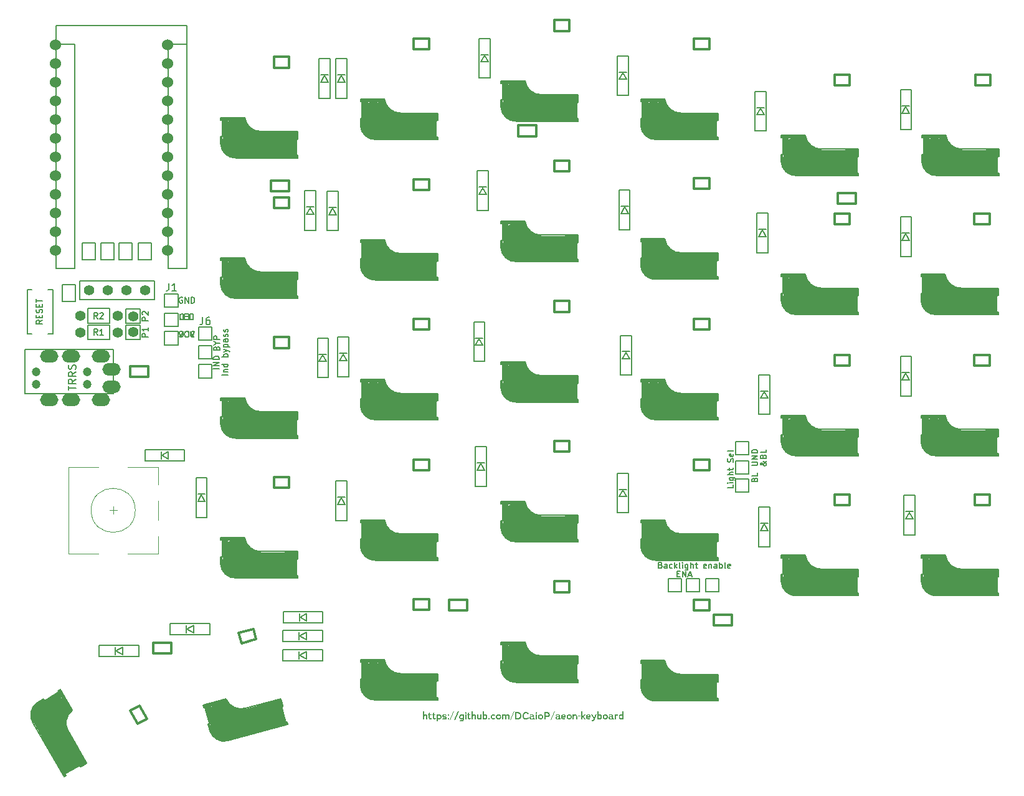
<source format=gto>
G04 #@! TF.GenerationSoftware,KiCad,Pcbnew,9.0.0*
G04 #@! TF.CreationDate,2025-03-10T13:11:58-03:00*
G04 #@! TF.ProjectId,aeon-keyboard,61656f6e-2d6b-4657-9962-6f6172642e6b,v1*
G04 #@! TF.SameCoordinates,Original*
G04 #@! TF.FileFunction,Legend,Top*
G04 #@! TF.FilePolarity,Positive*
%FSLAX46Y46*%
G04 Gerber Fmt 4.6, Leading zero omitted, Abs format (unit mm)*
G04 Created by KiCad (PCBNEW 9.0.0) date 2025-03-10 13:11:58*
%MOMM*%
%LPD*%
G01*
G04 APERTURE LIST*
%ADD10C,0.150000*%
%ADD11C,0.300000*%
%ADD12C,0.500000*%
%ADD13C,0.800000*%
%ADD14C,3.000000*%
%ADD15C,3.500000*%
%ADD16C,1.000000*%
%ADD17C,0.400000*%
%ADD18C,0.120000*%
%ADD19C,1.397000*%
%ADD20C,1.200000*%
%ADD21O,2.500000X1.700000*%
%ADD22C,1.524000*%
G04 APERTURE END LIST*
D10*
X174390474Y-111943247D02*
X174504760Y-111981342D01*
X174504760Y-111981342D02*
X174542855Y-112019438D01*
X174542855Y-112019438D02*
X174580951Y-112095628D01*
X174580951Y-112095628D02*
X174580951Y-112209914D01*
X174580951Y-112209914D02*
X174542855Y-112286104D01*
X174542855Y-112286104D02*
X174504760Y-112324200D01*
X174504760Y-112324200D02*
X174428570Y-112362295D01*
X174428570Y-112362295D02*
X174123808Y-112362295D01*
X174123808Y-112362295D02*
X174123808Y-111562295D01*
X174123808Y-111562295D02*
X174390474Y-111562295D01*
X174390474Y-111562295D02*
X174466665Y-111600390D01*
X174466665Y-111600390D02*
X174504760Y-111638485D01*
X174504760Y-111638485D02*
X174542855Y-111714676D01*
X174542855Y-111714676D02*
X174542855Y-111790866D01*
X174542855Y-111790866D02*
X174504760Y-111867057D01*
X174504760Y-111867057D02*
X174466665Y-111905152D01*
X174466665Y-111905152D02*
X174390474Y-111943247D01*
X174390474Y-111943247D02*
X174123808Y-111943247D01*
X175266665Y-112362295D02*
X175266665Y-111943247D01*
X175266665Y-111943247D02*
X175228570Y-111867057D01*
X175228570Y-111867057D02*
X175152379Y-111828961D01*
X175152379Y-111828961D02*
X174999998Y-111828961D01*
X174999998Y-111828961D02*
X174923808Y-111867057D01*
X175266665Y-112324200D02*
X175190474Y-112362295D01*
X175190474Y-112362295D02*
X174999998Y-112362295D01*
X174999998Y-112362295D02*
X174923808Y-112324200D01*
X174923808Y-112324200D02*
X174885712Y-112248009D01*
X174885712Y-112248009D02*
X174885712Y-112171819D01*
X174885712Y-112171819D02*
X174923808Y-112095628D01*
X174923808Y-112095628D02*
X174999998Y-112057533D01*
X174999998Y-112057533D02*
X175190474Y-112057533D01*
X175190474Y-112057533D02*
X175266665Y-112019438D01*
X175990475Y-112324200D02*
X175914284Y-112362295D01*
X175914284Y-112362295D02*
X175761903Y-112362295D01*
X175761903Y-112362295D02*
X175685713Y-112324200D01*
X175685713Y-112324200D02*
X175647618Y-112286104D01*
X175647618Y-112286104D02*
X175609522Y-112209914D01*
X175609522Y-112209914D02*
X175609522Y-111981342D01*
X175609522Y-111981342D02*
X175647618Y-111905152D01*
X175647618Y-111905152D02*
X175685713Y-111867057D01*
X175685713Y-111867057D02*
X175761903Y-111828961D01*
X175761903Y-111828961D02*
X175914284Y-111828961D01*
X175914284Y-111828961D02*
X175990475Y-111867057D01*
X176333332Y-112362295D02*
X176333332Y-111562295D01*
X176409522Y-112057533D02*
X176638094Y-112362295D01*
X176638094Y-111828961D02*
X176333332Y-112133723D01*
X177095236Y-112362295D02*
X177019046Y-112324200D01*
X177019046Y-112324200D02*
X176980951Y-112248009D01*
X176980951Y-112248009D02*
X176980951Y-111562295D01*
X177399999Y-112362295D02*
X177399999Y-111828961D01*
X177399999Y-111562295D02*
X177361903Y-111600390D01*
X177361903Y-111600390D02*
X177399999Y-111638485D01*
X177399999Y-111638485D02*
X177438094Y-111600390D01*
X177438094Y-111600390D02*
X177399999Y-111562295D01*
X177399999Y-111562295D02*
X177399999Y-111638485D01*
X178123808Y-111828961D02*
X178123808Y-112476580D01*
X178123808Y-112476580D02*
X178085713Y-112552771D01*
X178085713Y-112552771D02*
X178047617Y-112590866D01*
X178047617Y-112590866D02*
X177971427Y-112628961D01*
X177971427Y-112628961D02*
X177857141Y-112628961D01*
X177857141Y-112628961D02*
X177780951Y-112590866D01*
X178123808Y-112324200D02*
X178047617Y-112362295D01*
X178047617Y-112362295D02*
X177895236Y-112362295D01*
X177895236Y-112362295D02*
X177819046Y-112324200D01*
X177819046Y-112324200D02*
X177780951Y-112286104D01*
X177780951Y-112286104D02*
X177742855Y-112209914D01*
X177742855Y-112209914D02*
X177742855Y-111981342D01*
X177742855Y-111981342D02*
X177780951Y-111905152D01*
X177780951Y-111905152D02*
X177819046Y-111867057D01*
X177819046Y-111867057D02*
X177895236Y-111828961D01*
X177895236Y-111828961D02*
X178047617Y-111828961D01*
X178047617Y-111828961D02*
X178123808Y-111867057D01*
X178504761Y-112362295D02*
X178504761Y-111562295D01*
X178847618Y-112362295D02*
X178847618Y-111943247D01*
X178847618Y-111943247D02*
X178809523Y-111867057D01*
X178809523Y-111867057D02*
X178733332Y-111828961D01*
X178733332Y-111828961D02*
X178619046Y-111828961D01*
X178619046Y-111828961D02*
X178542856Y-111867057D01*
X178542856Y-111867057D02*
X178504761Y-111905152D01*
X179114285Y-111828961D02*
X179419047Y-111828961D01*
X179228571Y-111562295D02*
X179228571Y-112248009D01*
X179228571Y-112248009D02*
X179266666Y-112324200D01*
X179266666Y-112324200D02*
X179342856Y-112362295D01*
X179342856Y-112362295D02*
X179419047Y-112362295D01*
X180600000Y-112324200D02*
X180523809Y-112362295D01*
X180523809Y-112362295D02*
X180371428Y-112362295D01*
X180371428Y-112362295D02*
X180295238Y-112324200D01*
X180295238Y-112324200D02*
X180257142Y-112248009D01*
X180257142Y-112248009D02*
X180257142Y-111943247D01*
X180257142Y-111943247D02*
X180295238Y-111867057D01*
X180295238Y-111867057D02*
X180371428Y-111828961D01*
X180371428Y-111828961D02*
X180523809Y-111828961D01*
X180523809Y-111828961D02*
X180600000Y-111867057D01*
X180600000Y-111867057D02*
X180638095Y-111943247D01*
X180638095Y-111943247D02*
X180638095Y-112019438D01*
X180638095Y-112019438D02*
X180257142Y-112095628D01*
X180980952Y-111828961D02*
X180980952Y-112362295D01*
X180980952Y-111905152D02*
X181019047Y-111867057D01*
X181019047Y-111867057D02*
X181095237Y-111828961D01*
X181095237Y-111828961D02*
X181209523Y-111828961D01*
X181209523Y-111828961D02*
X181285714Y-111867057D01*
X181285714Y-111867057D02*
X181323809Y-111943247D01*
X181323809Y-111943247D02*
X181323809Y-112362295D01*
X182047619Y-112362295D02*
X182047619Y-111943247D01*
X182047619Y-111943247D02*
X182009524Y-111867057D01*
X182009524Y-111867057D02*
X181933333Y-111828961D01*
X181933333Y-111828961D02*
X181780952Y-111828961D01*
X181780952Y-111828961D02*
X181704762Y-111867057D01*
X182047619Y-112324200D02*
X181971428Y-112362295D01*
X181971428Y-112362295D02*
X181780952Y-112362295D01*
X181780952Y-112362295D02*
X181704762Y-112324200D01*
X181704762Y-112324200D02*
X181666666Y-112248009D01*
X181666666Y-112248009D02*
X181666666Y-112171819D01*
X181666666Y-112171819D02*
X181704762Y-112095628D01*
X181704762Y-112095628D02*
X181780952Y-112057533D01*
X181780952Y-112057533D02*
X181971428Y-112057533D01*
X181971428Y-112057533D02*
X182047619Y-112019438D01*
X182428572Y-112362295D02*
X182428572Y-111562295D01*
X182428572Y-111867057D02*
X182504762Y-111828961D01*
X182504762Y-111828961D02*
X182657143Y-111828961D01*
X182657143Y-111828961D02*
X182733334Y-111867057D01*
X182733334Y-111867057D02*
X182771429Y-111905152D01*
X182771429Y-111905152D02*
X182809524Y-111981342D01*
X182809524Y-111981342D02*
X182809524Y-112209914D01*
X182809524Y-112209914D02*
X182771429Y-112286104D01*
X182771429Y-112286104D02*
X182733334Y-112324200D01*
X182733334Y-112324200D02*
X182657143Y-112362295D01*
X182657143Y-112362295D02*
X182504762Y-112362295D01*
X182504762Y-112362295D02*
X182428572Y-112324200D01*
X183266667Y-112362295D02*
X183190477Y-112324200D01*
X183190477Y-112324200D02*
X183152382Y-112248009D01*
X183152382Y-112248009D02*
X183152382Y-111562295D01*
X183876192Y-112324200D02*
X183800001Y-112362295D01*
X183800001Y-112362295D02*
X183647620Y-112362295D01*
X183647620Y-112362295D02*
X183571430Y-112324200D01*
X183571430Y-112324200D02*
X183533334Y-112248009D01*
X183533334Y-112248009D02*
X183533334Y-111943247D01*
X183533334Y-111943247D02*
X183571430Y-111867057D01*
X183571430Y-111867057D02*
X183647620Y-111828961D01*
X183647620Y-111828961D02*
X183800001Y-111828961D01*
X183800001Y-111828961D02*
X183876192Y-111867057D01*
X183876192Y-111867057D02*
X183914287Y-111943247D01*
X183914287Y-111943247D02*
X183914287Y-112019438D01*
X183914287Y-112019438D02*
X183533334Y-112095628D01*
X184302295Y-101043333D02*
X184302295Y-101424285D01*
X184302295Y-101424285D02*
X183502295Y-101424285D01*
X184302295Y-100776666D02*
X183768961Y-100776666D01*
X183502295Y-100776666D02*
X183540390Y-100814762D01*
X183540390Y-100814762D02*
X183578485Y-100776666D01*
X183578485Y-100776666D02*
X183540390Y-100738571D01*
X183540390Y-100738571D02*
X183502295Y-100776666D01*
X183502295Y-100776666D02*
X183578485Y-100776666D01*
X183768961Y-100052857D02*
X184416580Y-100052857D01*
X184416580Y-100052857D02*
X184492771Y-100090952D01*
X184492771Y-100090952D02*
X184530866Y-100129048D01*
X184530866Y-100129048D02*
X184568961Y-100205238D01*
X184568961Y-100205238D02*
X184568961Y-100319524D01*
X184568961Y-100319524D02*
X184530866Y-100395714D01*
X184264200Y-100052857D02*
X184302295Y-100129048D01*
X184302295Y-100129048D02*
X184302295Y-100281429D01*
X184302295Y-100281429D02*
X184264200Y-100357619D01*
X184264200Y-100357619D02*
X184226104Y-100395714D01*
X184226104Y-100395714D02*
X184149914Y-100433810D01*
X184149914Y-100433810D02*
X183921342Y-100433810D01*
X183921342Y-100433810D02*
X183845152Y-100395714D01*
X183845152Y-100395714D02*
X183807057Y-100357619D01*
X183807057Y-100357619D02*
X183768961Y-100281429D01*
X183768961Y-100281429D02*
X183768961Y-100129048D01*
X183768961Y-100129048D02*
X183807057Y-100052857D01*
X184302295Y-99671904D02*
X183502295Y-99671904D01*
X184302295Y-99329047D02*
X183883247Y-99329047D01*
X183883247Y-99329047D02*
X183807057Y-99367142D01*
X183807057Y-99367142D02*
X183768961Y-99443333D01*
X183768961Y-99443333D02*
X183768961Y-99557619D01*
X183768961Y-99557619D02*
X183807057Y-99633809D01*
X183807057Y-99633809D02*
X183845152Y-99671904D01*
X183768961Y-99062380D02*
X183768961Y-98757618D01*
X183502295Y-98948094D02*
X184188009Y-98948094D01*
X184188009Y-98948094D02*
X184264200Y-98909999D01*
X184264200Y-98909999D02*
X184302295Y-98833809D01*
X184302295Y-98833809D02*
X184302295Y-98757618D01*
X184264200Y-97919523D02*
X184302295Y-97805237D01*
X184302295Y-97805237D02*
X184302295Y-97614761D01*
X184302295Y-97614761D02*
X184264200Y-97538570D01*
X184264200Y-97538570D02*
X184226104Y-97500475D01*
X184226104Y-97500475D02*
X184149914Y-97462380D01*
X184149914Y-97462380D02*
X184073723Y-97462380D01*
X184073723Y-97462380D02*
X183997533Y-97500475D01*
X183997533Y-97500475D02*
X183959438Y-97538570D01*
X183959438Y-97538570D02*
X183921342Y-97614761D01*
X183921342Y-97614761D02*
X183883247Y-97767142D01*
X183883247Y-97767142D02*
X183845152Y-97843332D01*
X183845152Y-97843332D02*
X183807057Y-97881427D01*
X183807057Y-97881427D02*
X183730866Y-97919523D01*
X183730866Y-97919523D02*
X183654676Y-97919523D01*
X183654676Y-97919523D02*
X183578485Y-97881427D01*
X183578485Y-97881427D02*
X183540390Y-97843332D01*
X183540390Y-97843332D02*
X183502295Y-97767142D01*
X183502295Y-97767142D02*
X183502295Y-97576665D01*
X183502295Y-97576665D02*
X183540390Y-97462380D01*
X184264200Y-96814760D02*
X184302295Y-96890951D01*
X184302295Y-96890951D02*
X184302295Y-97043332D01*
X184302295Y-97043332D02*
X184264200Y-97119522D01*
X184264200Y-97119522D02*
X184188009Y-97157618D01*
X184188009Y-97157618D02*
X183883247Y-97157618D01*
X183883247Y-97157618D02*
X183807057Y-97119522D01*
X183807057Y-97119522D02*
X183768961Y-97043332D01*
X183768961Y-97043332D02*
X183768961Y-96890951D01*
X183768961Y-96890951D02*
X183807057Y-96814760D01*
X183807057Y-96814760D02*
X183883247Y-96776665D01*
X183883247Y-96776665D02*
X183959438Y-96776665D01*
X183959438Y-96776665D02*
X184035628Y-97157618D01*
X184302295Y-96319523D02*
X184264200Y-96395713D01*
X184264200Y-96395713D02*
X184188009Y-96433808D01*
X184188009Y-96433808D02*
X183502295Y-96433808D01*
X115562295Y-86066667D02*
X114762295Y-86066667D01*
X115028961Y-85685715D02*
X115562295Y-85685715D01*
X115105152Y-85685715D02*
X115067057Y-85647620D01*
X115067057Y-85647620D02*
X115028961Y-85571430D01*
X115028961Y-85571430D02*
X115028961Y-85457144D01*
X115028961Y-85457144D02*
X115067057Y-85380953D01*
X115067057Y-85380953D02*
X115143247Y-85342858D01*
X115143247Y-85342858D02*
X115562295Y-85342858D01*
X115562295Y-84619048D02*
X114762295Y-84619048D01*
X115524200Y-84619048D02*
X115562295Y-84695239D01*
X115562295Y-84695239D02*
X115562295Y-84847620D01*
X115562295Y-84847620D02*
X115524200Y-84923810D01*
X115524200Y-84923810D02*
X115486104Y-84961905D01*
X115486104Y-84961905D02*
X115409914Y-85000001D01*
X115409914Y-85000001D02*
X115181342Y-85000001D01*
X115181342Y-85000001D02*
X115105152Y-84961905D01*
X115105152Y-84961905D02*
X115067057Y-84923810D01*
X115067057Y-84923810D02*
X115028961Y-84847620D01*
X115028961Y-84847620D02*
X115028961Y-84695239D01*
X115028961Y-84695239D02*
X115067057Y-84619048D01*
X115562295Y-83628571D02*
X114762295Y-83628571D01*
X115067057Y-83628571D02*
X115028961Y-83552381D01*
X115028961Y-83552381D02*
X115028961Y-83400000D01*
X115028961Y-83400000D02*
X115067057Y-83323809D01*
X115067057Y-83323809D02*
X115105152Y-83285714D01*
X115105152Y-83285714D02*
X115181342Y-83247619D01*
X115181342Y-83247619D02*
X115409914Y-83247619D01*
X115409914Y-83247619D02*
X115486104Y-83285714D01*
X115486104Y-83285714D02*
X115524200Y-83323809D01*
X115524200Y-83323809D02*
X115562295Y-83400000D01*
X115562295Y-83400000D02*
X115562295Y-83552381D01*
X115562295Y-83552381D02*
X115524200Y-83628571D01*
X115028961Y-82980952D02*
X115562295Y-82790476D01*
X115028961Y-82599999D02*
X115562295Y-82790476D01*
X115562295Y-82790476D02*
X115752771Y-82866666D01*
X115752771Y-82866666D02*
X115790866Y-82904761D01*
X115790866Y-82904761D02*
X115828961Y-82980952D01*
X115028961Y-82295237D02*
X115828961Y-82295237D01*
X115067057Y-82295237D02*
X115028961Y-82219047D01*
X115028961Y-82219047D02*
X115028961Y-82066666D01*
X115028961Y-82066666D02*
X115067057Y-81990475D01*
X115067057Y-81990475D02*
X115105152Y-81952380D01*
X115105152Y-81952380D02*
X115181342Y-81914285D01*
X115181342Y-81914285D02*
X115409914Y-81914285D01*
X115409914Y-81914285D02*
X115486104Y-81952380D01*
X115486104Y-81952380D02*
X115524200Y-81990475D01*
X115524200Y-81990475D02*
X115562295Y-82066666D01*
X115562295Y-82066666D02*
X115562295Y-82219047D01*
X115562295Y-82219047D02*
X115524200Y-82295237D01*
X115562295Y-81228570D02*
X115143247Y-81228570D01*
X115143247Y-81228570D02*
X115067057Y-81266665D01*
X115067057Y-81266665D02*
X115028961Y-81342856D01*
X115028961Y-81342856D02*
X115028961Y-81495237D01*
X115028961Y-81495237D02*
X115067057Y-81571427D01*
X115524200Y-81228570D02*
X115562295Y-81304761D01*
X115562295Y-81304761D02*
X115562295Y-81495237D01*
X115562295Y-81495237D02*
X115524200Y-81571427D01*
X115524200Y-81571427D02*
X115448009Y-81609523D01*
X115448009Y-81609523D02*
X115371819Y-81609523D01*
X115371819Y-81609523D02*
X115295628Y-81571427D01*
X115295628Y-81571427D02*
X115257533Y-81495237D01*
X115257533Y-81495237D02*
X115257533Y-81304761D01*
X115257533Y-81304761D02*
X115219438Y-81228570D01*
X115524200Y-80885713D02*
X115562295Y-80809522D01*
X115562295Y-80809522D02*
X115562295Y-80657141D01*
X115562295Y-80657141D02*
X115524200Y-80580951D01*
X115524200Y-80580951D02*
X115448009Y-80542855D01*
X115448009Y-80542855D02*
X115409914Y-80542855D01*
X115409914Y-80542855D02*
X115333723Y-80580951D01*
X115333723Y-80580951D02*
X115295628Y-80657141D01*
X115295628Y-80657141D02*
X115295628Y-80771427D01*
X115295628Y-80771427D02*
X115257533Y-80847617D01*
X115257533Y-80847617D02*
X115181342Y-80885713D01*
X115181342Y-80885713D02*
X115143247Y-80885713D01*
X115143247Y-80885713D02*
X115067057Y-80847617D01*
X115067057Y-80847617D02*
X115028961Y-80771427D01*
X115028961Y-80771427D02*
X115028961Y-80657141D01*
X115028961Y-80657141D02*
X115067057Y-80580951D01*
X115524200Y-80238094D02*
X115562295Y-80161903D01*
X115562295Y-80161903D02*
X115562295Y-80009522D01*
X115562295Y-80009522D02*
X115524200Y-79933332D01*
X115524200Y-79933332D02*
X115448009Y-79895236D01*
X115448009Y-79895236D02*
X115409914Y-79895236D01*
X115409914Y-79895236D02*
X115333723Y-79933332D01*
X115333723Y-79933332D02*
X115295628Y-80009522D01*
X115295628Y-80009522D02*
X115295628Y-80123808D01*
X115295628Y-80123808D02*
X115257533Y-80199998D01*
X115257533Y-80199998D02*
X115181342Y-80238094D01*
X115181342Y-80238094D02*
X115143247Y-80238094D01*
X115143247Y-80238094D02*
X115067057Y-80199998D01*
X115067057Y-80199998D02*
X115028961Y-80123808D01*
X115028961Y-80123808D02*
X115028961Y-80009522D01*
X115028961Y-80009522D02*
X115067057Y-79933332D01*
G36*
X142275977Y-132317337D02*
G01*
X142309815Y-132284051D01*
X142353585Y-132250903D01*
X142386158Y-132233712D01*
X142423360Y-132223101D01*
X142466242Y-132219396D01*
X142518967Y-132224098D01*
X142564794Y-132237592D01*
X142606122Y-132259367D01*
X142641059Y-132287845D01*
X142669435Y-132322750D01*
X142690701Y-132363988D01*
X142703749Y-132409371D01*
X142708225Y-132459670D01*
X142708225Y-132915000D01*
X142548735Y-132915000D01*
X142548735Y-132489162D01*
X142544522Y-132447885D01*
X142529867Y-132411432D01*
X142517333Y-132397109D01*
X142499764Y-132385542D01*
X142478530Y-132378393D01*
X142449450Y-132375711D01*
X142427058Y-132377914D01*
X142403227Y-132384809D01*
X142357065Y-132408623D01*
X142313712Y-132440863D01*
X142275977Y-132475179D01*
X142275977Y-132915000D01*
X142116486Y-132915000D01*
X142116486Y-131840331D01*
X142275977Y-131840331D01*
X142275977Y-132317337D01*
G37*
G36*
X143308330Y-132800511D02*
G01*
X143254162Y-132852496D01*
X143206908Y-132886423D01*
X143157666Y-132908095D01*
X143109700Y-132915000D01*
X143073957Y-132912356D01*
X143040396Y-132904558D01*
X143008234Y-132890139D01*
X142972557Y-132864930D01*
X142937995Y-132827614D01*
X142908932Y-132774499D01*
X142890409Y-132715616D01*
X142884447Y-132658972D01*
X142884447Y-132363988D01*
X142790718Y-132363988D01*
X142790718Y-132231120D01*
X142884447Y-132231120D01*
X142884447Y-132096969D01*
X143041128Y-132020094D01*
X143041128Y-132231120D01*
X143264977Y-132231120D01*
X143264977Y-132363988D01*
X143041128Y-132363988D01*
X143041128Y-132628564D01*
X143045540Y-132669826D01*
X143057836Y-132702635D01*
X143077521Y-132728886D01*
X143103019Y-132742024D01*
X143140474Y-132746960D01*
X143159342Y-132744152D01*
X143188041Y-132734199D01*
X143219487Y-132715758D01*
X143249590Y-132688831D01*
X143308330Y-132800511D01*
G37*
G36*
X143872043Y-132800511D02*
G01*
X143817874Y-132852496D01*
X143770621Y-132886423D01*
X143721379Y-132908095D01*
X143673412Y-132915000D01*
X143637670Y-132912356D01*
X143604108Y-132904558D01*
X143571946Y-132890139D01*
X143536270Y-132864930D01*
X143501708Y-132827614D01*
X143472644Y-132774499D01*
X143454122Y-132715616D01*
X143448159Y-132658972D01*
X143448159Y-132363988D01*
X143354431Y-132363988D01*
X143354431Y-132231120D01*
X143448159Y-132231120D01*
X143448159Y-132096969D01*
X143604841Y-132020094D01*
X143604841Y-132231120D01*
X143828689Y-132231120D01*
X143828689Y-132363988D01*
X143604841Y-132363988D01*
X143604841Y-132628564D01*
X143609252Y-132669826D01*
X143621548Y-132702635D01*
X143641233Y-132728886D01*
X143666731Y-132742024D01*
X143704187Y-132746960D01*
X143723054Y-132744152D01*
X143751753Y-132734199D01*
X143783199Y-132715758D01*
X143813302Y-132688831D01*
X143872043Y-132800511D01*
G37*
G36*
X144368933Y-132221600D02*
G01*
X144426657Y-132240095D01*
X144480000Y-132269856D01*
X144527346Y-132310376D01*
X144566673Y-132360043D01*
X144597993Y-132420041D01*
X144617779Y-132486360D01*
X144624616Y-132561275D01*
X144617823Y-132646644D01*
X144598726Y-132718018D01*
X144567878Y-132781704D01*
X144529483Y-132832568D01*
X144482721Y-132873487D01*
X144430138Y-132902848D01*
X144373262Y-132920805D01*
X144315465Y-132926723D01*
X144272482Y-132921587D01*
X144227294Y-132905474D01*
X144184038Y-132880921D01*
X144141992Y-132848565D01*
X144141992Y-133184644D01*
X143982501Y-133184644D01*
X143982501Y-132453503D01*
X144141992Y-132453503D01*
X144141992Y-132692983D01*
X144173215Y-132725012D01*
X144211235Y-132749647D01*
X144253549Y-132765258D01*
X144297269Y-132770408D01*
X144333731Y-132766401D01*
X144366451Y-132754654D01*
X144395595Y-132736093D01*
X144419635Y-132712339D01*
X144438662Y-132683765D01*
X144453218Y-132649263D01*
X144462092Y-132611807D01*
X144465125Y-132571106D01*
X144462118Y-132531680D01*
X144453218Y-132494413D01*
X144438697Y-132459790D01*
X144419635Y-132430605D01*
X144395540Y-132406273D01*
X144366451Y-132387618D01*
X144333728Y-132375825D01*
X144297269Y-132371803D01*
X144253627Y-132377297D01*
X144211235Y-132394030D01*
X144173258Y-132420034D01*
X144141992Y-132453503D01*
X143982501Y-132453503D01*
X143982501Y-132231120D01*
X144141992Y-132231120D01*
X144141992Y-132282655D01*
X144180252Y-132254488D01*
X144221737Y-132233318D01*
X144265689Y-132219895D01*
X144309848Y-132215488D01*
X144368933Y-132221600D01*
G37*
G36*
X145037203Y-132926723D02*
G01*
X144958129Y-132921899D01*
X144888887Y-132906695D01*
X144822392Y-132879096D01*
X144751805Y-132836903D01*
X144806333Y-132711606D01*
X144867309Y-132748025D01*
X144917524Y-132771079D01*
X144970172Y-132784889D01*
X145037203Y-132789947D01*
X145074939Y-132787138D01*
X145125314Y-132775781D01*
X145149116Y-132765342D01*
X145169338Y-132751601D01*
X145183483Y-132733593D01*
X145188267Y-132710385D01*
X145183885Y-132691378D01*
X145170743Y-132676985D01*
X145152074Y-132666501D01*
X145129466Y-132658545D01*
X145081900Y-132650729D01*
X145044164Y-132649263D01*
X144949764Y-132643646D01*
X144897097Y-132634298D01*
X144847610Y-132617695D01*
X144803021Y-132592390D01*
X144765788Y-132557306D01*
X144747834Y-132528832D01*
X144736366Y-132492780D01*
X144732205Y-132447091D01*
X144736036Y-132400294D01*
X144746749Y-132361758D01*
X144763651Y-132329916D01*
X144799069Y-132289161D01*
X144841320Y-132259024D01*
X144889274Y-132237893D01*
X144942009Y-132224647D01*
X144995692Y-132217670D01*
X145042760Y-132215488D01*
X145106782Y-132218981D01*
X145159837Y-132228676D01*
X145203655Y-132243637D01*
X145264421Y-132278579D01*
X145321196Y-132329427D01*
X145262395Y-132435917D01*
X145211886Y-132402086D01*
X145160240Y-132377177D01*
X145105171Y-132361579D01*
X145042760Y-132356172D01*
X144997269Y-132357576D01*
X144944147Y-132365942D01*
X144920012Y-132375560D01*
X144900061Y-132390244D01*
X144886651Y-132410284D01*
X144881865Y-132438176D01*
X144886841Y-132457862D01*
X144902137Y-132472981D01*
X144923684Y-132483736D01*
X144949703Y-132491727D01*
X145004291Y-132499359D01*
X145044164Y-132500764D01*
X145137159Y-132508518D01*
X145188315Y-132519807D01*
X145235834Y-132538011D01*
X145278416Y-132564490D01*
X145314174Y-132600598D01*
X145331517Y-132629354D01*
X145342445Y-132664419D01*
X145346353Y-132707393D01*
X145342368Y-132751325D01*
X145331200Y-132787374D01*
X145313442Y-132817119D01*
X145277038Y-132854906D01*
X145233696Y-132883859D01*
X145185301Y-132904524D01*
X145133007Y-132917564D01*
X145080459Y-132924591D01*
X145037203Y-132926723D01*
G37*
G36*
X145651291Y-132819989D02*
G01*
X145644487Y-132858329D01*
X145623997Y-132891857D01*
X145604120Y-132909192D01*
X145581804Y-132919350D01*
X145556158Y-132922815D01*
X145530512Y-132919350D01*
X145508196Y-132909192D01*
X145488320Y-132891857D01*
X145467829Y-132858329D01*
X145461026Y-132819989D01*
X145467971Y-132779298D01*
X145488320Y-132745983D01*
X145508148Y-132729056D01*
X145530466Y-132719100D01*
X145556158Y-132715697D01*
X145581851Y-132719100D01*
X145604169Y-132729056D01*
X145623997Y-132745983D01*
X145644345Y-132779298D01*
X145651291Y-132819989D01*
G37*
G36*
X145651291Y-132327595D02*
G01*
X145644487Y-132365935D01*
X145623997Y-132399464D01*
X145604120Y-132416798D01*
X145581804Y-132426957D01*
X145556158Y-132430422D01*
X145530512Y-132426957D01*
X145508196Y-132416798D01*
X145488320Y-132399464D01*
X145467829Y-132365935D01*
X145461026Y-132327595D01*
X145467971Y-132286904D01*
X145488320Y-132253590D01*
X145508148Y-132236663D01*
X145530466Y-132226707D01*
X145556158Y-132223304D01*
X145581851Y-132226707D01*
X145604169Y-132236663D01*
X145623997Y-132253590D01*
X145644345Y-132286904D01*
X145651291Y-132327595D01*
G37*
G36*
X145860912Y-133008789D02*
G01*
X145748988Y-133008789D01*
X146234420Y-131840331D01*
X146346345Y-131840331D01*
X145860912Y-133008789D01*
G37*
G36*
X146486174Y-133008789D02*
G01*
X146374250Y-133008789D01*
X146859682Y-131840331D01*
X146971606Y-131840331D01*
X146486174Y-133008789D01*
G37*
G36*
X147383599Y-132220684D02*
G01*
X147428341Y-132236737D01*
X147471030Y-132261246D01*
X147512971Y-132293646D01*
X147512971Y-132231120D01*
X147672461Y-132231120D01*
X147672461Y-132890026D01*
X147667850Y-132947669D01*
X147654630Y-132998072D01*
X147633260Y-133042494D01*
X147604438Y-133082793D01*
X147571883Y-133115662D01*
X147535380Y-133141840D01*
X147480629Y-133167944D01*
X147423395Y-133184460D01*
X147365990Y-133193593D01*
X147318492Y-133196367D01*
X147255523Y-133190363D01*
X147196066Y-133172493D01*
X147141740Y-133144392D01*
X147097453Y-133109356D01*
X147150636Y-132992913D01*
X147180657Y-133013202D01*
X147223360Y-133030160D01*
X147270131Y-133040496D01*
X147318492Y-133043960D01*
X147352364Y-133041612D01*
X147389140Y-133034251D01*
X147424418Y-133021980D01*
X147454230Y-133005308D01*
X147477222Y-132985518D01*
X147495446Y-132962505D01*
X147507380Y-132935809D01*
X147511566Y-132903154D01*
X147511566Y-132860350D01*
X147473370Y-132888674D01*
X147432493Y-132909443D01*
X147389186Y-132922430D01*
X147345054Y-132926723D01*
X147285969Y-132920611D01*
X147228245Y-132902116D01*
X147174891Y-132872357D01*
X147127494Y-132831835D01*
X147088160Y-132782287D01*
X147056847Y-132722903D01*
X147037154Y-132656988D01*
X147030286Y-132580936D01*
X147031136Y-132570373D01*
X147189776Y-132570373D01*
X147192810Y-132610951D01*
X147201683Y-132648286D01*
X147216232Y-132682750D01*
X147235267Y-132711851D01*
X147259230Y-132736133D01*
X147287718Y-132754715D01*
X147319868Y-132766397D01*
X147356289Y-132770408D01*
X147401113Y-132764729D01*
X147443728Y-132747571D01*
X147481742Y-132721060D01*
X147512971Y-132687548D01*
X147512971Y-132450389D01*
X147481649Y-132417347D01*
X147443728Y-132392564D01*
X147401225Y-132376992D01*
X147356289Y-132371803D01*
X147319872Y-132375829D01*
X147287718Y-132387557D01*
X147259237Y-132406103D01*
X147235267Y-132430422D01*
X147216238Y-132459480D01*
X147201683Y-132493986D01*
X147192784Y-132531078D01*
X147189776Y-132570373D01*
X147031136Y-132570373D01*
X147037052Y-132496812D01*
X147056176Y-132425659D01*
X147086876Y-132361873D01*
X147124686Y-132311109D01*
X147170877Y-132270021D01*
X147223360Y-132240095D01*
X147280509Y-132221615D01*
X147339497Y-132215488D01*
X147383599Y-132220684D01*
G37*
G36*
X147849965Y-132915000D02*
G01*
X147849965Y-132231120D01*
X148009455Y-132231120D01*
X148009455Y-132915000D01*
X147849965Y-132915000D01*
G37*
G36*
X148022034Y-132033771D02*
G01*
X148015018Y-132075215D01*
X147994740Y-132107960D01*
X147964380Y-132130034D01*
X147928306Y-132137330D01*
X147894474Y-132130193D01*
X147863948Y-132107960D01*
X147843150Y-132075162D01*
X147835982Y-132033771D01*
X147843152Y-131992391D01*
X147863948Y-131959644D01*
X147894478Y-131937362D01*
X147928306Y-131930212D01*
X147964375Y-131937522D01*
X147994740Y-131959644D01*
X148015016Y-131992337D01*
X148022034Y-132033771D01*
G37*
G36*
X148618170Y-132800511D02*
G01*
X148564001Y-132852496D01*
X148516748Y-132886423D01*
X148467506Y-132908095D01*
X148419539Y-132915000D01*
X148383797Y-132912356D01*
X148350235Y-132904558D01*
X148318073Y-132890139D01*
X148282397Y-132864930D01*
X148247835Y-132827614D01*
X148218771Y-132774499D01*
X148200249Y-132715616D01*
X148194286Y-132658972D01*
X148194286Y-132363988D01*
X148100558Y-132363988D01*
X148100558Y-132231120D01*
X148194286Y-132231120D01*
X148194286Y-132096969D01*
X148350968Y-132020094D01*
X148350968Y-132231120D01*
X148574817Y-132231120D01*
X148574817Y-132363988D01*
X148350968Y-132363988D01*
X148350968Y-132628564D01*
X148355379Y-132669826D01*
X148367675Y-132702635D01*
X148387360Y-132728886D01*
X148412858Y-132742024D01*
X148450314Y-132746960D01*
X148469181Y-132744152D01*
X148497880Y-132734199D01*
X148529326Y-132715758D01*
X148559429Y-132688831D01*
X148618170Y-132800511D01*
G37*
G36*
X148888119Y-132317337D02*
G01*
X148921958Y-132284051D01*
X148965727Y-132250903D01*
X148998300Y-132233712D01*
X149035503Y-132223101D01*
X149078384Y-132219396D01*
X149131109Y-132224098D01*
X149176936Y-132237592D01*
X149218265Y-132259367D01*
X149253201Y-132287845D01*
X149281578Y-132322750D01*
X149302843Y-132363988D01*
X149315891Y-132409371D01*
X149320368Y-132459670D01*
X149320368Y-132915000D01*
X149160877Y-132915000D01*
X149160877Y-132489162D01*
X149156664Y-132447885D01*
X149142009Y-132411432D01*
X149129475Y-132397109D01*
X149111907Y-132385542D01*
X149090672Y-132378393D01*
X149061592Y-132375711D01*
X149039200Y-132377914D01*
X149015370Y-132384809D01*
X148969208Y-132408623D01*
X148925855Y-132440863D01*
X148888119Y-132475179D01*
X148888119Y-132915000D01*
X148728628Y-132915000D01*
X148728628Y-131840331D01*
X148888119Y-131840331D01*
X148888119Y-132317337D01*
G37*
G36*
X149895315Y-132840872D02*
G01*
X149861910Y-132871172D01*
X149820455Y-132899918D01*
X149773537Y-132919803D01*
X149717629Y-132926723D01*
X149664601Y-132922085D01*
X149616879Y-132908588D01*
X149573673Y-132886675D01*
X149537866Y-132858274D01*
X149508625Y-132823384D01*
X149486087Y-132782192D01*
X149471992Y-132736878D01*
X149467219Y-132687854D01*
X149467219Y-132231120D01*
X149625305Y-132231120D01*
X149625305Y-132655858D01*
X149630190Y-132697745D01*
X149646249Y-132734809D01*
X149659473Y-132749073D01*
X149677756Y-132760638D01*
X149699622Y-132767763D01*
X149728803Y-132770408D01*
X149749712Y-132768368D01*
X149771484Y-132762042D01*
X149814837Y-132741099D01*
X149857519Y-132712461D01*
X149895315Y-132679610D01*
X149895315Y-132231120D01*
X150056210Y-132231120D01*
X150056210Y-132915000D01*
X149913512Y-132915000D01*
X149895315Y-132842276D01*
X149895315Y-132840872D01*
G37*
G36*
X150357484Y-132282655D02*
G01*
X150395744Y-132254488D01*
X150437229Y-132233318D01*
X150481181Y-132219895D01*
X150525340Y-132215488D01*
X150584425Y-132221600D01*
X150642149Y-132240095D01*
X150695492Y-132269856D01*
X150742838Y-132310376D01*
X150782165Y-132360043D01*
X150813485Y-132420041D01*
X150833271Y-132486360D01*
X150840108Y-132561275D01*
X150833315Y-132646644D01*
X150814218Y-132718018D01*
X150783370Y-132781704D01*
X150744975Y-132832568D01*
X150698213Y-132873487D01*
X150645629Y-132902848D01*
X150588754Y-132920805D01*
X150530957Y-132926723D01*
X150487974Y-132921587D01*
X150442786Y-132905474D01*
X150399530Y-132880921D01*
X150357484Y-132848565D01*
X150357484Y-132915000D01*
X150197993Y-132915000D01*
X150197993Y-132453503D01*
X150357484Y-132453503D01*
X150357484Y-132692983D01*
X150388707Y-132725012D01*
X150426727Y-132749647D01*
X150469041Y-132765258D01*
X150512761Y-132770408D01*
X150549223Y-132766401D01*
X150581943Y-132754654D01*
X150611087Y-132736093D01*
X150635127Y-132712339D01*
X150654154Y-132683765D01*
X150668710Y-132649263D01*
X150677584Y-132611807D01*
X150680617Y-132571106D01*
X150677610Y-132531680D01*
X150668710Y-132494413D01*
X150654189Y-132459790D01*
X150635127Y-132430605D01*
X150611032Y-132406273D01*
X150581943Y-132387618D01*
X150549220Y-132375825D01*
X150512761Y-132371803D01*
X150469119Y-132377297D01*
X150426727Y-132394030D01*
X150388750Y-132420034D01*
X150357484Y-132453503D01*
X150197993Y-132453503D01*
X150197993Y-131840331D01*
X150357484Y-131840331D01*
X150357484Y-132282655D01*
G37*
G36*
X151163119Y-132819989D02*
G01*
X151156315Y-132858329D01*
X151135825Y-132891857D01*
X151115948Y-132909192D01*
X151093632Y-132919350D01*
X151067986Y-132922815D01*
X151042341Y-132919350D01*
X151020025Y-132909192D01*
X151000148Y-132891857D01*
X150979658Y-132858329D01*
X150972854Y-132819989D01*
X150979800Y-132779298D01*
X151000148Y-132745983D01*
X151019976Y-132729056D01*
X151042294Y-132719100D01*
X151067986Y-132715697D01*
X151093679Y-132719100D01*
X151115997Y-132729056D01*
X151135825Y-132745983D01*
X151156173Y-132779298D01*
X151163119Y-132819989D01*
G37*
G36*
X151926989Y-132833667D02*
G01*
X151877111Y-132869408D01*
X151809447Y-132900345D01*
X151734696Y-132919996D01*
X151652765Y-132926723D01*
X151589243Y-132921145D01*
X151526858Y-132904314D01*
X151468499Y-132876437D01*
X151416338Y-132837636D01*
X151372496Y-132788745D01*
X151337264Y-132728215D01*
X151320984Y-132683785D01*
X151310791Y-132633380D01*
X151307222Y-132575990D01*
X151310816Y-132515786D01*
X151321035Y-132463338D01*
X151337264Y-132417538D01*
X151372595Y-132355083D01*
X151416338Y-132305308D01*
X151468551Y-132265941D01*
X151526858Y-132237958D01*
X151589245Y-132221081D01*
X151652765Y-132215488D01*
X151737289Y-132221931D01*
X151811225Y-132240384D01*
X151876341Y-132270121D01*
X151934011Y-132311231D01*
X151880827Y-132441779D01*
X151843533Y-132419469D01*
X151788503Y-132394884D01*
X151726902Y-132377867D01*
X151652765Y-132371803D01*
X151613579Y-132375933D01*
X151578637Y-132387984D01*
X151547405Y-132407044D01*
X151521240Y-132431582D01*
X151500109Y-132460999D01*
X151483505Y-132495635D01*
X151473052Y-132533072D01*
X151469522Y-132572998D01*
X151473081Y-132611312D01*
X151483505Y-132646149D01*
X151500046Y-132677992D01*
X151521240Y-132705256D01*
X151547330Y-132727627D01*
X151578637Y-132744640D01*
X151613470Y-132755079D01*
X151652765Y-132758684D01*
X151714543Y-132755287D01*
X151770978Y-132745434D01*
X151824122Y-132727695D01*
X151872461Y-132701348D01*
X151926989Y-132833667D01*
G37*
G36*
X152439349Y-132225348D02*
G01*
X152504134Y-132243148D01*
X152564379Y-132272362D01*
X152617463Y-132312330D01*
X152661821Y-132362574D01*
X152697208Y-132424865D01*
X152713624Y-132470509D01*
X152723789Y-132521044D01*
X152727311Y-132577273D01*
X152723749Y-132634410D01*
X152713547Y-132684873D01*
X152697208Y-132729619D01*
X152661839Y-132790468D01*
X152617463Y-132839345D01*
X152564405Y-132877728D01*
X152504134Y-132905047D01*
X152439431Y-132921278D01*
X152371938Y-132926723D01*
X152305639Y-132921156D01*
X152240474Y-132904375D01*
X152179484Y-132876488D01*
X152125741Y-132837941D01*
X152080768Y-132789132D01*
X152045263Y-132728948D01*
X152028978Y-132684639D01*
X152018788Y-132634414D01*
X152015221Y-132577273D01*
X152015586Y-132571228D01*
X152178925Y-132571228D01*
X152182485Y-132610712D01*
X152192908Y-132646699D01*
X152209779Y-132679467D01*
X152232048Y-132707454D01*
X152259632Y-132730327D01*
X152292925Y-132747937D01*
X152329945Y-132758820D01*
X152371999Y-132762592D01*
X152413999Y-132758822D01*
X152451012Y-132747937D01*
X152484344Y-132730462D01*
X152511828Y-132708126D01*
X152534110Y-132680736D01*
X152551029Y-132648103D01*
X152561422Y-132611935D01*
X152565012Y-132571228D01*
X152561438Y-132530482D01*
X152551029Y-132493742D01*
X152534099Y-132460370D01*
X152511828Y-132432315D01*
X152484314Y-132409248D01*
X152451012Y-132391099D01*
X152413963Y-132379663D01*
X152371999Y-132375711D01*
X152329982Y-132379664D01*
X152292925Y-132391099D01*
X152259612Y-132409245D01*
X152232048Y-132432315D01*
X152209825Y-132460365D01*
X152192908Y-132493742D01*
X152182499Y-132530482D01*
X152178925Y-132571228D01*
X152015586Y-132571228D01*
X152018784Y-132518233D01*
X152028974Y-132466147D01*
X152045263Y-132420041D01*
X152080949Y-132357443D01*
X152125741Y-132308178D01*
X152179486Y-132269645D01*
X152240474Y-132241805D01*
X152305641Y-132224977D01*
X152371938Y-132219396D01*
X152439349Y-132225348D01*
G37*
G36*
X153401544Y-132335594D02*
G01*
X153438607Y-132295478D01*
X153484037Y-132258108D01*
X153538625Y-132230448D01*
X153568789Y-132222205D01*
X153601579Y-132219396D01*
X153654741Y-132224037D01*
X153703000Y-132237592D01*
X153747073Y-132259432D01*
X153784150Y-132287845D01*
X153814494Y-132322848D01*
X153837273Y-132363988D01*
X153851380Y-132409438D01*
X153856202Y-132459670D01*
X153856202Y-132915000D01*
X153696711Y-132915000D01*
X153696711Y-132489162D01*
X153691826Y-132447885D01*
X153685142Y-132428511D01*
X153675035Y-132411432D01*
X153661267Y-132397085D01*
X153642856Y-132385542D01*
X153620985Y-132378372D01*
X153591809Y-132375711D01*
X153553185Y-132381395D01*
X153512064Y-132399525D01*
X153472782Y-132424832D01*
X153436531Y-132452770D01*
X153436531Y-132915000D01*
X153277041Y-132915000D01*
X153277041Y-132489162D01*
X153272156Y-132447885D01*
X153265310Y-132428559D01*
X153254632Y-132411432D01*
X153240323Y-132397052D01*
X153221781Y-132385542D01*
X153199910Y-132378372D01*
X153170734Y-132375711D01*
X153130644Y-132381991D01*
X153086776Y-132402334D01*
X153044940Y-132430509D01*
X153007030Y-132461135D01*
X153007030Y-132915000D01*
X152847540Y-132915000D01*
X152847540Y-132231120D01*
X153007030Y-132231120D01*
X153007030Y-132307934D01*
X153040471Y-132276634D01*
X153081830Y-132247056D01*
X153128438Y-132226437D01*
X153181908Y-132219396D01*
X153230495Y-132223093D01*
X153274034Y-132233789D01*
X153313372Y-132251209D01*
X153349159Y-132275108D01*
X153378324Y-132303147D01*
X153401544Y-132335594D01*
G37*
G36*
X154064541Y-133008789D02*
G01*
X153952617Y-133008789D01*
X154438049Y-131840331D01*
X154549974Y-131840331D01*
X154064541Y-133008789D01*
G37*
G36*
X155115973Y-131938807D02*
G01*
X155175353Y-131952442D01*
X155229823Y-131974726D01*
X155280543Y-132004935D01*
X155325618Y-132040990D01*
X155365500Y-132083169D01*
X155399655Y-132130271D01*
X155428325Y-132182325D01*
X155451535Y-132239851D01*
X155474060Y-132330297D01*
X155481638Y-132425232D01*
X155477875Y-132493667D01*
X155466832Y-132557859D01*
X155448726Y-132618367D01*
X155423391Y-132676030D01*
X155392174Y-132727612D01*
X155354998Y-132773705D01*
X155311887Y-132814122D01*
X155262682Y-132848595D01*
X155206743Y-132877264D01*
X155147372Y-132897913D01*
X155082612Y-132910622D01*
X155011592Y-132915000D01*
X154657624Y-132915000D01*
X154657624Y-132754776D01*
X154836715Y-132754776D01*
X154983627Y-132754776D01*
X155055220Y-132748253D01*
X155117166Y-132729558D01*
X155172625Y-132699311D01*
X155218588Y-132660132D01*
X155255678Y-132612423D01*
X155283679Y-132556390D01*
X155300916Y-132495260D01*
X155306760Y-132429445D01*
X155302305Y-132361961D01*
X155289236Y-132299080D01*
X155266383Y-132240988D01*
X155233976Y-132192529D01*
X155191216Y-132152768D01*
X155135363Y-132121027D01*
X155093971Y-132106732D01*
X155045207Y-132097597D01*
X154987779Y-132094344D01*
X154838119Y-132094344D01*
X154836715Y-132754776D01*
X154657624Y-132754776D01*
X154657624Y-131934120D01*
X155050732Y-131934120D01*
X155115973Y-131938807D01*
G37*
G36*
X156097863Y-132938447D02*
G01*
X156048062Y-132934985D01*
X155995769Y-132924292D01*
X155940448Y-132905718D01*
X155887949Y-132880502D01*
X155838163Y-132847901D01*
X155790788Y-132807411D01*
X155748904Y-132761212D01*
X155711592Y-132707582D01*
X155678864Y-132645722D01*
X155654973Y-132580174D01*
X155640015Y-132505826D01*
X155634778Y-132421202D01*
X155639497Y-132343016D01*
X155653168Y-132272002D01*
X155675322Y-132207184D01*
X155705768Y-132145677D01*
X155741225Y-132091780D01*
X155781690Y-132044762D01*
X155827766Y-132003277D01*
X155876860Y-131969271D01*
X155929274Y-131942302D01*
X155984716Y-131922333D01*
X156039343Y-131910625D01*
X156093649Y-131906765D01*
X156158047Y-131910366D01*
X156216076Y-131920748D01*
X156271268Y-131937273D01*
X156321711Y-131958361D01*
X156369063Y-131983992D01*
X156411959Y-132012766D01*
X156451588Y-132044713D01*
X156486819Y-132078285D01*
X156408478Y-132224647D01*
X156346868Y-132170608D01*
X156313442Y-132146166D01*
X156276893Y-132124324D01*
X156238008Y-132106018D01*
X156195804Y-132091352D01*
X156151156Y-132081981D01*
X156100671Y-132078712D01*
X156047062Y-132084589D01*
X155994304Y-132102465D01*
X155945836Y-132131252D01*
X155902713Y-132170975D01*
X155867241Y-132219636D01*
X155838355Y-132279968D01*
X155820245Y-132346910D01*
X155813869Y-132425232D01*
X155820004Y-132501187D01*
X155837622Y-132567808D01*
X155865978Y-132628074D01*
X155901308Y-132676802D01*
X155944397Y-132716637D01*
X155992899Y-132745983D01*
X156045690Y-132764372D01*
X156099267Y-132770408D01*
X156149838Y-132767166D01*
X156195071Y-132757829D01*
X156238078Y-132743081D01*
X156278297Y-132724246D01*
X156351081Y-132676680D01*
X156414035Y-132622091D01*
X156502207Y-132749403D01*
X156479729Y-132777107D01*
X156446214Y-132810036D01*
X156407057Y-132840853D01*
X156358042Y-132871097D01*
X156303934Y-132896834D01*
X156240561Y-132918968D01*
X156173017Y-132933438D01*
X156097863Y-132938447D01*
G37*
G36*
X156942515Y-132216892D02*
G01*
X157000584Y-132223914D01*
X157058653Y-132239973D01*
X157086179Y-132252389D01*
X157111104Y-132268611D01*
X157146229Y-132297883D01*
X157170514Y-132325959D01*
X157185964Y-132353180D01*
X157199719Y-132400375D01*
X157204832Y-132462906D01*
X157204832Y-132694937D01*
X157206908Y-132746716D01*
X157212463Y-132768594D01*
X157224433Y-132785795D01*
X157240320Y-132796272D01*
X157258311Y-132798362D01*
X157280425Y-132791413D01*
X157311200Y-132887889D01*
X157287348Y-132905145D01*
X157267786Y-132915122D01*
X157247514Y-132920832D01*
X157224433Y-132922815D01*
X157161479Y-132915305D01*
X157130020Y-132904457D01*
X157104143Y-132887461D01*
X157088756Y-132871158D01*
X157074773Y-132849420D01*
X157060729Y-132865601D01*
X157045403Y-132880317D01*
X157011222Y-132901896D01*
X156972618Y-132916160D01*
X156930530Y-132923935D01*
X156880295Y-132926723D01*
X156828881Y-132922888D01*
X156777468Y-132911275D01*
X156728652Y-132892238D01*
X156685816Y-132866884D01*
X156649104Y-132834491D01*
X156620054Y-132795076D01*
X156601339Y-132749703D01*
X156594897Y-132697196D01*
X156596128Y-132685655D01*
X156755792Y-132685655D01*
X156760009Y-132722790D01*
X156771601Y-132751085D01*
X156790047Y-132772667D01*
X156814536Y-132788077D01*
X156846261Y-132798027D01*
X156887255Y-132801671D01*
X156942073Y-132797649D01*
X156983792Y-132786833D01*
X157020475Y-132769309D01*
X157049555Y-132747937D01*
X157046807Y-132728825D01*
X157046807Y-132708309D01*
X157045403Y-132589485D01*
X156976160Y-132577456D01*
X156898491Y-132571106D01*
X156851747Y-132574961D01*
X156816998Y-132585272D01*
X156791451Y-132600842D01*
X156772008Y-132622870D01*
X156760058Y-132650557D01*
X156755792Y-132685655D01*
X156596128Y-132685655D01*
X156601331Y-132636851D01*
X156619382Y-132588080D01*
X156647924Y-132546270D01*
X156683740Y-132513403D01*
X156726127Y-132488613D01*
X156775392Y-132471149D01*
X156827919Y-132461156D01*
X156883103Y-132457777D01*
X156969871Y-132464799D01*
X157045403Y-132475973D01*
X157045403Y-132460586D01*
X157039052Y-132411859D01*
X157028566Y-132385809D01*
X157010415Y-132367285D01*
X156981089Y-132351203D01*
X156949537Y-132342189D01*
X156880295Y-132336632D01*
X156827782Y-132341578D01*
X156773255Y-132354890D01*
X156721476Y-132373025D01*
X156677451Y-132391221D01*
X156649424Y-132287906D01*
X156664257Y-132276220D01*
X156688625Y-132262871D01*
X156748770Y-132239851D01*
X156819417Y-132222449D01*
X156891469Y-132215488D01*
X156942515Y-132216892D01*
G37*
G36*
X157443824Y-132915000D02*
G01*
X157443824Y-132231120D01*
X157603314Y-132231120D01*
X157603314Y-132915000D01*
X157443824Y-132915000D01*
G37*
G36*
X157615893Y-132033771D02*
G01*
X157608877Y-132075215D01*
X157588599Y-132107960D01*
X157558239Y-132130034D01*
X157522165Y-132137330D01*
X157488333Y-132130193D01*
X157457807Y-132107960D01*
X157437009Y-132075162D01*
X157429841Y-132033771D01*
X157437011Y-131992391D01*
X157457807Y-131959644D01*
X157488337Y-131937362D01*
X157522165Y-131930212D01*
X157558234Y-131937522D01*
X157588599Y-131959644D01*
X157608875Y-131992337D01*
X157615893Y-132033771D01*
G37*
G36*
X158160494Y-132225348D02*
G01*
X158225279Y-132243148D01*
X158285523Y-132272362D01*
X158338607Y-132312330D01*
X158382966Y-132362574D01*
X158418353Y-132424865D01*
X158434769Y-132470509D01*
X158444933Y-132521044D01*
X158448456Y-132577273D01*
X158444893Y-132634410D01*
X158434692Y-132684873D01*
X158418353Y-132729619D01*
X158382983Y-132790468D01*
X158338607Y-132839345D01*
X158285549Y-132877728D01*
X158225279Y-132905047D01*
X158160576Y-132921278D01*
X158093082Y-132926723D01*
X158026783Y-132921156D01*
X157961619Y-132904375D01*
X157900628Y-132876488D01*
X157846886Y-132837941D01*
X157801913Y-132789132D01*
X157766408Y-132728948D01*
X157750122Y-132684639D01*
X157739932Y-132634414D01*
X157736366Y-132577273D01*
X157736731Y-132571228D01*
X157900069Y-132571228D01*
X157903629Y-132610712D01*
X157914052Y-132646699D01*
X157930923Y-132679467D01*
X157953192Y-132707454D01*
X157980777Y-132730327D01*
X158014070Y-132747937D01*
X158051090Y-132758820D01*
X158093143Y-132762592D01*
X158135144Y-132758822D01*
X158172156Y-132747937D01*
X158205488Y-132730462D01*
X158232972Y-132708126D01*
X158255255Y-132680736D01*
X158272173Y-132648103D01*
X158282566Y-132611935D01*
X158286156Y-132571228D01*
X158282582Y-132530482D01*
X158272173Y-132493742D01*
X158255244Y-132460370D01*
X158232972Y-132432315D01*
X158205459Y-132409248D01*
X158172156Y-132391099D01*
X158135107Y-132379663D01*
X158093143Y-132375711D01*
X158051126Y-132379664D01*
X158014070Y-132391099D01*
X157980756Y-132409245D01*
X157953192Y-132432315D01*
X157930969Y-132460365D01*
X157914052Y-132493742D01*
X157903643Y-132530482D01*
X157900069Y-132571228D01*
X157736731Y-132571228D01*
X157739928Y-132518233D01*
X157750118Y-132466147D01*
X157766408Y-132420041D01*
X157802093Y-132357443D01*
X157846886Y-132308178D01*
X157900630Y-132269645D01*
X157961619Y-132241805D01*
X158026786Y-132224977D01*
X158093082Y-132219396D01*
X158160494Y-132225348D01*
G37*
G36*
X159076177Y-131940007D02*
G01*
X159140090Y-131957262D01*
X159198801Y-131985844D01*
X159249939Y-132025162D01*
X159292081Y-132074541D01*
X159324799Y-132135132D01*
X159345001Y-132203209D01*
X159352093Y-132282899D01*
X159345180Y-132359938D01*
X159325471Y-132425842D01*
X159293670Y-132484452D01*
X159252747Y-132532271D01*
X159202980Y-132570468D01*
X159145036Y-132598827D01*
X159081705Y-132616023D01*
X159012168Y-132621908D01*
X158785511Y-132621908D01*
X158785511Y-132915000D01*
X158605015Y-132915000D01*
X158605015Y-132453869D01*
X158785511Y-132453869D01*
X158986950Y-132453869D01*
X159023923Y-132450699D01*
X159058330Y-132441352D01*
X159089991Y-132426067D01*
X159117071Y-132405814D01*
X159139617Y-132380760D01*
X159156943Y-132351470D01*
X159167941Y-132319059D01*
X159171659Y-132283876D01*
X159168862Y-132252239D01*
X159160424Y-132221167D01*
X159146764Y-132192040D01*
X159128245Y-132166151D01*
X159105132Y-132144277D01*
X159077198Y-132127133D01*
X159045737Y-132116596D01*
X159009359Y-132113883D01*
X158785511Y-132113883D01*
X158785511Y-132453869D01*
X158605015Y-132453869D01*
X158605015Y-131934120D01*
X159006551Y-131934120D01*
X159076177Y-131940007D01*
G37*
G36*
X159552189Y-133008789D02*
G01*
X159440265Y-133008789D01*
X159925698Y-131840331D01*
X160037622Y-131840331D01*
X159552189Y-133008789D01*
G37*
G36*
X160463520Y-132216892D02*
G01*
X160521589Y-132223914D01*
X160579658Y-132239973D01*
X160607184Y-132252389D01*
X160632109Y-132268611D01*
X160667234Y-132297883D01*
X160691519Y-132325959D01*
X160706969Y-132353180D01*
X160720724Y-132400375D01*
X160725837Y-132462906D01*
X160725837Y-132694937D01*
X160727913Y-132746716D01*
X160733468Y-132768594D01*
X160745438Y-132785795D01*
X160761325Y-132796272D01*
X160779316Y-132798362D01*
X160801430Y-132791413D01*
X160832205Y-132887889D01*
X160808353Y-132905145D01*
X160788791Y-132915122D01*
X160768519Y-132920832D01*
X160745438Y-132922815D01*
X160682484Y-132915305D01*
X160651025Y-132904457D01*
X160625148Y-132887461D01*
X160609761Y-132871158D01*
X160595778Y-132849420D01*
X160581734Y-132865601D01*
X160566408Y-132880317D01*
X160532227Y-132901896D01*
X160493623Y-132916160D01*
X160451535Y-132923935D01*
X160401299Y-132926723D01*
X160349886Y-132922888D01*
X160298473Y-132911275D01*
X160249657Y-132892238D01*
X160206821Y-132866884D01*
X160170109Y-132834491D01*
X160141059Y-132795076D01*
X160122344Y-132749703D01*
X160115902Y-132697196D01*
X160117133Y-132685655D01*
X160276797Y-132685655D01*
X160281013Y-132722790D01*
X160292606Y-132751085D01*
X160311052Y-132772667D01*
X160335541Y-132788077D01*
X160367266Y-132798027D01*
X160408260Y-132801671D01*
X160463078Y-132797649D01*
X160504797Y-132786833D01*
X160541480Y-132769309D01*
X160570560Y-132747937D01*
X160567812Y-132728825D01*
X160567812Y-132708309D01*
X160566408Y-132589485D01*
X160497165Y-132577456D01*
X160419495Y-132571106D01*
X160372752Y-132574961D01*
X160338003Y-132585272D01*
X160312456Y-132600842D01*
X160293013Y-132622870D01*
X160281063Y-132650557D01*
X160276797Y-132685655D01*
X160117133Y-132685655D01*
X160122336Y-132636851D01*
X160140387Y-132588080D01*
X160168929Y-132546270D01*
X160204745Y-132513403D01*
X160247132Y-132488613D01*
X160296397Y-132471149D01*
X160348924Y-132461156D01*
X160404108Y-132457777D01*
X160490875Y-132464799D01*
X160566408Y-132475973D01*
X160566408Y-132460586D01*
X160560057Y-132411859D01*
X160549570Y-132385809D01*
X160531420Y-132367285D01*
X160502094Y-132351203D01*
X160470542Y-132342189D01*
X160401299Y-132336632D01*
X160348787Y-132341578D01*
X160294260Y-132354890D01*
X160242480Y-132373025D01*
X160198456Y-132391221D01*
X160170429Y-132287906D01*
X160185262Y-132276220D01*
X160209630Y-132262871D01*
X160269775Y-132239851D01*
X160340422Y-132222449D01*
X160412474Y-132215488D01*
X160463520Y-132216892D01*
G37*
G36*
X161276149Y-132220682D02*
G01*
X161331987Y-132235088D01*
X161381907Y-132258715D01*
X161422967Y-132289005D01*
X161456882Y-132326210D01*
X161483112Y-132369422D01*
X161502543Y-132417184D01*
X161516695Y-132470172D01*
X161525122Y-132547841D01*
X161523717Y-132629724D01*
X161036819Y-132629724D01*
X161040276Y-132654089D01*
X161051535Y-132681503D01*
X161068665Y-132707302D01*
X161091408Y-132731085D01*
X161118372Y-132751215D01*
X161150148Y-132767782D01*
X161184636Y-132778514D01*
X161221528Y-132782131D01*
X161283012Y-132779573D01*
X161336200Y-132772362D01*
X161386047Y-132757369D01*
X161432737Y-132731756D01*
X161492943Y-132832201D01*
X161472375Y-132851562D01*
X161443972Y-132870425D01*
X161376073Y-132900284D01*
X161297732Y-132919762D01*
X161215910Y-132926723D01*
X161153600Y-132921161D01*
X161091347Y-132904253D01*
X161032990Y-132876316D01*
X160980827Y-132837452D01*
X160936939Y-132788408D01*
X160901142Y-132727116D01*
X160884431Y-132682093D01*
X160874007Y-132631349D01*
X160870368Y-132573914D01*
X160873866Y-132514509D01*
X160875749Y-132504672D01*
X161043841Y-132504672D01*
X161371188Y-132504672D01*
X161366975Y-132460341D01*
X161359793Y-132434859D01*
X161346031Y-132409783D01*
X161325909Y-132388030D01*
X161296327Y-132368934D01*
X161260134Y-132356903D01*
X161207545Y-132352264D01*
X161168957Y-132356788D01*
X161134549Y-132370059D01*
X161103253Y-132392442D01*
X161077832Y-132421677D01*
X161057945Y-132458562D01*
X161043841Y-132504672D01*
X160875749Y-132504672D01*
X160883844Y-132462375D01*
X160899738Y-132416500D01*
X160934385Y-132354025D01*
X160977346Y-132304759D01*
X161028739Y-132265858D01*
X161085790Y-132238019D01*
X161146608Y-132221064D01*
X161207545Y-132215488D01*
X161276149Y-132220682D01*
G37*
G36*
X162051771Y-132225348D02*
G01*
X162116556Y-132243148D01*
X162176800Y-132272362D01*
X162229885Y-132312330D01*
X162274243Y-132362574D01*
X162309630Y-132424865D01*
X162326046Y-132470509D01*
X162336210Y-132521044D01*
X162339733Y-132577273D01*
X162336170Y-132634410D01*
X162325969Y-132684873D01*
X162309630Y-132729619D01*
X162274260Y-132790468D01*
X162229885Y-132839345D01*
X162176826Y-132877728D01*
X162116556Y-132905047D01*
X162051853Y-132921278D01*
X161984359Y-132926723D01*
X161918060Y-132921156D01*
X161852896Y-132904375D01*
X161791905Y-132876488D01*
X161738163Y-132837941D01*
X161693190Y-132789132D01*
X161657685Y-132728948D01*
X161641399Y-132684639D01*
X161631209Y-132634414D01*
X161627643Y-132577273D01*
X161628008Y-132571228D01*
X161791347Y-132571228D01*
X161794906Y-132610712D01*
X161805329Y-132646699D01*
X161822200Y-132679467D01*
X161844469Y-132707454D01*
X161872054Y-132730327D01*
X161905347Y-132747937D01*
X161942367Y-132758820D01*
X161984420Y-132762592D01*
X162026421Y-132758822D01*
X162063433Y-132747937D01*
X162096765Y-132730462D01*
X162124250Y-132708126D01*
X162146532Y-132680736D01*
X162163450Y-132648103D01*
X162173843Y-132611935D01*
X162177433Y-132571228D01*
X162173859Y-132530482D01*
X162163450Y-132493742D01*
X162146521Y-132460370D01*
X162124250Y-132432315D01*
X162096736Y-132409248D01*
X162063433Y-132391099D01*
X162026384Y-132379663D01*
X161984420Y-132375711D01*
X161942403Y-132379664D01*
X161905347Y-132391099D01*
X161872033Y-132409245D01*
X161844469Y-132432315D01*
X161822246Y-132460365D01*
X161805329Y-132493742D01*
X161794920Y-132530482D01*
X161791347Y-132571228D01*
X161628008Y-132571228D01*
X161631205Y-132518233D01*
X161641395Y-132466147D01*
X161657685Y-132420041D01*
X161693370Y-132357443D01*
X161738163Y-132308178D01*
X161791907Y-132269645D01*
X161852896Y-132241805D01*
X161918063Y-132224977D01*
X161984359Y-132219396D01*
X162051771Y-132225348D01*
G37*
G36*
X162619452Y-132310682D02*
G01*
X162652303Y-132278197D01*
X162692908Y-132249132D01*
X162741146Y-132227700D01*
X162768625Y-132221546D01*
X162799886Y-132219396D01*
X162853150Y-132224022D01*
X162902041Y-132237592D01*
X162946682Y-132259471D01*
X162983862Y-132287845D01*
X163014404Y-132322827D01*
X163037718Y-132363988D01*
X163052332Y-132409470D01*
X163057318Y-132459670D01*
X163057318Y-132915000D01*
X162899232Y-132915000D01*
X162899232Y-132494780D01*
X162893614Y-132452098D01*
X162886215Y-132431444D01*
X162875418Y-132413569D01*
X162860962Y-132398491D01*
X162841835Y-132386214D01*
X162819336Y-132378524D01*
X162790117Y-132375711D01*
X162767823Y-132377929D01*
X162744626Y-132384809D01*
X162699136Y-132407951D01*
X162656516Y-132438787D01*
X162619452Y-132472370D01*
X162619452Y-132915000D01*
X162459961Y-132915000D01*
X162459961Y-132231120D01*
X162619452Y-132231120D01*
X162619452Y-132310682D01*
G37*
G36*
X163167838Y-132528119D02*
G01*
X163167838Y-132371803D01*
X163537194Y-132371803D01*
X163537194Y-132528119D01*
X163167838Y-132528119D01*
G37*
G36*
X163636235Y-132915000D02*
G01*
X163636235Y-131840331D01*
X163795725Y-131840331D01*
X163795725Y-132468646D01*
X163798473Y-132468646D01*
X164027939Y-132231120D01*
X164197200Y-132231120D01*
X164197200Y-132245102D01*
X163974755Y-132476767D01*
X164205626Y-132901017D01*
X164205626Y-132915000D01*
X164039113Y-132915000D01*
X163855870Y-132590340D01*
X163795725Y-132649141D01*
X163795725Y-132915000D01*
X163636235Y-132915000D01*
G37*
G36*
X164656470Y-132220682D02*
G01*
X164712308Y-132235088D01*
X164762228Y-132258715D01*
X164803288Y-132289005D01*
X164837203Y-132326210D01*
X164863433Y-132369422D01*
X164882864Y-132417184D01*
X164897016Y-132470172D01*
X164905443Y-132547841D01*
X164904038Y-132629724D01*
X164417140Y-132629724D01*
X164420597Y-132654089D01*
X164431856Y-132681503D01*
X164448986Y-132707302D01*
X164471729Y-132731085D01*
X164498693Y-132751215D01*
X164530469Y-132767782D01*
X164564957Y-132778514D01*
X164601849Y-132782131D01*
X164663333Y-132779573D01*
X164716521Y-132772362D01*
X164766368Y-132757369D01*
X164813058Y-132731756D01*
X164873264Y-132832201D01*
X164852696Y-132851562D01*
X164824293Y-132870425D01*
X164756394Y-132900284D01*
X164678053Y-132919762D01*
X164596231Y-132926723D01*
X164533921Y-132921161D01*
X164471668Y-132904253D01*
X164413311Y-132876316D01*
X164361148Y-132837452D01*
X164317260Y-132788408D01*
X164281463Y-132727116D01*
X164264752Y-132682093D01*
X164254328Y-132631349D01*
X164250689Y-132573914D01*
X164254187Y-132514509D01*
X164256070Y-132504672D01*
X164424162Y-132504672D01*
X164751509Y-132504672D01*
X164747296Y-132460341D01*
X164740114Y-132434859D01*
X164726352Y-132409783D01*
X164706230Y-132388030D01*
X164676648Y-132368934D01*
X164640455Y-132356903D01*
X164587866Y-132352264D01*
X164549278Y-132356788D01*
X164514870Y-132370059D01*
X164483574Y-132392442D01*
X164458153Y-132421677D01*
X164438266Y-132458562D01*
X164424162Y-132504672D01*
X164256070Y-132504672D01*
X164264165Y-132462375D01*
X164280059Y-132416500D01*
X164314706Y-132354025D01*
X164357667Y-132304759D01*
X164409060Y-132265858D01*
X164466111Y-132238019D01*
X164526929Y-132221064D01*
X164587866Y-132215488D01*
X164656470Y-132220682D01*
G37*
G36*
X165360040Y-133059347D02*
G01*
X165339543Y-133097824D01*
X165313145Y-133127185D01*
X165281230Y-133150060D01*
X165245307Y-133167058D01*
X165206869Y-133178405D01*
X165166966Y-133184521D01*
X165090029Y-133185254D01*
X165013093Y-133178293D01*
X165032632Y-133027168D01*
X165104012Y-133034190D01*
X165129902Y-133034862D01*
X165169775Y-133029977D01*
X165211052Y-133011048D01*
X165228310Y-132994647D01*
X165241094Y-132969832D01*
X165276081Y-132874699D01*
X164972487Y-132247911D01*
X164972487Y-132231120D01*
X165140404Y-132231120D01*
X165350270Y-132662025D01*
X165515317Y-132231120D01*
X165679021Y-132231120D01*
X165679021Y-132247911D01*
X165360040Y-133059347D01*
G37*
G36*
X165947993Y-132282655D02*
G01*
X165986253Y-132254488D01*
X166027739Y-132233318D01*
X166071690Y-132219895D01*
X166115849Y-132215488D01*
X166174934Y-132221600D01*
X166232658Y-132240095D01*
X166286001Y-132269856D01*
X166333348Y-132310376D01*
X166372674Y-132360043D01*
X166403995Y-132420041D01*
X166423780Y-132486360D01*
X166430617Y-132561275D01*
X166423824Y-132646644D01*
X166404728Y-132718018D01*
X166373879Y-132781704D01*
X166335485Y-132832568D01*
X166288722Y-132873487D01*
X166236139Y-132902848D01*
X166179264Y-132920805D01*
X166121467Y-132926723D01*
X166078483Y-132921587D01*
X166033295Y-132905474D01*
X165990039Y-132880921D01*
X165947993Y-132848565D01*
X165947993Y-132915000D01*
X165788503Y-132915000D01*
X165788503Y-132453503D01*
X165947993Y-132453503D01*
X165947993Y-132692983D01*
X165979216Y-132725012D01*
X166017236Y-132749647D01*
X166059551Y-132765258D01*
X166103271Y-132770408D01*
X166139733Y-132766401D01*
X166172453Y-132754654D01*
X166201597Y-132736093D01*
X166225636Y-132712339D01*
X166244663Y-132683765D01*
X166259220Y-132649263D01*
X166268093Y-132611807D01*
X166271127Y-132571106D01*
X166268120Y-132531680D01*
X166259220Y-132494413D01*
X166244698Y-132459790D01*
X166225636Y-132430605D01*
X166201541Y-132406273D01*
X166172453Y-132387618D01*
X166139729Y-132375825D01*
X166103271Y-132371803D01*
X166059628Y-132377297D01*
X166017236Y-132394030D01*
X165979260Y-132420034D01*
X165947993Y-132453503D01*
X165788503Y-132453503D01*
X165788503Y-131840331D01*
X165947993Y-131840331D01*
X165947993Y-132282655D01*
G37*
G36*
X166958121Y-132225348D02*
G01*
X167022906Y-132243148D01*
X167083150Y-132272362D01*
X167136235Y-132312330D01*
X167180593Y-132362574D01*
X167215980Y-132424865D01*
X167232396Y-132470509D01*
X167242561Y-132521044D01*
X167246083Y-132577273D01*
X167242520Y-132634410D01*
X167232319Y-132684873D01*
X167215980Y-132729619D01*
X167180610Y-132790468D01*
X167136235Y-132839345D01*
X167083176Y-132877728D01*
X167022906Y-132905047D01*
X166958203Y-132921278D01*
X166890710Y-132926723D01*
X166824411Y-132921156D01*
X166759246Y-132904375D01*
X166698256Y-132876488D01*
X166644513Y-132837941D01*
X166599540Y-132789132D01*
X166564035Y-132728948D01*
X166547750Y-132684639D01*
X166537559Y-132634414D01*
X166533993Y-132577273D01*
X166534358Y-132571228D01*
X166697697Y-132571228D01*
X166701257Y-132610712D01*
X166711680Y-132646699D01*
X166728551Y-132679467D01*
X166750820Y-132707454D01*
X166778404Y-132730327D01*
X166811697Y-132747937D01*
X166848717Y-132758820D01*
X166890771Y-132762592D01*
X166932771Y-132758822D01*
X166969783Y-132747937D01*
X167003115Y-132730462D01*
X167030600Y-132708126D01*
X167052882Y-132680736D01*
X167069801Y-132648103D01*
X167080194Y-132611935D01*
X167083784Y-132571228D01*
X167080210Y-132530482D01*
X167069801Y-132493742D01*
X167052871Y-132460370D01*
X167030600Y-132432315D01*
X167003086Y-132409248D01*
X166969783Y-132391099D01*
X166932735Y-132379663D01*
X166890771Y-132375711D01*
X166848754Y-132379664D01*
X166811697Y-132391099D01*
X166778384Y-132409245D01*
X166750820Y-132432315D01*
X166728597Y-132460365D01*
X166711680Y-132493742D01*
X166701271Y-132530482D01*
X166697697Y-132571228D01*
X166534358Y-132571228D01*
X166537556Y-132518233D01*
X166547746Y-132466147D01*
X166564035Y-132420041D01*
X166599721Y-132357443D01*
X166644513Y-132308178D01*
X166698258Y-132269645D01*
X166759246Y-132241805D01*
X166824413Y-132224977D01*
X166890710Y-132219396D01*
X166958121Y-132225348D01*
G37*
G36*
X167689201Y-132216892D02*
G01*
X167747269Y-132223914D01*
X167805338Y-132239973D01*
X167832865Y-132252389D01*
X167857789Y-132268611D01*
X167892914Y-132297883D01*
X167917200Y-132325959D01*
X167932650Y-132353180D01*
X167946404Y-132400375D01*
X167951517Y-132462906D01*
X167951517Y-132694937D01*
X167953594Y-132746716D01*
X167959148Y-132768594D01*
X167971118Y-132785795D01*
X167987005Y-132796272D01*
X168004996Y-132798362D01*
X168027111Y-132791413D01*
X168057885Y-132887889D01*
X168034034Y-132905145D01*
X168014471Y-132915122D01*
X167994199Y-132920832D01*
X167971118Y-132922815D01*
X167908164Y-132915305D01*
X167876706Y-132904457D01*
X167850828Y-132887461D01*
X167835441Y-132871158D01*
X167821458Y-132849420D01*
X167807414Y-132865601D01*
X167792088Y-132880317D01*
X167757907Y-132901896D01*
X167719304Y-132916160D01*
X167677215Y-132923935D01*
X167626980Y-132926723D01*
X167575566Y-132922888D01*
X167524154Y-132911275D01*
X167475337Y-132892238D01*
X167432501Y-132866884D01*
X167395789Y-132834491D01*
X167366739Y-132795076D01*
X167348024Y-132749703D01*
X167341582Y-132697196D01*
X167342813Y-132685655D01*
X167502477Y-132685655D01*
X167506694Y-132722790D01*
X167518287Y-132751085D01*
X167536732Y-132772667D01*
X167561221Y-132788077D01*
X167592946Y-132798027D01*
X167633941Y-132801671D01*
X167688758Y-132797649D01*
X167730478Y-132786833D01*
X167767160Y-132769309D01*
X167796240Y-132747937D01*
X167793492Y-132728825D01*
X167793492Y-132708309D01*
X167792088Y-132589485D01*
X167722845Y-132577456D01*
X167645176Y-132571106D01*
X167598432Y-132574961D01*
X167563683Y-132585272D01*
X167538136Y-132600842D01*
X167518693Y-132622870D01*
X167506744Y-132650557D01*
X167502477Y-132685655D01*
X167342813Y-132685655D01*
X167348017Y-132636851D01*
X167366067Y-132588080D01*
X167394610Y-132546270D01*
X167430425Y-132513403D01*
X167472812Y-132488613D01*
X167522077Y-132471149D01*
X167574604Y-132461156D01*
X167629789Y-132457777D01*
X167716556Y-132464799D01*
X167792088Y-132475973D01*
X167792088Y-132460586D01*
X167785738Y-132411859D01*
X167775251Y-132385809D01*
X167757100Y-132367285D01*
X167727774Y-132351203D01*
X167696223Y-132342189D01*
X167626980Y-132336632D01*
X167574468Y-132341578D01*
X167519940Y-132354890D01*
X167468161Y-132373025D01*
X167424136Y-132391221D01*
X167396109Y-132287906D01*
X167410942Y-132276220D01*
X167435310Y-132262871D01*
X167495455Y-132239851D01*
X167566102Y-132222449D01*
X167638154Y-132215488D01*
X167689201Y-132216892D01*
G37*
G36*
X168578000Y-132418759D02*
G01*
X168552277Y-132397591D01*
X168519437Y-132384381D01*
X168477311Y-132379619D01*
X168455144Y-132382024D01*
X168432493Y-132389450D01*
X168390544Y-132415279D01*
X168353480Y-132450205D01*
X168322034Y-132487269D01*
X168322034Y-132915000D01*
X168162543Y-132915000D01*
X168162543Y-132231120D01*
X168322034Y-132231120D01*
X168322034Y-132311720D01*
X168357029Y-132277112D01*
X168399642Y-132245225D01*
X168446058Y-132222561D01*
X168489890Y-132215488D01*
X168522429Y-132217849D01*
X168558400Y-132225319D01*
X168594091Y-132237762D01*
X168629780Y-132256154D01*
X168578000Y-132418759D01*
G37*
G36*
X169373927Y-132915000D02*
G01*
X169228419Y-132915000D01*
X169214436Y-132858946D01*
X169176269Y-132887436D01*
X169135363Y-132908771D01*
X169091839Y-132922236D01*
X169046519Y-132926723D01*
X168987434Y-132920611D01*
X168929710Y-132902116D01*
X168876356Y-132872357D01*
X168828960Y-132831835D01*
X168789625Y-132782287D01*
X168758313Y-132722903D01*
X168738619Y-132656988D01*
X168731751Y-132580936D01*
X168732601Y-132570373D01*
X168891242Y-132570373D01*
X168894275Y-132610951D01*
X168903149Y-132648286D01*
X168917697Y-132682750D01*
X168936732Y-132711851D01*
X168960696Y-132736133D01*
X168989183Y-132754715D01*
X169021334Y-132766397D01*
X169057754Y-132770408D01*
X169102579Y-132764729D01*
X169145193Y-132747571D01*
X169183207Y-132721060D01*
X169214436Y-132687548D01*
X169214436Y-132450389D01*
X169183115Y-132417347D01*
X169145193Y-132392564D01*
X169102690Y-132376992D01*
X169057754Y-132371803D01*
X169021337Y-132375829D01*
X168989183Y-132387557D01*
X168960703Y-132406103D01*
X168936732Y-132430422D01*
X168917703Y-132459480D01*
X168903149Y-132493986D01*
X168894250Y-132531078D01*
X168891242Y-132570373D01*
X168732601Y-132570373D01*
X168738517Y-132496812D01*
X168757641Y-132425659D01*
X168788342Y-132361873D01*
X168826151Y-132311109D01*
X168872343Y-132270021D01*
X168924825Y-132240095D01*
X168981974Y-132221615D01*
X169040963Y-132215488D01*
X169085065Y-132220684D01*
X169129806Y-132236737D01*
X169172496Y-132261246D01*
X169214436Y-132293646D01*
X169214436Y-131840331D01*
X169373927Y-131840331D01*
X169373927Y-132915000D01*
G37*
X188762295Y-97780951D02*
X188762295Y-97819047D01*
X188762295Y-97819047D02*
X188724200Y-97895237D01*
X188724200Y-97895237D02*
X188609914Y-98009523D01*
X188609914Y-98009523D02*
X188381342Y-98199999D01*
X188381342Y-98199999D02*
X188267057Y-98276189D01*
X188267057Y-98276189D02*
X188152771Y-98314285D01*
X188152771Y-98314285D02*
X188076580Y-98314285D01*
X188076580Y-98314285D02*
X188000390Y-98276189D01*
X188000390Y-98276189D02*
X187962295Y-98199999D01*
X187962295Y-98199999D02*
X187962295Y-98161904D01*
X187962295Y-98161904D02*
X188000390Y-98085713D01*
X188000390Y-98085713D02*
X188076580Y-98047618D01*
X188076580Y-98047618D02*
X188114676Y-98047618D01*
X188114676Y-98047618D02*
X188190866Y-98085713D01*
X188190866Y-98085713D02*
X188228961Y-98123808D01*
X188228961Y-98123808D02*
X188381342Y-98352380D01*
X188381342Y-98352380D02*
X188419438Y-98390475D01*
X188419438Y-98390475D02*
X188495628Y-98428570D01*
X188495628Y-98428570D02*
X188609914Y-98428570D01*
X188609914Y-98428570D02*
X188686104Y-98390475D01*
X188686104Y-98390475D02*
X188724200Y-98352380D01*
X188724200Y-98352380D02*
X188762295Y-98276189D01*
X188762295Y-98276189D02*
X188762295Y-98161904D01*
X188762295Y-98161904D02*
X188724200Y-98085713D01*
X188724200Y-98085713D02*
X188686104Y-98047618D01*
X188686104Y-98047618D02*
X188533723Y-97933332D01*
X188533723Y-97933332D02*
X188419438Y-97895237D01*
X188419438Y-97895237D02*
X188343247Y-97895237D01*
X188343247Y-97171428D02*
X188381342Y-97057142D01*
X188381342Y-97057142D02*
X188419438Y-97019047D01*
X188419438Y-97019047D02*
X188495628Y-96980951D01*
X188495628Y-96980951D02*
X188609914Y-96980951D01*
X188609914Y-96980951D02*
X188686104Y-97019047D01*
X188686104Y-97019047D02*
X188724200Y-97057142D01*
X188724200Y-97057142D02*
X188762295Y-97133332D01*
X188762295Y-97133332D02*
X188762295Y-97438094D01*
X188762295Y-97438094D02*
X187962295Y-97438094D01*
X187962295Y-97438094D02*
X187962295Y-97171428D01*
X187962295Y-97171428D02*
X188000390Y-97095237D01*
X188000390Y-97095237D02*
X188038485Y-97057142D01*
X188038485Y-97057142D02*
X188114676Y-97019047D01*
X188114676Y-97019047D02*
X188190866Y-97019047D01*
X188190866Y-97019047D02*
X188267057Y-97057142D01*
X188267057Y-97057142D02*
X188305152Y-97095237D01*
X188305152Y-97095237D02*
X188343247Y-97171428D01*
X188343247Y-97171428D02*
X188343247Y-97438094D01*
X188762295Y-96257142D02*
X188762295Y-96638094D01*
X188762295Y-96638094D02*
X187962295Y-96638094D01*
X186782295Y-98377618D02*
X187429914Y-98377618D01*
X187429914Y-98377618D02*
X187506104Y-98339523D01*
X187506104Y-98339523D02*
X187544200Y-98301428D01*
X187544200Y-98301428D02*
X187582295Y-98225237D01*
X187582295Y-98225237D02*
X187582295Y-98072856D01*
X187582295Y-98072856D02*
X187544200Y-97996666D01*
X187544200Y-97996666D02*
X187506104Y-97958571D01*
X187506104Y-97958571D02*
X187429914Y-97920475D01*
X187429914Y-97920475D02*
X186782295Y-97920475D01*
X187582295Y-97539523D02*
X186782295Y-97539523D01*
X186782295Y-97539523D02*
X187582295Y-97082380D01*
X187582295Y-97082380D02*
X186782295Y-97082380D01*
X187582295Y-96701428D02*
X186782295Y-96701428D01*
X186782295Y-96701428D02*
X186782295Y-96510952D01*
X186782295Y-96510952D02*
X186820390Y-96396666D01*
X186820390Y-96396666D02*
X186896580Y-96320476D01*
X186896580Y-96320476D02*
X186972771Y-96282381D01*
X186972771Y-96282381D02*
X187125152Y-96244285D01*
X187125152Y-96244285D02*
X187239438Y-96244285D01*
X187239438Y-96244285D02*
X187391819Y-96282381D01*
X187391819Y-96282381D02*
X187468009Y-96320476D01*
X187468009Y-96320476D02*
X187544200Y-96396666D01*
X187544200Y-96396666D02*
X187582295Y-96510952D01*
X187582295Y-96510952D02*
X187582295Y-96701428D01*
X114402295Y-85229046D02*
X113602295Y-85229046D01*
X114402295Y-84848094D02*
X113602295Y-84848094D01*
X113602295Y-84848094D02*
X114402295Y-84390951D01*
X114402295Y-84390951D02*
X113602295Y-84390951D01*
X114402295Y-84009999D02*
X113602295Y-84009999D01*
X113602295Y-84009999D02*
X113602295Y-83819523D01*
X113602295Y-83819523D02*
X113640390Y-83705237D01*
X113640390Y-83705237D02*
X113716580Y-83629047D01*
X113716580Y-83629047D02*
X113792771Y-83590952D01*
X113792771Y-83590952D02*
X113945152Y-83552856D01*
X113945152Y-83552856D02*
X114059438Y-83552856D01*
X114059438Y-83552856D02*
X114211819Y-83590952D01*
X114211819Y-83590952D02*
X114288009Y-83629047D01*
X114288009Y-83629047D02*
X114364200Y-83705237D01*
X114364200Y-83705237D02*
X114402295Y-83819523D01*
X114402295Y-83819523D02*
X114402295Y-84009999D01*
X114043247Y-82455714D02*
X114081342Y-82341428D01*
X114081342Y-82341428D02*
X114119438Y-82303333D01*
X114119438Y-82303333D02*
X114195628Y-82265237D01*
X114195628Y-82265237D02*
X114309914Y-82265237D01*
X114309914Y-82265237D02*
X114386104Y-82303333D01*
X114386104Y-82303333D02*
X114424200Y-82341428D01*
X114424200Y-82341428D02*
X114462295Y-82417618D01*
X114462295Y-82417618D02*
X114462295Y-82722380D01*
X114462295Y-82722380D02*
X113662295Y-82722380D01*
X113662295Y-82722380D02*
X113662295Y-82455714D01*
X113662295Y-82455714D02*
X113700390Y-82379523D01*
X113700390Y-82379523D02*
X113738485Y-82341428D01*
X113738485Y-82341428D02*
X113814676Y-82303333D01*
X113814676Y-82303333D02*
X113890866Y-82303333D01*
X113890866Y-82303333D02*
X113967057Y-82341428D01*
X113967057Y-82341428D02*
X114005152Y-82379523D01*
X114005152Y-82379523D02*
X114043247Y-82455714D01*
X114043247Y-82455714D02*
X114043247Y-82722380D01*
X114081342Y-81769999D02*
X114462295Y-81769999D01*
X113662295Y-82036666D02*
X114081342Y-81769999D01*
X114081342Y-81769999D02*
X113662295Y-81503333D01*
X114462295Y-81236666D02*
X113662295Y-81236666D01*
X113662295Y-81236666D02*
X113662295Y-80931904D01*
X113662295Y-80931904D02*
X113700390Y-80855714D01*
X113700390Y-80855714D02*
X113738485Y-80817619D01*
X113738485Y-80817619D02*
X113814676Y-80779523D01*
X113814676Y-80779523D02*
X113928961Y-80779523D01*
X113928961Y-80779523D02*
X114005152Y-80817619D01*
X114005152Y-80817619D02*
X114043247Y-80855714D01*
X114043247Y-80855714D02*
X114081342Y-80931904D01*
X114081342Y-80931904D02*
X114081342Y-81236666D01*
X108933333Y-80162295D02*
X109200000Y-80962295D01*
X109200000Y-80962295D02*
X109466666Y-80162295D01*
X110190476Y-80886104D02*
X110152380Y-80924200D01*
X110152380Y-80924200D02*
X110038095Y-80962295D01*
X110038095Y-80962295D02*
X109961904Y-80962295D01*
X109961904Y-80962295D02*
X109847618Y-80924200D01*
X109847618Y-80924200D02*
X109771428Y-80848009D01*
X109771428Y-80848009D02*
X109733333Y-80771819D01*
X109733333Y-80771819D02*
X109695237Y-80619438D01*
X109695237Y-80619438D02*
X109695237Y-80505152D01*
X109695237Y-80505152D02*
X109733333Y-80352771D01*
X109733333Y-80352771D02*
X109771428Y-80276580D01*
X109771428Y-80276580D02*
X109847618Y-80200390D01*
X109847618Y-80200390D02*
X109961904Y-80162295D01*
X109961904Y-80162295D02*
X110038095Y-80162295D01*
X110038095Y-80162295D02*
X110152380Y-80200390D01*
X110152380Y-80200390D02*
X110190476Y-80238485D01*
X110990476Y-80886104D02*
X110952380Y-80924200D01*
X110952380Y-80924200D02*
X110838095Y-80962295D01*
X110838095Y-80962295D02*
X110761904Y-80962295D01*
X110761904Y-80962295D02*
X110647618Y-80924200D01*
X110647618Y-80924200D02*
X110571428Y-80848009D01*
X110571428Y-80848009D02*
X110533333Y-80771819D01*
X110533333Y-80771819D02*
X110495237Y-80619438D01*
X110495237Y-80619438D02*
X110495237Y-80505152D01*
X110495237Y-80505152D02*
X110533333Y-80352771D01*
X110533333Y-80352771D02*
X110571428Y-80276580D01*
X110571428Y-80276580D02*
X110647618Y-80200390D01*
X110647618Y-80200390D02*
X110761904Y-80162295D01*
X110761904Y-80162295D02*
X110838095Y-80162295D01*
X110838095Y-80162295D02*
X110952380Y-80200390D01*
X110952380Y-80200390D02*
X110990476Y-80238485D01*
X187183247Y-100326666D02*
X187221342Y-100212380D01*
X187221342Y-100212380D02*
X187259438Y-100174285D01*
X187259438Y-100174285D02*
X187335628Y-100136189D01*
X187335628Y-100136189D02*
X187449914Y-100136189D01*
X187449914Y-100136189D02*
X187526104Y-100174285D01*
X187526104Y-100174285D02*
X187564200Y-100212380D01*
X187564200Y-100212380D02*
X187602295Y-100288570D01*
X187602295Y-100288570D02*
X187602295Y-100593332D01*
X187602295Y-100593332D02*
X186802295Y-100593332D01*
X186802295Y-100593332D02*
X186802295Y-100326666D01*
X186802295Y-100326666D02*
X186840390Y-100250475D01*
X186840390Y-100250475D02*
X186878485Y-100212380D01*
X186878485Y-100212380D02*
X186954676Y-100174285D01*
X186954676Y-100174285D02*
X187030866Y-100174285D01*
X187030866Y-100174285D02*
X187107057Y-100212380D01*
X187107057Y-100212380D02*
X187145152Y-100250475D01*
X187145152Y-100250475D02*
X187183247Y-100326666D01*
X187183247Y-100326666D02*
X187183247Y-100593332D01*
X187602295Y-99412380D02*
X187602295Y-99793332D01*
X187602295Y-99793332D02*
X186802295Y-99793332D01*
X176666667Y-113143247D02*
X176933333Y-113143247D01*
X177047619Y-113562295D02*
X176666667Y-113562295D01*
X176666667Y-113562295D02*
X176666667Y-112762295D01*
X176666667Y-112762295D02*
X177047619Y-112762295D01*
X177390477Y-113562295D02*
X177390477Y-112762295D01*
X177390477Y-112762295D02*
X177847620Y-113562295D01*
X177847620Y-113562295D02*
X177847620Y-112762295D01*
X178190476Y-113333723D02*
X178571429Y-113333723D01*
X178114286Y-113562295D02*
X178380953Y-112762295D01*
X178380953Y-112762295D02*
X178647619Y-113562295D01*
X109445714Y-78562295D02*
X109064762Y-78562295D01*
X109064762Y-78562295D02*
X109064762Y-77762295D01*
X109712381Y-78143247D02*
X109979047Y-78143247D01*
X110093333Y-78562295D02*
X109712381Y-78562295D01*
X109712381Y-78562295D02*
X109712381Y-77762295D01*
X109712381Y-77762295D02*
X110093333Y-77762295D01*
X110436191Y-78562295D02*
X110436191Y-77762295D01*
X110436191Y-77762295D02*
X110626667Y-77762295D01*
X110626667Y-77762295D02*
X110740953Y-77800390D01*
X110740953Y-77800390D02*
X110817143Y-77876580D01*
X110817143Y-77876580D02*
X110855238Y-77952771D01*
X110855238Y-77952771D02*
X110893334Y-78105152D01*
X110893334Y-78105152D02*
X110893334Y-78219438D01*
X110893334Y-78219438D02*
X110855238Y-78371819D01*
X110855238Y-78371819D02*
X110817143Y-78448009D01*
X110817143Y-78448009D02*
X110740953Y-78524200D01*
X110740953Y-78524200D02*
X110626667Y-78562295D01*
X110626667Y-78562295D02*
X110436191Y-78562295D01*
X97864533Y-80668216D02*
X97593600Y-80281169D01*
X97400076Y-80668216D02*
X97400076Y-79855416D01*
X97400076Y-79855416D02*
X97709714Y-79855416D01*
X97709714Y-79855416D02*
X97787124Y-79894121D01*
X97787124Y-79894121D02*
X97825829Y-79932826D01*
X97825829Y-79932826D02*
X97864533Y-80010235D01*
X97864533Y-80010235D02*
X97864533Y-80126350D01*
X97864533Y-80126350D02*
X97825829Y-80203759D01*
X97825829Y-80203759D02*
X97787124Y-80242464D01*
X97787124Y-80242464D02*
X97709714Y-80281169D01*
X97709714Y-80281169D02*
X97400076Y-80281169D01*
X98638629Y-80668216D02*
X98174172Y-80668216D01*
X98406400Y-80668216D02*
X98406400Y-79855416D01*
X98406400Y-79855416D02*
X98328991Y-79971531D01*
X98328991Y-79971531D02*
X98251581Y-80048940D01*
X98251581Y-80048940D02*
X98174172Y-80087645D01*
X97864533Y-78468216D02*
X97593600Y-78081169D01*
X97400076Y-78468216D02*
X97400076Y-77655416D01*
X97400076Y-77655416D02*
X97709714Y-77655416D01*
X97709714Y-77655416D02*
X97787124Y-77694121D01*
X97787124Y-77694121D02*
X97825829Y-77732826D01*
X97825829Y-77732826D02*
X97864533Y-77810235D01*
X97864533Y-77810235D02*
X97864533Y-77926350D01*
X97864533Y-77926350D02*
X97825829Y-78003759D01*
X97825829Y-78003759D02*
X97787124Y-78042464D01*
X97787124Y-78042464D02*
X97709714Y-78081169D01*
X97709714Y-78081169D02*
X97400076Y-78081169D01*
X98174172Y-77732826D02*
X98212876Y-77694121D01*
X98212876Y-77694121D02*
X98290286Y-77655416D01*
X98290286Y-77655416D02*
X98483810Y-77655416D01*
X98483810Y-77655416D02*
X98561219Y-77694121D01*
X98561219Y-77694121D02*
X98599924Y-77732826D01*
X98599924Y-77732826D02*
X98638629Y-77810235D01*
X98638629Y-77810235D02*
X98638629Y-77887645D01*
X98638629Y-77887645D02*
X98599924Y-78003759D01*
X98599924Y-78003759D02*
X98135467Y-78468216D01*
X98135467Y-78468216D02*
X98638629Y-78468216D01*
X93904819Y-88161904D02*
X93904819Y-87590476D01*
X94904819Y-87876190D02*
X93904819Y-87876190D01*
X94904819Y-86685714D02*
X94428628Y-87019047D01*
X94904819Y-87257142D02*
X93904819Y-87257142D01*
X93904819Y-87257142D02*
X93904819Y-86876190D01*
X93904819Y-86876190D02*
X93952438Y-86780952D01*
X93952438Y-86780952D02*
X94000057Y-86733333D01*
X94000057Y-86733333D02*
X94095295Y-86685714D01*
X94095295Y-86685714D02*
X94238152Y-86685714D01*
X94238152Y-86685714D02*
X94333390Y-86733333D01*
X94333390Y-86733333D02*
X94381009Y-86780952D01*
X94381009Y-86780952D02*
X94428628Y-86876190D01*
X94428628Y-86876190D02*
X94428628Y-87257142D01*
X94904819Y-85685714D02*
X94428628Y-86019047D01*
X94904819Y-86257142D02*
X93904819Y-86257142D01*
X93904819Y-86257142D02*
X93904819Y-85876190D01*
X93904819Y-85876190D02*
X93952438Y-85780952D01*
X93952438Y-85780952D02*
X94000057Y-85733333D01*
X94000057Y-85733333D02*
X94095295Y-85685714D01*
X94095295Y-85685714D02*
X94238152Y-85685714D01*
X94238152Y-85685714D02*
X94333390Y-85733333D01*
X94333390Y-85733333D02*
X94381009Y-85780952D01*
X94381009Y-85780952D02*
X94428628Y-85876190D01*
X94428628Y-85876190D02*
X94428628Y-86257142D01*
X94857200Y-85304761D02*
X94904819Y-85161904D01*
X94904819Y-85161904D02*
X94904819Y-84923809D01*
X94904819Y-84923809D02*
X94857200Y-84828571D01*
X94857200Y-84828571D02*
X94809580Y-84780952D01*
X94809580Y-84780952D02*
X94714342Y-84733333D01*
X94714342Y-84733333D02*
X94619104Y-84733333D01*
X94619104Y-84733333D02*
X94523866Y-84780952D01*
X94523866Y-84780952D02*
X94476247Y-84828571D01*
X94476247Y-84828571D02*
X94428628Y-84923809D01*
X94428628Y-84923809D02*
X94381009Y-85114285D01*
X94381009Y-85114285D02*
X94333390Y-85209523D01*
X94333390Y-85209523D02*
X94285771Y-85257142D01*
X94285771Y-85257142D02*
X94190533Y-85304761D01*
X94190533Y-85304761D02*
X94095295Y-85304761D01*
X94095295Y-85304761D02*
X94000057Y-85257142D01*
X94000057Y-85257142D02*
X93952438Y-85209523D01*
X93952438Y-85209523D02*
X93904819Y-85114285D01*
X93904819Y-85114285D02*
X93904819Y-84876190D01*
X93904819Y-84876190D02*
X93952438Y-84733333D01*
X93904819Y-88161904D02*
X93904819Y-87590476D01*
X94904819Y-87876190D02*
X93904819Y-87876190D01*
X94904819Y-86685714D02*
X94428628Y-87019047D01*
X94904819Y-87257142D02*
X93904819Y-87257142D01*
X93904819Y-87257142D02*
X93904819Y-86876190D01*
X93904819Y-86876190D02*
X93952438Y-86780952D01*
X93952438Y-86780952D02*
X94000057Y-86733333D01*
X94000057Y-86733333D02*
X94095295Y-86685714D01*
X94095295Y-86685714D02*
X94238152Y-86685714D01*
X94238152Y-86685714D02*
X94333390Y-86733333D01*
X94333390Y-86733333D02*
X94381009Y-86780952D01*
X94381009Y-86780952D02*
X94428628Y-86876190D01*
X94428628Y-86876190D02*
X94428628Y-87257142D01*
X94904819Y-85685714D02*
X94428628Y-86019047D01*
X94904819Y-86257142D02*
X93904819Y-86257142D01*
X93904819Y-86257142D02*
X93904819Y-85876190D01*
X93904819Y-85876190D02*
X93952438Y-85780952D01*
X93952438Y-85780952D02*
X94000057Y-85733333D01*
X94000057Y-85733333D02*
X94095295Y-85685714D01*
X94095295Y-85685714D02*
X94238152Y-85685714D01*
X94238152Y-85685714D02*
X94333390Y-85733333D01*
X94333390Y-85733333D02*
X94381009Y-85780952D01*
X94381009Y-85780952D02*
X94428628Y-85876190D01*
X94428628Y-85876190D02*
X94428628Y-86257142D01*
X94857200Y-85304761D02*
X94904819Y-85161904D01*
X94904819Y-85161904D02*
X94904819Y-84923809D01*
X94904819Y-84923809D02*
X94857200Y-84828571D01*
X94857200Y-84828571D02*
X94809580Y-84780952D01*
X94809580Y-84780952D02*
X94714342Y-84733333D01*
X94714342Y-84733333D02*
X94619104Y-84733333D01*
X94619104Y-84733333D02*
X94523866Y-84780952D01*
X94523866Y-84780952D02*
X94476247Y-84828571D01*
X94476247Y-84828571D02*
X94428628Y-84923809D01*
X94428628Y-84923809D02*
X94381009Y-85114285D01*
X94381009Y-85114285D02*
X94333390Y-85209523D01*
X94333390Y-85209523D02*
X94285771Y-85257142D01*
X94285771Y-85257142D02*
X94190533Y-85304761D01*
X94190533Y-85304761D02*
X94095295Y-85304761D01*
X94095295Y-85304761D02*
X94000057Y-85257142D01*
X94000057Y-85257142D02*
X93952438Y-85209523D01*
X93952438Y-85209523D02*
X93904819Y-85114285D01*
X93904819Y-85114285D02*
X93904819Y-84876190D01*
X93904819Y-84876190D02*
X93952438Y-84733333D01*
X104740160Y-80899923D02*
X103927360Y-80899923D01*
X103927360Y-80899923D02*
X103927360Y-80590285D01*
X103927360Y-80590285D02*
X103966065Y-80512875D01*
X103966065Y-80512875D02*
X104004770Y-80474170D01*
X104004770Y-80474170D02*
X104082179Y-80435466D01*
X104082179Y-80435466D02*
X104198294Y-80435466D01*
X104198294Y-80435466D02*
X104275703Y-80474170D01*
X104275703Y-80474170D02*
X104314408Y-80512875D01*
X104314408Y-80512875D02*
X104353113Y-80590285D01*
X104353113Y-80590285D02*
X104353113Y-80899923D01*
X104740160Y-79661370D02*
X104740160Y-80125827D01*
X104740160Y-79893599D02*
X103927360Y-79893599D01*
X103927360Y-79893599D02*
X104043475Y-79971008D01*
X104043475Y-79971008D02*
X104120884Y-80048418D01*
X104120884Y-80048418D02*
X104159589Y-80125827D01*
X104740160Y-78699923D02*
X103927360Y-78699923D01*
X103927360Y-78699923D02*
X103927360Y-78390285D01*
X103927360Y-78390285D02*
X103966065Y-78312875D01*
X103966065Y-78312875D02*
X104004770Y-78274170D01*
X104004770Y-78274170D02*
X104082179Y-78235466D01*
X104082179Y-78235466D02*
X104198294Y-78235466D01*
X104198294Y-78235466D02*
X104275703Y-78274170D01*
X104275703Y-78274170D02*
X104314408Y-78312875D01*
X104314408Y-78312875D02*
X104353113Y-78390285D01*
X104353113Y-78390285D02*
X104353113Y-78699923D01*
X104004770Y-77925827D02*
X103966065Y-77887123D01*
X103966065Y-77887123D02*
X103927360Y-77809713D01*
X103927360Y-77809713D02*
X103927360Y-77616189D01*
X103927360Y-77616189D02*
X103966065Y-77538780D01*
X103966065Y-77538780D02*
X104004770Y-77500075D01*
X104004770Y-77500075D02*
X104082179Y-77461370D01*
X104082179Y-77461370D02*
X104159589Y-77461370D01*
X104159589Y-77461370D02*
X104275703Y-77500075D01*
X104275703Y-77500075D02*
X104740160Y-77964532D01*
X104740160Y-77964532D02*
X104740160Y-77461370D01*
X90362295Y-78661904D02*
X89981342Y-78928571D01*
X90362295Y-79119047D02*
X89562295Y-79119047D01*
X89562295Y-79119047D02*
X89562295Y-78814285D01*
X89562295Y-78814285D02*
X89600390Y-78738095D01*
X89600390Y-78738095D02*
X89638485Y-78700000D01*
X89638485Y-78700000D02*
X89714676Y-78661904D01*
X89714676Y-78661904D02*
X89828961Y-78661904D01*
X89828961Y-78661904D02*
X89905152Y-78700000D01*
X89905152Y-78700000D02*
X89943247Y-78738095D01*
X89943247Y-78738095D02*
X89981342Y-78814285D01*
X89981342Y-78814285D02*
X89981342Y-79119047D01*
X89943247Y-78319047D02*
X89943247Y-78052381D01*
X90362295Y-77938095D02*
X90362295Y-78319047D01*
X90362295Y-78319047D02*
X89562295Y-78319047D01*
X89562295Y-78319047D02*
X89562295Y-77938095D01*
X90324200Y-77633333D02*
X90362295Y-77519047D01*
X90362295Y-77519047D02*
X90362295Y-77328571D01*
X90362295Y-77328571D02*
X90324200Y-77252380D01*
X90324200Y-77252380D02*
X90286104Y-77214285D01*
X90286104Y-77214285D02*
X90209914Y-77176190D01*
X90209914Y-77176190D02*
X90133723Y-77176190D01*
X90133723Y-77176190D02*
X90057533Y-77214285D01*
X90057533Y-77214285D02*
X90019438Y-77252380D01*
X90019438Y-77252380D02*
X89981342Y-77328571D01*
X89981342Y-77328571D02*
X89943247Y-77480952D01*
X89943247Y-77480952D02*
X89905152Y-77557142D01*
X89905152Y-77557142D02*
X89867057Y-77595237D01*
X89867057Y-77595237D02*
X89790866Y-77633333D01*
X89790866Y-77633333D02*
X89714676Y-77633333D01*
X89714676Y-77633333D02*
X89638485Y-77595237D01*
X89638485Y-77595237D02*
X89600390Y-77557142D01*
X89600390Y-77557142D02*
X89562295Y-77480952D01*
X89562295Y-77480952D02*
X89562295Y-77290475D01*
X89562295Y-77290475D02*
X89600390Y-77176190D01*
X89943247Y-76833332D02*
X89943247Y-76566666D01*
X90362295Y-76452380D02*
X90362295Y-76833332D01*
X90362295Y-76833332D02*
X89562295Y-76833332D01*
X89562295Y-76833332D02*
X89562295Y-76452380D01*
X89562295Y-76223808D02*
X89562295Y-75766665D01*
X90362295Y-75995237D02*
X89562295Y-75995237D01*
X90362295Y-78661904D02*
X89981342Y-78928571D01*
X90362295Y-79119047D02*
X89562295Y-79119047D01*
X89562295Y-79119047D02*
X89562295Y-78814285D01*
X89562295Y-78814285D02*
X89600390Y-78738095D01*
X89600390Y-78738095D02*
X89638485Y-78700000D01*
X89638485Y-78700000D02*
X89714676Y-78661904D01*
X89714676Y-78661904D02*
X89828961Y-78661904D01*
X89828961Y-78661904D02*
X89905152Y-78700000D01*
X89905152Y-78700000D02*
X89943247Y-78738095D01*
X89943247Y-78738095D02*
X89981342Y-78814285D01*
X89981342Y-78814285D02*
X89981342Y-79119047D01*
X89943247Y-78319047D02*
X89943247Y-78052381D01*
X90362295Y-77938095D02*
X90362295Y-78319047D01*
X90362295Y-78319047D02*
X89562295Y-78319047D01*
X89562295Y-78319047D02*
X89562295Y-77938095D01*
X90324200Y-77633333D02*
X90362295Y-77519047D01*
X90362295Y-77519047D02*
X90362295Y-77328571D01*
X90362295Y-77328571D02*
X90324200Y-77252380D01*
X90324200Y-77252380D02*
X90286104Y-77214285D01*
X90286104Y-77214285D02*
X90209914Y-77176190D01*
X90209914Y-77176190D02*
X90133723Y-77176190D01*
X90133723Y-77176190D02*
X90057533Y-77214285D01*
X90057533Y-77214285D02*
X90019438Y-77252380D01*
X90019438Y-77252380D02*
X89981342Y-77328571D01*
X89981342Y-77328571D02*
X89943247Y-77480952D01*
X89943247Y-77480952D02*
X89905152Y-77557142D01*
X89905152Y-77557142D02*
X89867057Y-77595237D01*
X89867057Y-77595237D02*
X89790866Y-77633333D01*
X89790866Y-77633333D02*
X89714676Y-77633333D01*
X89714676Y-77633333D02*
X89638485Y-77595237D01*
X89638485Y-77595237D02*
X89600390Y-77557142D01*
X89600390Y-77557142D02*
X89562295Y-77480952D01*
X89562295Y-77480952D02*
X89562295Y-77290475D01*
X89562295Y-77290475D02*
X89600390Y-77176190D01*
X89943247Y-76833332D02*
X89943247Y-76566666D01*
X90362295Y-76452380D02*
X90362295Y-76833332D01*
X90362295Y-76833332D02*
X89562295Y-76833332D01*
X89562295Y-76833332D02*
X89562295Y-76452380D01*
X89562295Y-76223808D02*
X89562295Y-75766665D01*
X90362295Y-75995237D02*
X89562295Y-75995237D01*
X107566666Y-73654819D02*
X107566666Y-74369104D01*
X107566666Y-74369104D02*
X107519047Y-74511961D01*
X107519047Y-74511961D02*
X107423809Y-74607200D01*
X107423809Y-74607200D02*
X107280952Y-74654819D01*
X107280952Y-74654819D02*
X107185714Y-74654819D01*
X108566666Y-74654819D02*
X107995238Y-74654819D01*
X108280952Y-74654819D02*
X108280952Y-73654819D01*
X108280952Y-73654819D02*
X108185714Y-73797676D01*
X108185714Y-73797676D02*
X108090476Y-73892914D01*
X108090476Y-73892914D02*
X107995238Y-73940533D01*
X109390476Y-75560390D02*
X109314286Y-75522295D01*
X109314286Y-75522295D02*
X109200000Y-75522295D01*
X109200000Y-75522295D02*
X109085714Y-75560390D01*
X109085714Y-75560390D02*
X109009524Y-75636580D01*
X109009524Y-75636580D02*
X108971429Y-75712771D01*
X108971429Y-75712771D02*
X108933333Y-75865152D01*
X108933333Y-75865152D02*
X108933333Y-75979438D01*
X108933333Y-75979438D02*
X108971429Y-76131819D01*
X108971429Y-76131819D02*
X109009524Y-76208009D01*
X109009524Y-76208009D02*
X109085714Y-76284200D01*
X109085714Y-76284200D02*
X109200000Y-76322295D01*
X109200000Y-76322295D02*
X109276191Y-76322295D01*
X109276191Y-76322295D02*
X109390476Y-76284200D01*
X109390476Y-76284200D02*
X109428572Y-76246104D01*
X109428572Y-76246104D02*
X109428572Y-75979438D01*
X109428572Y-75979438D02*
X109276191Y-75979438D01*
X109771429Y-76322295D02*
X109771429Y-75522295D01*
X109771429Y-75522295D02*
X110228572Y-76322295D01*
X110228572Y-76322295D02*
X110228572Y-75522295D01*
X110609524Y-76322295D02*
X110609524Y-75522295D01*
X110609524Y-75522295D02*
X110800000Y-75522295D01*
X110800000Y-75522295D02*
X110914286Y-75560390D01*
X110914286Y-75560390D02*
X110990476Y-75636580D01*
X110990476Y-75636580D02*
X111028571Y-75712771D01*
X111028571Y-75712771D02*
X111066667Y-75865152D01*
X111066667Y-75865152D02*
X111066667Y-75979438D01*
X111066667Y-75979438D02*
X111028571Y-76131819D01*
X111028571Y-76131819D02*
X110990476Y-76208009D01*
X110990476Y-76208009D02*
X110914286Y-76284200D01*
X110914286Y-76284200D02*
X110800000Y-76322295D01*
X110800000Y-76322295D02*
X110609524Y-76322295D01*
X110514285Y-78562295D02*
X110895237Y-78562295D01*
X110895237Y-78562295D02*
X110895237Y-77762295D01*
X110247618Y-78143247D02*
X109980952Y-78143247D01*
X109866666Y-78562295D02*
X110247618Y-78562295D01*
X110247618Y-78562295D02*
X110247618Y-77762295D01*
X110247618Y-77762295D02*
X109866666Y-77762295D01*
X109523808Y-78562295D02*
X109523808Y-77762295D01*
X109523808Y-77762295D02*
X109333332Y-77762295D01*
X109333332Y-77762295D02*
X109219046Y-77800390D01*
X109219046Y-77800390D02*
X109142856Y-77876580D01*
X109142856Y-77876580D02*
X109104761Y-77952771D01*
X109104761Y-77952771D02*
X109066665Y-78105152D01*
X109066665Y-78105152D02*
X109066665Y-78219438D01*
X109066665Y-78219438D02*
X109104761Y-78371819D01*
X109104761Y-78371819D02*
X109142856Y-78448009D01*
X109142856Y-78448009D02*
X109219046Y-78524200D01*
X109219046Y-78524200D02*
X109333332Y-78562295D01*
X109333332Y-78562295D02*
X109523808Y-78562295D01*
X111066666Y-80162295D02*
X110799999Y-80962295D01*
X110799999Y-80962295D02*
X110533333Y-80162295D01*
X109809523Y-80886104D02*
X109847619Y-80924200D01*
X109847619Y-80924200D02*
X109961904Y-80962295D01*
X109961904Y-80962295D02*
X110038095Y-80962295D01*
X110038095Y-80962295D02*
X110152381Y-80924200D01*
X110152381Y-80924200D02*
X110228571Y-80848009D01*
X110228571Y-80848009D02*
X110266666Y-80771819D01*
X110266666Y-80771819D02*
X110304762Y-80619438D01*
X110304762Y-80619438D02*
X110304762Y-80505152D01*
X110304762Y-80505152D02*
X110266666Y-80352771D01*
X110266666Y-80352771D02*
X110228571Y-80276580D01*
X110228571Y-80276580D02*
X110152381Y-80200390D01*
X110152381Y-80200390D02*
X110038095Y-80162295D01*
X110038095Y-80162295D02*
X109961904Y-80162295D01*
X109961904Y-80162295D02*
X109847619Y-80200390D01*
X109847619Y-80200390D02*
X109809523Y-80238485D01*
X109009523Y-80886104D02*
X109047619Y-80924200D01*
X109047619Y-80924200D02*
X109161904Y-80962295D01*
X109161904Y-80962295D02*
X109238095Y-80962295D01*
X109238095Y-80962295D02*
X109352381Y-80924200D01*
X109352381Y-80924200D02*
X109428571Y-80848009D01*
X109428571Y-80848009D02*
X109466666Y-80771819D01*
X109466666Y-80771819D02*
X109504762Y-80619438D01*
X109504762Y-80619438D02*
X109504762Y-80505152D01*
X109504762Y-80505152D02*
X109466666Y-80352771D01*
X109466666Y-80352771D02*
X109428571Y-80276580D01*
X109428571Y-80276580D02*
X109352381Y-80200390D01*
X109352381Y-80200390D02*
X109238095Y-80162295D01*
X109238095Y-80162295D02*
X109161904Y-80162295D01*
X109161904Y-80162295D02*
X109047619Y-80200390D01*
X109047619Y-80200390D02*
X109009523Y-80238485D01*
X112166666Y-78254819D02*
X112166666Y-78969104D01*
X112166666Y-78969104D02*
X112119047Y-79111961D01*
X112119047Y-79111961D02*
X112023809Y-79207200D01*
X112023809Y-79207200D02*
X111880952Y-79254819D01*
X111880952Y-79254819D02*
X111785714Y-79254819D01*
X113071428Y-78254819D02*
X112880952Y-78254819D01*
X112880952Y-78254819D02*
X112785714Y-78302438D01*
X112785714Y-78302438D02*
X112738095Y-78350057D01*
X112738095Y-78350057D02*
X112642857Y-78492914D01*
X112642857Y-78492914D02*
X112595238Y-78683390D01*
X112595238Y-78683390D02*
X112595238Y-79064342D01*
X112595238Y-79064342D02*
X112642857Y-79159580D01*
X112642857Y-79159580D02*
X112690476Y-79207200D01*
X112690476Y-79207200D02*
X112785714Y-79254819D01*
X112785714Y-79254819D02*
X112976190Y-79254819D01*
X112976190Y-79254819D02*
X113071428Y-79207200D01*
X113071428Y-79207200D02*
X113119047Y-79159580D01*
X113119047Y-79159580D02*
X113166666Y-79064342D01*
X113166666Y-79064342D02*
X113166666Y-78826247D01*
X113166666Y-78826247D02*
X113119047Y-78731009D01*
X113119047Y-78731009D02*
X113071428Y-78683390D01*
X113071428Y-78683390D02*
X112976190Y-78635771D01*
X112976190Y-78635771D02*
X112785714Y-78635771D01*
X112785714Y-78635771D02*
X112690476Y-78683390D01*
X112690476Y-78683390D02*
X112642857Y-78731009D01*
X112642857Y-78731009D02*
X112595238Y-78826247D01*
X96538132Y-79311205D02*
X96538132Y-81312725D01*
X96538132Y-81312725D02*
X99540412Y-81312725D01*
X99540412Y-79311205D02*
X96538132Y-79311205D01*
X99540412Y-81312725D02*
X99540412Y-79311205D01*
X96538132Y-77061205D02*
X96538132Y-79062725D01*
X96538132Y-79062725D02*
X99540412Y-79062725D01*
X99540412Y-77061205D02*
X96538132Y-77061205D01*
X99540412Y-79062725D02*
X99540412Y-77061205D01*
X88000000Y-82650000D02*
X100000000Y-82650000D01*
X88000000Y-88650000D02*
X88000000Y-82650000D01*
X100000000Y-82650000D02*
X100000000Y-88650000D01*
X100000000Y-88650000D02*
X88000000Y-88650000D01*
X101700000Y-79300000D02*
X101700000Y-81300000D01*
X101700000Y-81300000D02*
X103700000Y-81300000D01*
X103700000Y-79300000D02*
X101700000Y-79300000D01*
X103700000Y-81300000D02*
X103700000Y-79300000D01*
X101700000Y-77100000D02*
X101700000Y-79100000D01*
X101700000Y-79100000D02*
X103700000Y-79100000D01*
X103700000Y-77100000D02*
X101700000Y-77100000D01*
X103700000Y-79100000D02*
X103700000Y-77100000D01*
X92208815Y-38615745D02*
X92208815Y-71635745D01*
X92208815Y-41155745D02*
X92208815Y-71635745D01*
X92208815Y-71635745D02*
X94748815Y-71635745D01*
X94748815Y-41155745D02*
X92208815Y-41155745D01*
X94748815Y-71635745D02*
X94748815Y-41155745D01*
X107448815Y-41155745D02*
X107448815Y-71635745D01*
X107448815Y-71635745D02*
X109988815Y-71635745D01*
X109988815Y-38615745D02*
X92208815Y-38615745D01*
X109988815Y-41155745D02*
X107448815Y-41155745D01*
X109988815Y-71635745D02*
X109988815Y-38615745D01*
X109988815Y-71635745D02*
X109988815Y-41155745D01*
X103411000Y-68157000D02*
X105189000Y-68157000D01*
X103411000Y-70443000D02*
X103411000Y-68157000D01*
X105189000Y-68157000D02*
X105189000Y-70443000D01*
X105189000Y-70443000D02*
X103411000Y-70443000D01*
X100811000Y-68157000D02*
X102589000Y-68157000D01*
X100811000Y-70443000D02*
X100811000Y-68157000D01*
X102589000Y-68157000D02*
X102589000Y-70443000D01*
X102589000Y-70443000D02*
X100811000Y-70443000D01*
X98311000Y-68157000D02*
X100089000Y-68157000D01*
X98311000Y-70443000D02*
X98311000Y-68157000D01*
X100089000Y-68157000D02*
X100089000Y-70443000D01*
X100089000Y-70443000D02*
X98311000Y-70443000D01*
X88300000Y-74500000D02*
X88300000Y-80500000D01*
X88300000Y-74500000D02*
X88900000Y-74500000D01*
X88300000Y-80500000D02*
X88900000Y-80500000D01*
X91800000Y-74500000D02*
X91100000Y-74500000D01*
X91800000Y-80500000D02*
X91100000Y-80500000D01*
X91800000Y-80500000D02*
X91800000Y-74500000D01*
X93111000Y-73857000D02*
X94889000Y-73857000D01*
X93111000Y-76143000D02*
X93111000Y-73857000D01*
X94889000Y-73857000D02*
X94889000Y-76143000D01*
X94889000Y-76143000D02*
X93111000Y-76143000D01*
X128000000Y-43075000D02*
X128000000Y-48475000D01*
X128250000Y-46275000D02*
X128750000Y-45375000D01*
X128750000Y-45375000D02*
X129250000Y-46275000D01*
X129250000Y-45275000D02*
X128250000Y-45275000D01*
X129250000Y-46275000D02*
X128250000Y-46275000D01*
X129500000Y-43075000D02*
X128000000Y-43075000D01*
X129500000Y-48475000D02*
X128000000Y-48475000D01*
X129500000Y-48475000D02*
X129500000Y-43075000D01*
X130250000Y-43080500D02*
X130250000Y-48480500D01*
X130500000Y-46280500D02*
X131000000Y-45380500D01*
X131000000Y-45380500D02*
X131500000Y-46280500D01*
X131500000Y-45280500D02*
X130500000Y-45280500D01*
X131500000Y-46280500D02*
X130500000Y-46280500D01*
X131750000Y-43080500D02*
X130250000Y-43080500D01*
X131750000Y-48480500D02*
X130250000Y-48480500D01*
X131750000Y-48480500D02*
X131750000Y-43080500D01*
X149750000Y-40340000D02*
X149750000Y-45740000D01*
X150000000Y-43540000D02*
X150500000Y-42640000D01*
X150500000Y-42640000D02*
X151000000Y-43540000D01*
X151000000Y-42540000D02*
X150000000Y-42540000D01*
X151000000Y-43540000D02*
X150000000Y-43540000D01*
X151250000Y-40340000D02*
X149750000Y-40340000D01*
X151250000Y-45740000D02*
X149750000Y-45740000D01*
X151250000Y-45740000D02*
X151250000Y-40340000D01*
X168500000Y-42725000D02*
X168500000Y-48125000D01*
X168750000Y-45925000D02*
X169250000Y-45025000D01*
X169250000Y-45025000D02*
X169750000Y-45925000D01*
X169750000Y-44925000D02*
X168750000Y-44925000D01*
X169750000Y-45925000D02*
X168750000Y-45925000D01*
X170000000Y-42725000D02*
X168500000Y-42725000D01*
X170000000Y-48125000D02*
X168500000Y-48125000D01*
X170000000Y-48125000D02*
X170000000Y-42725000D01*
X187250000Y-47550000D02*
X187250000Y-52950000D01*
X187500000Y-50750000D02*
X188000000Y-49850000D01*
X188000000Y-49850000D02*
X188500000Y-50750000D01*
X188500000Y-49750000D02*
X187500000Y-49750000D01*
X188500000Y-50750000D02*
X187500000Y-50750000D01*
X188750000Y-47550000D02*
X187250000Y-47550000D01*
X188750000Y-52950000D02*
X187250000Y-52950000D01*
X188750000Y-52950000D02*
X188750000Y-47550000D01*
X207000000Y-47325000D02*
X207000000Y-52725000D01*
X207250000Y-50525000D02*
X207750000Y-49625000D01*
X207750000Y-49625000D02*
X208250000Y-50525000D01*
X208250000Y-49525000D02*
X207250000Y-49525000D01*
X208250000Y-50525000D02*
X207250000Y-50525000D01*
X208500000Y-47325000D02*
X207000000Y-47325000D01*
X208500000Y-52725000D02*
X207000000Y-52725000D01*
X208500000Y-52725000D02*
X208500000Y-47325000D01*
X126050000Y-61075000D02*
X126050000Y-66475000D01*
X126300000Y-64275000D02*
X126800000Y-63375000D01*
X126800000Y-63375000D02*
X127300000Y-64275000D01*
X127300000Y-63275000D02*
X126300000Y-63275000D01*
X127300000Y-64275000D02*
X126300000Y-64275000D01*
X127550000Y-61075000D02*
X126050000Y-61075000D01*
X127550000Y-66475000D02*
X126050000Y-66475000D01*
X127550000Y-66475000D02*
X127550000Y-61075000D01*
X129050000Y-61100000D02*
X129050000Y-66500000D01*
X129300000Y-64300000D02*
X129800000Y-63400000D01*
X129800000Y-63400000D02*
X130300000Y-64300000D01*
X130300000Y-63300000D02*
X129300000Y-63300000D01*
X130300000Y-64300000D02*
X129300000Y-64300000D01*
X130550000Y-61100000D02*
X129050000Y-61100000D01*
X130550000Y-66500000D02*
X129050000Y-66500000D01*
X130550000Y-66500000D02*
X130550000Y-61100000D01*
X149500000Y-58365000D02*
X149500000Y-63765000D01*
X149750000Y-61565000D02*
X150250000Y-60665000D01*
X150250000Y-60665000D02*
X150750000Y-61565000D01*
X150750000Y-60565000D02*
X149750000Y-60565000D01*
X150750000Y-61565000D02*
X149750000Y-61565000D01*
X151000000Y-58365000D02*
X149500000Y-58365000D01*
X151000000Y-63765000D02*
X149500000Y-63765000D01*
X151000000Y-63765000D02*
X151000000Y-58365000D01*
X168750000Y-60950000D02*
X168750000Y-66350000D01*
X169000000Y-64150000D02*
X169500000Y-63250000D01*
X169500000Y-63250000D02*
X170000000Y-64150000D01*
X170000000Y-63150000D02*
X169000000Y-63150000D01*
X170000000Y-64150000D02*
X169000000Y-64150000D01*
X170250000Y-60950000D02*
X168750000Y-60950000D01*
X170250000Y-66350000D02*
X168750000Y-66350000D01*
X170250000Y-66350000D02*
X170250000Y-60950000D01*
X187500000Y-64075000D02*
X187500000Y-69475000D01*
X187750000Y-67275000D02*
X188250000Y-66375000D01*
X188250000Y-66375000D02*
X188750000Y-67275000D01*
X188750000Y-66275000D02*
X187750000Y-66275000D01*
X188750000Y-67275000D02*
X187750000Y-67275000D01*
X189000000Y-64075000D02*
X187500000Y-64075000D01*
X189000000Y-69475000D02*
X187500000Y-69475000D01*
X189000000Y-69475000D02*
X189000000Y-64075000D01*
X207000000Y-64575000D02*
X207000000Y-69975000D01*
X207250000Y-67775000D02*
X207750000Y-66875000D01*
X207750000Y-66875000D02*
X208250000Y-67775000D01*
X208250000Y-66775000D02*
X207250000Y-66775000D01*
X208250000Y-67775000D02*
X207250000Y-67775000D01*
X208500000Y-64575000D02*
X207000000Y-64575000D01*
X208500000Y-69975000D02*
X207000000Y-69975000D01*
X208500000Y-69975000D02*
X208500000Y-64575000D01*
X127750000Y-81075000D02*
X127750000Y-86475000D01*
X128000000Y-84275000D02*
X128500000Y-83375000D01*
X128500000Y-83375000D02*
X129000000Y-84275000D01*
X129000000Y-83275000D02*
X128000000Y-83275000D01*
X129000000Y-84275000D02*
X128000000Y-84275000D01*
X129250000Y-81075000D02*
X127750000Y-81075000D01*
X129250000Y-86475000D02*
X127750000Y-86475000D01*
X129250000Y-86475000D02*
X129250000Y-81075000D01*
X130500000Y-80975000D02*
X130500000Y-86375000D01*
X130750000Y-84175000D02*
X131250000Y-83275000D01*
X131250000Y-83275000D02*
X131750000Y-84175000D01*
X131750000Y-83175000D02*
X130750000Y-83175000D01*
X131750000Y-84175000D02*
X130750000Y-84175000D01*
X132000000Y-80975000D02*
X130500000Y-80975000D01*
X132000000Y-86375000D02*
X130500000Y-86375000D01*
X132000000Y-86375000D02*
X132000000Y-80975000D01*
X149000000Y-78865000D02*
X149000000Y-84265000D01*
X149250000Y-82065000D02*
X149750000Y-81165000D01*
X149750000Y-81165000D02*
X150250000Y-82065000D01*
X150250000Y-81065000D02*
X149250000Y-81065000D01*
X150250000Y-82065000D02*
X149250000Y-82065000D01*
X150500000Y-78865000D02*
X149000000Y-78865000D01*
X150500000Y-84265000D02*
X149000000Y-84265000D01*
X150500000Y-84265000D02*
X150500000Y-78865000D01*
X168975000Y-80725000D02*
X168975000Y-86125000D01*
X169225000Y-83925000D02*
X169725000Y-83025000D01*
X169725000Y-83025000D02*
X170225000Y-83925000D01*
X170225000Y-82925000D02*
X169225000Y-82925000D01*
X170225000Y-83925000D02*
X169225000Y-83925000D01*
X170475000Y-80725000D02*
X168975000Y-80725000D01*
X170475000Y-86125000D02*
X168975000Y-86125000D01*
X170475000Y-86125000D02*
X170475000Y-80725000D01*
X187750000Y-86075000D02*
X187750000Y-91475000D01*
X188000000Y-89275000D02*
X188500000Y-88375000D01*
X188500000Y-88375000D02*
X189000000Y-89275000D01*
X189000000Y-88275000D02*
X188000000Y-88275000D01*
X189000000Y-89275000D02*
X188000000Y-89275000D01*
X189250000Y-86075000D02*
X187750000Y-86075000D01*
X189250000Y-91475000D02*
X187750000Y-91475000D01*
X189250000Y-91475000D02*
X189250000Y-86075000D01*
X207000000Y-83575000D02*
X207000000Y-88975000D01*
X207250000Y-86775000D02*
X207750000Y-85875000D01*
X207750000Y-85875000D02*
X208250000Y-86775000D01*
X208250000Y-85775000D02*
X207250000Y-85775000D01*
X208250000Y-86775000D02*
X207250000Y-86775000D01*
X208500000Y-83575000D02*
X207000000Y-83575000D01*
X208500000Y-88975000D02*
X207000000Y-88975000D01*
X208500000Y-88975000D02*
X208500000Y-83575000D01*
X111250000Y-100050000D02*
X111250000Y-105450000D01*
X111500000Y-103250000D02*
X112000000Y-102350000D01*
X112000000Y-102350000D02*
X112500000Y-103250000D01*
X112500000Y-102250000D02*
X111500000Y-102250000D01*
X112500000Y-103250000D02*
X111500000Y-103250000D01*
X112750000Y-100050000D02*
X111250000Y-100050000D01*
X112750000Y-105450000D02*
X111250000Y-105450000D01*
X112750000Y-105450000D02*
X112750000Y-100050000D01*
X130250000Y-100475000D02*
X130250000Y-105875000D01*
X130500000Y-103675000D02*
X131000000Y-102775000D01*
X131000000Y-102775000D02*
X131500000Y-103675000D01*
X131500000Y-102675000D02*
X130500000Y-102675000D01*
X131500000Y-103675000D02*
X130500000Y-103675000D01*
X131750000Y-100475000D02*
X130250000Y-100475000D01*
X131750000Y-105875000D02*
X130250000Y-105875000D01*
X131750000Y-105875000D02*
X131750000Y-100475000D01*
X149250000Y-95865000D02*
X149250000Y-101265000D01*
X149500000Y-99065000D02*
X150000000Y-98165000D01*
X150000000Y-98165000D02*
X150500000Y-99065000D01*
X150500000Y-98065000D02*
X149500000Y-98065000D01*
X150500000Y-99065000D02*
X149500000Y-99065000D01*
X150750000Y-95865000D02*
X149250000Y-95865000D01*
X150750000Y-101265000D02*
X149250000Y-101265000D01*
X150750000Y-101265000D02*
X150750000Y-95865000D01*
X168500000Y-99450000D02*
X168500000Y-104850000D01*
X168750000Y-102650000D02*
X169250000Y-101750000D01*
X169250000Y-101750000D02*
X169750000Y-102650000D01*
X169750000Y-101650000D02*
X168750000Y-101650000D01*
X169750000Y-102650000D02*
X168750000Y-102650000D01*
X170000000Y-99450000D02*
X168500000Y-99450000D01*
X170000000Y-104850000D02*
X168500000Y-104850000D01*
X170000000Y-104850000D02*
X170000000Y-99450000D01*
X187750000Y-104050000D02*
X187750000Y-109450000D01*
X188000000Y-107250000D02*
X188500000Y-106350000D01*
X188500000Y-106350000D02*
X189000000Y-107250000D01*
X189000000Y-106250000D02*
X188000000Y-106250000D01*
X189000000Y-107250000D02*
X188000000Y-107250000D01*
X189250000Y-104050000D02*
X187750000Y-104050000D01*
X189250000Y-109450000D02*
X187750000Y-109450000D01*
X189250000Y-109450000D02*
X189250000Y-104050000D01*
X207450000Y-102475000D02*
X207450000Y-107875000D01*
X207700000Y-105675000D02*
X208200000Y-104775000D01*
X208200000Y-104775000D02*
X208700000Y-105675000D01*
X208700000Y-104675000D02*
X207700000Y-104675000D01*
X208700000Y-105675000D02*
X207700000Y-105675000D01*
X208950000Y-102475000D02*
X207450000Y-102475000D01*
X208950000Y-107875000D02*
X207450000Y-107875000D01*
X208950000Y-107875000D02*
X208950000Y-102475000D01*
X104300000Y-96250000D02*
X104300000Y-97750000D01*
X104300000Y-97750000D02*
X109700000Y-97750000D01*
X106500000Y-96500000D02*
X106500000Y-97500000D01*
X106600000Y-97000000D02*
X107500000Y-96500000D01*
X107500000Y-96500000D02*
X107500000Y-97500000D01*
X107500000Y-97500000D02*
X106600000Y-97000000D01*
X109700000Y-96250000D02*
X104300000Y-96250000D01*
X109700000Y-96250000D02*
X109700000Y-97750000D01*
X98100000Y-122850000D02*
X98100000Y-124350000D01*
X98100000Y-124350000D02*
X103500000Y-124350000D01*
X100300000Y-123100000D02*
X100300000Y-124100000D01*
X100400000Y-123600000D02*
X101300000Y-123100000D01*
X101300000Y-123100000D02*
X101300000Y-124100000D01*
X101300000Y-124100000D02*
X100400000Y-123600000D01*
X103500000Y-122850000D02*
X98100000Y-122850000D01*
X103500000Y-122850000D02*
X103500000Y-124350000D01*
X107724800Y-119874800D02*
X107724800Y-121374800D01*
X107724800Y-121374800D02*
X113124800Y-121374800D01*
X109924800Y-120124800D02*
X109924800Y-121124800D01*
X110024800Y-120624800D02*
X110924800Y-120124800D01*
X110924800Y-120124800D02*
X110924800Y-121124800D01*
X110924800Y-121124800D02*
X110024800Y-120624800D01*
X113124800Y-119874800D02*
X107724800Y-119874800D01*
X113124800Y-119874800D02*
X113124800Y-121374800D01*
X123075000Y-123450000D02*
X123075000Y-124950000D01*
X123075000Y-124950000D02*
X128475000Y-124950000D01*
X125275000Y-123700000D02*
X125275000Y-124700000D01*
X125375000Y-124200000D02*
X126275000Y-123700000D01*
X126275000Y-123700000D02*
X126275000Y-124700000D01*
X126275000Y-124700000D02*
X125375000Y-124200000D01*
X128475000Y-123450000D02*
X123075000Y-123450000D01*
X128475000Y-123450000D02*
X128475000Y-124950000D01*
X123075000Y-120850000D02*
X123075000Y-122350000D01*
X123075000Y-122350000D02*
X128475000Y-122350000D01*
X125275000Y-121100000D02*
X125275000Y-122100000D01*
X125375000Y-121600000D02*
X126275000Y-121100000D01*
X126275000Y-121100000D02*
X126275000Y-122100000D01*
X126275000Y-122100000D02*
X125375000Y-121600000D01*
X128475000Y-120850000D02*
X123075000Y-120850000D01*
X128475000Y-120850000D02*
X128475000Y-122350000D01*
X114600000Y-51100000D02*
X114600000Y-51460000D01*
X114600000Y-51100000D02*
X117880000Y-51100000D01*
X114600000Y-53700000D02*
X114800000Y-53700000D01*
X114600000Y-54700000D02*
X114600000Y-53700000D01*
D11*
X114700001Y-53800000D02*
X114700000Y-54699999D01*
D12*
X114800000Y-51300000D02*
X117500000Y-51300000D01*
D10*
X114800000Y-51460000D02*
X114600000Y-51460000D01*
X114830000Y-53700000D02*
X114830000Y-51460000D01*
D13*
X115200000Y-51600000D02*
X115200000Y-53400000D01*
D14*
X116330000Y-55100000D02*
X116330000Y-52860000D01*
D10*
X120100000Y-53000000D02*
X125100000Y-53000000D01*
D11*
X121870600Y-42874600D02*
X123920600Y-42874600D01*
X121870600Y-44324600D02*
X121870600Y-42874600D01*
D15*
X123100000Y-54800000D02*
X116400000Y-54800000D01*
D11*
X123920600Y-42874600D02*
X123920600Y-44324600D01*
X123920600Y-44324600D02*
X121870600Y-44324600D01*
D16*
X124400000Y-56000000D02*
X124400000Y-53500000D01*
D12*
X124800000Y-53300000D02*
X123400000Y-53300000D01*
D10*
X124880000Y-54000000D02*
X124880000Y-56250000D01*
D17*
X124900000Y-53900000D02*
X124900000Y-53200000D01*
D10*
X124900000Y-56250000D02*
X125100000Y-56250000D01*
D17*
X124900000Y-56400000D02*
X123500000Y-56400000D01*
D10*
X125100000Y-53000000D02*
X125100000Y-54000000D01*
X125100000Y-54000000D02*
X124900000Y-54000000D01*
X125100000Y-56250000D02*
X125100000Y-56600000D01*
X125100000Y-56600000D02*
X116700000Y-56600001D01*
X116700000Y-56600001D02*
G75*
G02*
X114599999Y-54700000I-100000J2000001D01*
G01*
D16*
X119700000Y-53400000D02*
G75*
G02*
X117483682Y-51521471I-65000J2170000D01*
G01*
D10*
X120100000Y-53000000D02*
G75*
G02*
X117883682Y-51121471I-65000J2170000D01*
G01*
X133600000Y-48600000D02*
X133600000Y-48960000D01*
X133600000Y-48600000D02*
X136880000Y-48600000D01*
X133600000Y-51200000D02*
X133800000Y-51200000D01*
X133600000Y-52200000D02*
X133600000Y-51200000D01*
D11*
X133700001Y-51300000D02*
X133700000Y-52199999D01*
D12*
X133800000Y-48800000D02*
X136500000Y-48800000D01*
D10*
X133800000Y-48960000D02*
X133600000Y-48960000D01*
X133830000Y-51200000D02*
X133830000Y-48960000D01*
D13*
X134200000Y-49100000D02*
X134200000Y-50900000D01*
D14*
X135330000Y-52600000D02*
X135330000Y-50360000D01*
D10*
X139100000Y-50500000D02*
X144100000Y-50500000D01*
D11*
X140870600Y-40374600D02*
X142920600Y-40374600D01*
X140870600Y-41824600D02*
X140870600Y-40374600D01*
D15*
X142100000Y-52300000D02*
X135400000Y-52300000D01*
D11*
X142920600Y-40374600D02*
X142920600Y-41824600D01*
X142920600Y-41824600D02*
X140870600Y-41824600D01*
D16*
X143400000Y-53500000D02*
X143400000Y-51000000D01*
D12*
X143800000Y-50800000D02*
X142400000Y-50800000D01*
D10*
X143880000Y-51500000D02*
X143880000Y-53750000D01*
D17*
X143900000Y-51400000D02*
X143900000Y-50700000D01*
D10*
X143900000Y-53750000D02*
X144100000Y-53750000D01*
D17*
X143900000Y-53900000D02*
X142500000Y-53900000D01*
D10*
X144100000Y-50500000D02*
X144100000Y-51500000D01*
X144100000Y-51500000D02*
X143900000Y-51500000D01*
X144100000Y-53750000D02*
X144100000Y-54100000D01*
X144100000Y-54100000D02*
X135700000Y-54100001D01*
X135700000Y-54100001D02*
G75*
G02*
X133599999Y-52200000I-100000J2000001D01*
G01*
D16*
X138700000Y-50900000D02*
G75*
G02*
X136483682Y-49021471I-65000J2170000D01*
G01*
D10*
X139100000Y-50500000D02*
G75*
G02*
X136883682Y-48621471I-65000J2170000D01*
G01*
X152700000Y-46100000D02*
X152700000Y-46460000D01*
X152700000Y-46100000D02*
X155980000Y-46100000D01*
X152700000Y-48700000D02*
X152900000Y-48700000D01*
X152700000Y-49700000D02*
X152700000Y-48700000D01*
D11*
X152800001Y-48800000D02*
X152800000Y-49699999D01*
D12*
X152900000Y-46300000D02*
X155600000Y-46300000D01*
D10*
X152900000Y-46460000D02*
X152700000Y-46460000D01*
X152930000Y-48700000D02*
X152930000Y-46460000D01*
D13*
X153300000Y-46600000D02*
X153300000Y-48400000D01*
D14*
X154430000Y-50100000D02*
X154430000Y-47860000D01*
D10*
X158200000Y-48000000D02*
X163200000Y-48000000D01*
D11*
X159970600Y-37874600D02*
X162020600Y-37874600D01*
X159970600Y-39324600D02*
X159970600Y-37874600D01*
D15*
X161200000Y-49800000D02*
X154500000Y-49800000D01*
D11*
X162020600Y-37874600D02*
X162020600Y-39324600D01*
X162020600Y-39324600D02*
X159970600Y-39324600D01*
D16*
X162500000Y-51000000D02*
X162500000Y-48500000D01*
D12*
X162900000Y-48300000D02*
X161500000Y-48300000D01*
D10*
X162980000Y-49000000D02*
X162980000Y-51250000D01*
D17*
X163000000Y-48900000D02*
X163000000Y-48200000D01*
D10*
X163000000Y-51250000D02*
X163200000Y-51250000D01*
D17*
X163000000Y-51400000D02*
X161600000Y-51400000D01*
D10*
X163200000Y-48000000D02*
X163200000Y-49000000D01*
X163200000Y-49000000D02*
X163000000Y-49000000D01*
X163200000Y-51250000D02*
X163200000Y-51600000D01*
X163200000Y-51600000D02*
X154800000Y-51600001D01*
X154800000Y-51600001D02*
G75*
G02*
X152699999Y-49700000I-100000J2000001D01*
G01*
D16*
X157800000Y-48400000D02*
G75*
G02*
X155583682Y-46521471I-65000J2170000D01*
G01*
D10*
X158200000Y-48000000D02*
G75*
G02*
X155983682Y-46121471I-65000J2170000D01*
G01*
X171700000Y-48600000D02*
X171700000Y-48960000D01*
X171700000Y-48600000D02*
X174980000Y-48600000D01*
X171700000Y-51200000D02*
X171900000Y-51200000D01*
X171700000Y-52200000D02*
X171700000Y-51200000D01*
D11*
X171800001Y-51300000D02*
X171800000Y-52199999D01*
D12*
X171900000Y-48800000D02*
X174600000Y-48800000D01*
D10*
X171900000Y-48960000D02*
X171700000Y-48960000D01*
X171930000Y-51200000D02*
X171930000Y-48960000D01*
D13*
X172300000Y-49100000D02*
X172300000Y-50900000D01*
D14*
X173430000Y-52600000D02*
X173430000Y-50360000D01*
D10*
X177200000Y-50500000D02*
X182200000Y-50500000D01*
D11*
X178970600Y-40374600D02*
X181020600Y-40374600D01*
X178970600Y-41824600D02*
X178970600Y-40374600D01*
D15*
X180200000Y-52300000D02*
X173500000Y-52300000D01*
D11*
X181020600Y-40374600D02*
X181020600Y-41824600D01*
X181020600Y-41824600D02*
X178970600Y-41824600D01*
D16*
X181500000Y-53500000D02*
X181500000Y-51000000D01*
D12*
X181900000Y-50800000D02*
X180500000Y-50800000D01*
D10*
X181980000Y-51500000D02*
X181980000Y-53750000D01*
D17*
X182000000Y-51400000D02*
X182000000Y-50700000D01*
D10*
X182000000Y-53750000D02*
X182200000Y-53750000D01*
D17*
X182000000Y-53900000D02*
X180600000Y-53900000D01*
D10*
X182200000Y-50500000D02*
X182200000Y-51500000D01*
X182200000Y-51500000D02*
X182000000Y-51500000D01*
X182200000Y-53750000D02*
X182200000Y-54100000D01*
X182200000Y-54100000D02*
X173800000Y-54100001D01*
X173800000Y-54100001D02*
G75*
G02*
X171699999Y-52200000I-100000J2000001D01*
G01*
D16*
X176800000Y-50900000D02*
G75*
G02*
X174583682Y-49021471I-65000J2170000D01*
G01*
D10*
X177200000Y-50500000D02*
G75*
G02*
X174983682Y-48621471I-65000J2170000D01*
G01*
X190800000Y-53500000D02*
X190800000Y-53860000D01*
X190800000Y-53500000D02*
X194080000Y-53500000D01*
X190800000Y-56100000D02*
X191000000Y-56100000D01*
X190800000Y-57100000D02*
X190800000Y-56100000D01*
D11*
X190900001Y-56200000D02*
X190900000Y-57099999D01*
D12*
X191000000Y-53700000D02*
X193700000Y-53700000D01*
D10*
X191000000Y-53860000D02*
X190800000Y-53860000D01*
X191030000Y-56100000D02*
X191030000Y-53860000D01*
D13*
X191400000Y-54000000D02*
X191400000Y-55800000D01*
D14*
X192530000Y-57500000D02*
X192530000Y-55260000D01*
D10*
X196300000Y-55400000D02*
X201300000Y-55400000D01*
D11*
X198070600Y-45274600D02*
X200120600Y-45274600D01*
X198070600Y-46724600D02*
X198070600Y-45274600D01*
D15*
X199300000Y-57200000D02*
X192600000Y-57200000D01*
D11*
X200120600Y-45274600D02*
X200120600Y-46724600D01*
X200120600Y-46724600D02*
X198070600Y-46724600D01*
D16*
X200600000Y-58400000D02*
X200600000Y-55900000D01*
D12*
X201000000Y-55700000D02*
X199600000Y-55700000D01*
D10*
X201080000Y-56400000D02*
X201080000Y-58650000D01*
D17*
X201100000Y-56300000D02*
X201100000Y-55600000D01*
D10*
X201100000Y-58650000D02*
X201300000Y-58650000D01*
D17*
X201100000Y-58800000D02*
X199700000Y-58800000D01*
D10*
X201300000Y-55400000D02*
X201300000Y-56400000D01*
X201300000Y-56400000D02*
X201100000Y-56400000D01*
X201300000Y-58650000D02*
X201300000Y-59000000D01*
X201300000Y-59000000D02*
X192900000Y-59000001D01*
X192900000Y-59000001D02*
G75*
G02*
X190799999Y-57100000I-100000J2000001D01*
G01*
D16*
X195900000Y-55800000D02*
G75*
G02*
X193683682Y-53921471I-65000J2170000D01*
G01*
D10*
X196300000Y-55400000D02*
G75*
G02*
X194083682Y-53521471I-65000J2170000D01*
G01*
X114600000Y-70200000D02*
X114600000Y-70560000D01*
X114600000Y-70200000D02*
X117880000Y-70200000D01*
X114600000Y-72800000D02*
X114800000Y-72800000D01*
X114600000Y-73800000D02*
X114600000Y-72800000D01*
D11*
X114700001Y-72900000D02*
X114700000Y-73799999D01*
D12*
X114800000Y-70400000D02*
X117500000Y-70400000D01*
D10*
X114800000Y-70560000D02*
X114600000Y-70560000D01*
X114830000Y-72800000D02*
X114830000Y-70560000D01*
D13*
X115200000Y-70700000D02*
X115200000Y-72500000D01*
D14*
X116330000Y-74200000D02*
X116330000Y-71960000D01*
D10*
X120100000Y-72100000D02*
X125100000Y-72100000D01*
D11*
X121870600Y-61974600D02*
X123920600Y-61974600D01*
X121870600Y-63424600D02*
X121870600Y-61974600D01*
D15*
X123100000Y-73900000D02*
X116400000Y-73900000D01*
D11*
X123920600Y-61974600D02*
X123920600Y-63424600D01*
X123920600Y-63424600D02*
X121870600Y-63424600D01*
D16*
X124400000Y-75100000D02*
X124400000Y-72600000D01*
D12*
X124800000Y-72400000D02*
X123400000Y-72400000D01*
D10*
X124880000Y-73100000D02*
X124880000Y-75350000D01*
D17*
X124900000Y-73000000D02*
X124900000Y-72300000D01*
D10*
X124900000Y-75350000D02*
X125100000Y-75350000D01*
D17*
X124900000Y-75500000D02*
X123500000Y-75500000D01*
D10*
X125100000Y-72100000D02*
X125100000Y-73100000D01*
X125100000Y-73100000D02*
X124900000Y-73100000D01*
X125100000Y-75350000D02*
X125100000Y-75700000D01*
X125100000Y-75700000D02*
X116700000Y-75700001D01*
X116700000Y-75700001D02*
G75*
G02*
X114599999Y-73800000I-100000J2000001D01*
G01*
D16*
X119700000Y-72500000D02*
G75*
G02*
X117483682Y-70621471I-65000J2170000D01*
G01*
D10*
X120100000Y-72100000D02*
G75*
G02*
X117883682Y-70221471I-65000J2170000D01*
G01*
X133600000Y-67700000D02*
X133600000Y-68060000D01*
X133600000Y-67700000D02*
X136880000Y-67700000D01*
X133600000Y-70300000D02*
X133800000Y-70300000D01*
X133600000Y-71300000D02*
X133600000Y-70300000D01*
D11*
X133700001Y-70400000D02*
X133700000Y-71299999D01*
D12*
X133800000Y-67900000D02*
X136500000Y-67900000D01*
D10*
X133800000Y-68060000D02*
X133600000Y-68060000D01*
X133830000Y-70300000D02*
X133830000Y-68060000D01*
D13*
X134200000Y-68200000D02*
X134200000Y-70000000D01*
D14*
X135330000Y-71700000D02*
X135330000Y-69460000D01*
D10*
X139100000Y-69600000D02*
X144100000Y-69600000D01*
D11*
X140870600Y-59474600D02*
X142920600Y-59474600D01*
X140870600Y-60924600D02*
X140870600Y-59474600D01*
D15*
X142100000Y-71400000D02*
X135400000Y-71400000D01*
D11*
X142920600Y-59474600D02*
X142920600Y-60924600D01*
X142920600Y-60924600D02*
X140870600Y-60924600D01*
D16*
X143400000Y-72600000D02*
X143400000Y-70100000D01*
D12*
X143800000Y-69900000D02*
X142400000Y-69900000D01*
D10*
X143880000Y-70600000D02*
X143880000Y-72850000D01*
D17*
X143900000Y-70500000D02*
X143900000Y-69800000D01*
D10*
X143900000Y-72850000D02*
X144100000Y-72850000D01*
D17*
X143900000Y-73000000D02*
X142500000Y-73000000D01*
D10*
X144100000Y-69600000D02*
X144100000Y-70600000D01*
X144100000Y-70600000D02*
X143900000Y-70600000D01*
X144100000Y-72850000D02*
X144100000Y-73200000D01*
X144100000Y-73200000D02*
X135700000Y-73200001D01*
X135700000Y-73200001D02*
G75*
G02*
X133599999Y-71300000I-100000J2000001D01*
G01*
D16*
X138700000Y-70000000D02*
G75*
G02*
X136483682Y-68121471I-65000J2170000D01*
G01*
D10*
X139100000Y-69600000D02*
G75*
G02*
X136883682Y-67721471I-65000J2170000D01*
G01*
X152700000Y-65190000D02*
X152700000Y-65550000D01*
X152700000Y-65190000D02*
X155980000Y-65190000D01*
X152700000Y-67790000D02*
X152900000Y-67790000D01*
X152700000Y-68790000D02*
X152700000Y-67790000D01*
D11*
X152800001Y-67890000D02*
X152800000Y-68789999D01*
D12*
X152900000Y-65390000D02*
X155600000Y-65390000D01*
D10*
X152900000Y-65550000D02*
X152700000Y-65550000D01*
X152930000Y-67790000D02*
X152930000Y-65550000D01*
D13*
X153300000Y-65690000D02*
X153300000Y-67490000D01*
D14*
X154430000Y-69190000D02*
X154430000Y-66950000D01*
D10*
X158200000Y-67090000D02*
X163200000Y-67090000D01*
D11*
X159970600Y-56964600D02*
X162020600Y-56964600D01*
X159970600Y-58414600D02*
X159970600Y-56964600D01*
D15*
X161200000Y-68890000D02*
X154500000Y-68890000D01*
D11*
X162020600Y-56964600D02*
X162020600Y-58414600D01*
X162020600Y-58414600D02*
X159970600Y-58414600D01*
D16*
X162500000Y-70090000D02*
X162500000Y-67590000D01*
D12*
X162900000Y-67390000D02*
X161500000Y-67390000D01*
D10*
X162980000Y-68090000D02*
X162980000Y-70340000D01*
D17*
X163000000Y-67990000D02*
X163000000Y-67290000D01*
D10*
X163000000Y-70340000D02*
X163200000Y-70340000D01*
D17*
X163000000Y-70490000D02*
X161600000Y-70490000D01*
D10*
X163200000Y-67090000D02*
X163200000Y-68090000D01*
X163200000Y-68090000D02*
X163000000Y-68090000D01*
X163200000Y-70340000D02*
X163200000Y-70690000D01*
X163200000Y-70690000D02*
X154800000Y-70690001D01*
X154800000Y-70690001D02*
G75*
G02*
X152699999Y-68790000I-100000J2000001D01*
G01*
D16*
X157800000Y-67490000D02*
G75*
G02*
X155583682Y-65611471I-65000J2170000D01*
G01*
D10*
X158200000Y-67090000D02*
G75*
G02*
X155983682Y-65211471I-65000J2170000D01*
G01*
X171700000Y-67600000D02*
X171700000Y-67960000D01*
X171700000Y-67600000D02*
X174980000Y-67600000D01*
X171700000Y-70200000D02*
X171900000Y-70200000D01*
X171700000Y-71200000D02*
X171700000Y-70200000D01*
D11*
X171800001Y-70300000D02*
X171800000Y-71199999D01*
D12*
X171900000Y-67800000D02*
X174600000Y-67800000D01*
D10*
X171900000Y-67960000D02*
X171700000Y-67960000D01*
X171930000Y-70200000D02*
X171930000Y-67960000D01*
D13*
X172300000Y-68100000D02*
X172300000Y-69900000D01*
D14*
X173430000Y-71600000D02*
X173430000Y-69360000D01*
D10*
X177200000Y-69500000D02*
X182200000Y-69500000D01*
D11*
X178970600Y-59374600D02*
X181020600Y-59374600D01*
X178970600Y-60824600D02*
X178970600Y-59374600D01*
D15*
X180200000Y-71300000D02*
X173500000Y-71300000D01*
D11*
X181020600Y-59374600D02*
X181020600Y-60824600D01*
X181020600Y-60824600D02*
X178970600Y-60824600D01*
D16*
X181500000Y-72500000D02*
X181500000Y-70000000D01*
D12*
X181900000Y-69800000D02*
X180500000Y-69800000D01*
D10*
X181980000Y-70500000D02*
X181980000Y-72750000D01*
D17*
X182000000Y-70400000D02*
X182000000Y-69700000D01*
D10*
X182000000Y-72750000D02*
X182200000Y-72750000D01*
D17*
X182000000Y-72900000D02*
X180600000Y-72900000D01*
D10*
X182200000Y-69500000D02*
X182200000Y-70500000D01*
X182200000Y-70500000D02*
X182000000Y-70500000D01*
X182200000Y-72750000D02*
X182200000Y-73100000D01*
X182200000Y-73100000D02*
X173800000Y-73100001D01*
X173800000Y-73100001D02*
G75*
G02*
X171699999Y-71200000I-100000J2000001D01*
G01*
D16*
X176800000Y-69900000D02*
G75*
G02*
X174583682Y-68021471I-65000J2170000D01*
G01*
D10*
X177200000Y-69500000D02*
G75*
G02*
X174983682Y-67621471I-65000J2170000D01*
G01*
X190800000Y-72400000D02*
X190800000Y-72760000D01*
X190800000Y-72400000D02*
X194080000Y-72400000D01*
X190800000Y-75000000D02*
X191000000Y-75000000D01*
X190800000Y-76000000D02*
X190800000Y-75000000D01*
D11*
X190900001Y-75100000D02*
X190900000Y-75999999D01*
D12*
X191000000Y-72600000D02*
X193700000Y-72600000D01*
D10*
X191000000Y-72760000D02*
X190800000Y-72760000D01*
X191030000Y-75000000D02*
X191030000Y-72760000D01*
D13*
X191400000Y-72900000D02*
X191400000Y-74700000D01*
D14*
X192530000Y-76400000D02*
X192530000Y-74160000D01*
D10*
X196300000Y-74300000D02*
X201300000Y-74300000D01*
D11*
X198070600Y-64174600D02*
X200120600Y-64174600D01*
X198070600Y-65624600D02*
X198070600Y-64174600D01*
D15*
X199300000Y-76100000D02*
X192600000Y-76100000D01*
D11*
X200120600Y-64174600D02*
X200120600Y-65624600D01*
X200120600Y-65624600D02*
X198070600Y-65624600D01*
D16*
X200600000Y-77300000D02*
X200600000Y-74800000D01*
D12*
X201000000Y-74600000D02*
X199600000Y-74600000D01*
D10*
X201080000Y-75300000D02*
X201080000Y-77550000D01*
D17*
X201100000Y-75200000D02*
X201100000Y-74500000D01*
D10*
X201100000Y-77550000D02*
X201300000Y-77550000D01*
D17*
X201100000Y-77700000D02*
X199700000Y-77700000D01*
D10*
X201300000Y-74300000D02*
X201300000Y-75300000D01*
X201300000Y-75300000D02*
X201100000Y-75300000D01*
X201300000Y-77550000D02*
X201300000Y-77900000D01*
X201300000Y-77900000D02*
X192900000Y-77900001D01*
X192900000Y-77900001D02*
G75*
G02*
X190799999Y-76000000I-100000J2000001D01*
G01*
D16*
X195900000Y-74700000D02*
G75*
G02*
X193683682Y-72821471I-65000J2170000D01*
G01*
D10*
X196300000Y-74300000D02*
G75*
G02*
X194083682Y-72421471I-65000J2170000D01*
G01*
X209800000Y-72400000D02*
X209800000Y-72760000D01*
X209800000Y-72400000D02*
X213080000Y-72400000D01*
X209800000Y-75000000D02*
X210000000Y-75000000D01*
X209800000Y-76000000D02*
X209800000Y-75000000D01*
D11*
X209900001Y-75100000D02*
X209900000Y-75999999D01*
D12*
X210000000Y-72600000D02*
X212700000Y-72600000D01*
D10*
X210000000Y-72760000D02*
X209800000Y-72760000D01*
X210030000Y-75000000D02*
X210030000Y-72760000D01*
D13*
X210400000Y-72900000D02*
X210400000Y-74700000D01*
D14*
X211530000Y-76400000D02*
X211530000Y-74160000D01*
D10*
X215300000Y-74300000D02*
X220300000Y-74300000D01*
D11*
X217070600Y-64174600D02*
X219120600Y-64174600D01*
X217070600Y-65624600D02*
X217070600Y-64174600D01*
D15*
X218300000Y-76100000D02*
X211600000Y-76100000D01*
D11*
X219120600Y-64174600D02*
X219120600Y-65624600D01*
X219120600Y-65624600D02*
X217070600Y-65624600D01*
D16*
X219600000Y-77300000D02*
X219600000Y-74800000D01*
D12*
X220000000Y-74600000D02*
X218600000Y-74600000D01*
D10*
X220080000Y-75300000D02*
X220080000Y-77550000D01*
D17*
X220100000Y-75200000D02*
X220100000Y-74500000D01*
D10*
X220100000Y-77550000D02*
X220300000Y-77550000D01*
D17*
X220100000Y-77700000D02*
X218700000Y-77700000D01*
D10*
X220300000Y-74300000D02*
X220300000Y-75300000D01*
X220300000Y-75300000D02*
X220100000Y-75300000D01*
X220300000Y-77550000D02*
X220300000Y-77900000D01*
X220300000Y-77900000D02*
X211900000Y-77900001D01*
X211900000Y-77900001D02*
G75*
G02*
X209799999Y-76000000I-100000J2000001D01*
G01*
D16*
X214900000Y-74700000D02*
G75*
G02*
X212683682Y-72821471I-65000J2170000D01*
G01*
D10*
X215300000Y-74300000D02*
G75*
G02*
X213083682Y-72421471I-65000J2170000D01*
G01*
X114600000Y-89200000D02*
X114600000Y-89560000D01*
X114600000Y-89200000D02*
X117880000Y-89200000D01*
X114600000Y-91800000D02*
X114800000Y-91800000D01*
X114600000Y-92800000D02*
X114600000Y-91800000D01*
D11*
X114700001Y-91900000D02*
X114700000Y-92799999D01*
D12*
X114800000Y-89400000D02*
X117500000Y-89400000D01*
D10*
X114800000Y-89560000D02*
X114600000Y-89560000D01*
X114830000Y-91800000D02*
X114830000Y-89560000D01*
D13*
X115200000Y-89700000D02*
X115200000Y-91500000D01*
D14*
X116330000Y-93200000D02*
X116330000Y-90960000D01*
D10*
X120100000Y-91100000D02*
X125100000Y-91100000D01*
D11*
X121870600Y-80974600D02*
X123920600Y-80974600D01*
X121870600Y-82424600D02*
X121870600Y-80974600D01*
D15*
X123100000Y-92900000D02*
X116400000Y-92900000D01*
D11*
X123920600Y-80974600D02*
X123920600Y-82424600D01*
X123920600Y-82424600D02*
X121870600Y-82424600D01*
D16*
X124400000Y-94100000D02*
X124400000Y-91600000D01*
D12*
X124800000Y-91400000D02*
X123400000Y-91400000D01*
D10*
X124880000Y-92100000D02*
X124880000Y-94350000D01*
D17*
X124900000Y-92000000D02*
X124900000Y-91300000D01*
D10*
X124900000Y-94350000D02*
X125100000Y-94350000D01*
D17*
X124900000Y-94500000D02*
X123500000Y-94500000D01*
D10*
X125100000Y-91100000D02*
X125100000Y-92100000D01*
X125100000Y-92100000D02*
X124900000Y-92100000D01*
X125100000Y-94350000D02*
X125100000Y-94700000D01*
X125100000Y-94700000D02*
X116700000Y-94700001D01*
X116700000Y-94700001D02*
G75*
G02*
X114599999Y-92800000I-100000J2000001D01*
G01*
D16*
X119700000Y-91500000D02*
G75*
G02*
X117483682Y-89621471I-65000J2170000D01*
G01*
D10*
X120100000Y-91100000D02*
G75*
G02*
X117883682Y-89221471I-65000J2170000D01*
G01*
X133600000Y-86700000D02*
X133600000Y-87060000D01*
X133600000Y-86700000D02*
X136880000Y-86700000D01*
X133600000Y-89300000D02*
X133800000Y-89300000D01*
X133600000Y-90300000D02*
X133600000Y-89300000D01*
D11*
X133700001Y-89400000D02*
X133700000Y-90299999D01*
D12*
X133800000Y-86900000D02*
X136500000Y-86900000D01*
D10*
X133800000Y-87060000D02*
X133600000Y-87060000D01*
X133830000Y-89300000D02*
X133830000Y-87060000D01*
D13*
X134200000Y-87200000D02*
X134200000Y-89000000D01*
D14*
X135330000Y-90700000D02*
X135330000Y-88460000D01*
D10*
X139100000Y-88600000D02*
X144100000Y-88600000D01*
D11*
X140870600Y-78474600D02*
X142920600Y-78474600D01*
X140870600Y-79924600D02*
X140870600Y-78474600D01*
D15*
X142100000Y-90400000D02*
X135400000Y-90400000D01*
D11*
X142920600Y-78474600D02*
X142920600Y-79924600D01*
X142920600Y-79924600D02*
X140870600Y-79924600D01*
D16*
X143400000Y-91600000D02*
X143400000Y-89100000D01*
D12*
X143800000Y-88900000D02*
X142400000Y-88900000D01*
D10*
X143880000Y-89600000D02*
X143880000Y-91850000D01*
D17*
X143900000Y-89500000D02*
X143900000Y-88800000D01*
D10*
X143900000Y-91850000D02*
X144100000Y-91850000D01*
D17*
X143900000Y-92000000D02*
X142500000Y-92000000D01*
D10*
X144100000Y-88600000D02*
X144100000Y-89600000D01*
X144100000Y-89600000D02*
X143900000Y-89600000D01*
X144100000Y-91850000D02*
X144100000Y-92200000D01*
X144100000Y-92200000D02*
X135700000Y-92200001D01*
X135700000Y-92200001D02*
G75*
G02*
X133599999Y-90300000I-100000J2000001D01*
G01*
D16*
X138700000Y-89000000D02*
G75*
G02*
X136483682Y-87121471I-65000J2170000D01*
G01*
D10*
X139100000Y-88600000D02*
G75*
G02*
X136883682Y-86721471I-65000J2170000D01*
G01*
X152700000Y-84290000D02*
X152700000Y-84650000D01*
X152700000Y-84290000D02*
X155980000Y-84290000D01*
X152700000Y-86890000D02*
X152900000Y-86890000D01*
X152700000Y-87890000D02*
X152700000Y-86890000D01*
D11*
X152800001Y-86990000D02*
X152800000Y-87889999D01*
D12*
X152900000Y-84490000D02*
X155600000Y-84490000D01*
D10*
X152900000Y-84650000D02*
X152700000Y-84650000D01*
X152930000Y-86890000D02*
X152930000Y-84650000D01*
D13*
X153300000Y-84790000D02*
X153300000Y-86590000D01*
D14*
X154430000Y-88290000D02*
X154430000Y-86050000D01*
D10*
X158200000Y-86190000D02*
X163200000Y-86190000D01*
D11*
X159970600Y-76064600D02*
X162020600Y-76064600D01*
X159970600Y-77514600D02*
X159970600Y-76064600D01*
D15*
X161200000Y-87990000D02*
X154500000Y-87990000D01*
D11*
X162020600Y-76064600D02*
X162020600Y-77514600D01*
X162020600Y-77514600D02*
X159970600Y-77514600D01*
D16*
X162500000Y-89190000D02*
X162500000Y-86690000D01*
D12*
X162900000Y-86490000D02*
X161500000Y-86490000D01*
D10*
X162980000Y-87190000D02*
X162980000Y-89440000D01*
D17*
X163000000Y-87090000D02*
X163000000Y-86390000D01*
D10*
X163000000Y-89440000D02*
X163200000Y-89440000D01*
D17*
X163000000Y-89590000D02*
X161600000Y-89590000D01*
D10*
X163200000Y-86190000D02*
X163200000Y-87190000D01*
X163200000Y-87190000D02*
X163000000Y-87190000D01*
X163200000Y-89440000D02*
X163200000Y-89790000D01*
X163200000Y-89790000D02*
X154800000Y-89790001D01*
X154800000Y-89790001D02*
G75*
G02*
X152699999Y-87890000I-100000J2000001D01*
G01*
D16*
X157800000Y-86590000D02*
G75*
G02*
X155583682Y-84711471I-65000J2170000D01*
G01*
D10*
X158200000Y-86190000D02*
G75*
G02*
X155983682Y-84311471I-65000J2170000D01*
G01*
X171700000Y-86700000D02*
X171700000Y-87060000D01*
X171700000Y-86700000D02*
X174980000Y-86700000D01*
X171700000Y-89300000D02*
X171900000Y-89300000D01*
X171700000Y-90300000D02*
X171700000Y-89300000D01*
D11*
X171800001Y-89400000D02*
X171800000Y-90299999D01*
D12*
X171900000Y-86900000D02*
X174600000Y-86900000D01*
D10*
X171900000Y-87060000D02*
X171700000Y-87060000D01*
X171930000Y-89300000D02*
X171930000Y-87060000D01*
D13*
X172300000Y-87200000D02*
X172300000Y-89000000D01*
D14*
X173430000Y-90700000D02*
X173430000Y-88460000D01*
D10*
X177200000Y-88600000D02*
X182200000Y-88600000D01*
D11*
X178970600Y-78474600D02*
X181020600Y-78474600D01*
X178970600Y-79924600D02*
X178970600Y-78474600D01*
D15*
X180200000Y-90400000D02*
X173500000Y-90400000D01*
D11*
X181020600Y-78474600D02*
X181020600Y-79924600D01*
X181020600Y-79924600D02*
X178970600Y-79924600D01*
D16*
X181500000Y-91600000D02*
X181500000Y-89100000D01*
D12*
X181900000Y-88900000D02*
X180500000Y-88900000D01*
D10*
X181980000Y-89600000D02*
X181980000Y-91850000D01*
D17*
X182000000Y-89500000D02*
X182000000Y-88800000D01*
D10*
X182000000Y-91850000D02*
X182200000Y-91850000D01*
D17*
X182000000Y-92000000D02*
X180600000Y-92000000D01*
D10*
X182200000Y-88600000D02*
X182200000Y-89600000D01*
X182200000Y-89600000D02*
X182000000Y-89600000D01*
X182200000Y-91850000D02*
X182200000Y-92200000D01*
X182200000Y-92200000D02*
X173800000Y-92200001D01*
X173800000Y-92200001D02*
G75*
G02*
X171699999Y-90300000I-100000J2000001D01*
G01*
D16*
X176800000Y-89000000D02*
G75*
G02*
X174583682Y-87121471I-65000J2170000D01*
G01*
D10*
X177200000Y-88600000D02*
G75*
G02*
X174983682Y-86721471I-65000J2170000D01*
G01*
X190800000Y-91600000D02*
X190800000Y-91960000D01*
X190800000Y-91600000D02*
X194080000Y-91600000D01*
X190800000Y-94200000D02*
X191000000Y-94200000D01*
X190800000Y-95200000D02*
X190800000Y-94200000D01*
D11*
X190900001Y-94300000D02*
X190900000Y-95199999D01*
D12*
X191000000Y-91800000D02*
X193700000Y-91800000D01*
D10*
X191000000Y-91960000D02*
X190800000Y-91960000D01*
X191030000Y-94200000D02*
X191030000Y-91960000D01*
D13*
X191400000Y-92100000D02*
X191400000Y-93900000D01*
D14*
X192530000Y-95600000D02*
X192530000Y-93360000D01*
D10*
X196300000Y-93500000D02*
X201300000Y-93500000D01*
D11*
X198070600Y-83374600D02*
X200120600Y-83374600D01*
X198070600Y-84824600D02*
X198070600Y-83374600D01*
D15*
X199300000Y-95300000D02*
X192600000Y-95300000D01*
D11*
X200120600Y-83374600D02*
X200120600Y-84824600D01*
X200120600Y-84824600D02*
X198070600Y-84824600D01*
D16*
X200600000Y-96500000D02*
X200600000Y-94000000D01*
D12*
X201000000Y-93800000D02*
X199600000Y-93800000D01*
D10*
X201080000Y-94500000D02*
X201080000Y-96750000D01*
D17*
X201100000Y-94400000D02*
X201100000Y-93700000D01*
D10*
X201100000Y-96750000D02*
X201300000Y-96750000D01*
D17*
X201100000Y-96900000D02*
X199700000Y-96900000D01*
D10*
X201300000Y-93500000D02*
X201300000Y-94500000D01*
X201300000Y-94500000D02*
X201100000Y-94500000D01*
X201300000Y-96750000D02*
X201300000Y-97100000D01*
X201300000Y-97100000D02*
X192900000Y-97100001D01*
X192900000Y-97100001D02*
G75*
G02*
X190799999Y-95200000I-100000J2000001D01*
G01*
D16*
X195900000Y-93900000D02*
G75*
G02*
X193683682Y-92021471I-65000J2170000D01*
G01*
D10*
X196300000Y-93500000D02*
G75*
G02*
X194083682Y-91621471I-65000J2170000D01*
G01*
X209800000Y-91600000D02*
X209800000Y-91960000D01*
X209800000Y-91600000D02*
X213080000Y-91600000D01*
X209800000Y-94200000D02*
X210000000Y-94200000D01*
X209800000Y-95200000D02*
X209800000Y-94200000D01*
D11*
X209900001Y-94300000D02*
X209900000Y-95199999D01*
D12*
X210000000Y-91800000D02*
X212700000Y-91800000D01*
D10*
X210000000Y-91960000D02*
X209800000Y-91960000D01*
X210030000Y-94200000D02*
X210030000Y-91960000D01*
D13*
X210400000Y-92100000D02*
X210400000Y-93900000D01*
D14*
X211530000Y-95600000D02*
X211530000Y-93360000D01*
D10*
X215300000Y-93500000D02*
X220300000Y-93500000D01*
D11*
X217070600Y-83374600D02*
X219120600Y-83374600D01*
X217070600Y-84824600D02*
X217070600Y-83374600D01*
D15*
X218300000Y-95300000D02*
X211600000Y-95300000D01*
D11*
X219120600Y-83374600D02*
X219120600Y-84824600D01*
X219120600Y-84824600D02*
X217070600Y-84824600D01*
D16*
X219600000Y-96500000D02*
X219600000Y-94000000D01*
D12*
X220000000Y-93800000D02*
X218600000Y-93800000D01*
D10*
X220080000Y-94500000D02*
X220080000Y-96750000D01*
D17*
X220100000Y-94400000D02*
X220100000Y-93700000D01*
D10*
X220100000Y-96750000D02*
X220300000Y-96750000D01*
D17*
X220100000Y-96900000D02*
X218700000Y-96900000D01*
D10*
X220300000Y-93500000D02*
X220300000Y-94500000D01*
X220300000Y-94500000D02*
X220100000Y-94500000D01*
X220300000Y-96750000D02*
X220300000Y-97100000D01*
X220300000Y-97100000D02*
X211900000Y-97100001D01*
X211900000Y-97100001D02*
G75*
G02*
X209799999Y-95200000I-100000J2000001D01*
G01*
D16*
X214900000Y-93900000D02*
G75*
G02*
X212683682Y-92021471I-65000J2170000D01*
G01*
D10*
X215300000Y-93500000D02*
G75*
G02*
X213083682Y-91621471I-65000J2170000D01*
G01*
X114600000Y-108200000D02*
X114600000Y-108560000D01*
X114600000Y-108200000D02*
X117880000Y-108200000D01*
X114600000Y-110800000D02*
X114800000Y-110800000D01*
X114600000Y-111800000D02*
X114600000Y-110800000D01*
D11*
X114700001Y-110900000D02*
X114700000Y-111799999D01*
D12*
X114800000Y-108400000D02*
X117500000Y-108400000D01*
D10*
X114800000Y-108560000D02*
X114600000Y-108560000D01*
X114830000Y-110800000D02*
X114830000Y-108560000D01*
D13*
X115200000Y-108700000D02*
X115200000Y-110500000D01*
D14*
X116330000Y-112200000D02*
X116330000Y-109960000D01*
D10*
X120100000Y-110100000D02*
X125100000Y-110100000D01*
D11*
X121870600Y-99974600D02*
X123920600Y-99974600D01*
X121870600Y-101424600D02*
X121870600Y-99974600D01*
D15*
X123100000Y-111900000D02*
X116400000Y-111900000D01*
D11*
X123920600Y-99974600D02*
X123920600Y-101424600D01*
X123920600Y-101424600D02*
X121870600Y-101424600D01*
D16*
X124400000Y-113100000D02*
X124400000Y-110600000D01*
D12*
X124800000Y-110400000D02*
X123400000Y-110400000D01*
D10*
X124880000Y-111100000D02*
X124880000Y-113350000D01*
D17*
X124900000Y-111000000D02*
X124900000Y-110300000D01*
D10*
X124900000Y-113350000D02*
X125100000Y-113350000D01*
D17*
X124900000Y-113500000D02*
X123500000Y-113500000D01*
D10*
X125100000Y-110100000D02*
X125100000Y-111100000D01*
X125100000Y-111100000D02*
X124900000Y-111100000D01*
X125100000Y-113350000D02*
X125100000Y-113700000D01*
X125100000Y-113700000D02*
X116700000Y-113700001D01*
X116700000Y-113700001D02*
G75*
G02*
X114599999Y-111800000I-100000J2000001D01*
G01*
D16*
X119700000Y-110500000D02*
G75*
G02*
X117483682Y-108621471I-65000J2170000D01*
G01*
D10*
X120100000Y-110100000D02*
G75*
G02*
X117883682Y-108221471I-65000J2170000D01*
G01*
X133600000Y-105800000D02*
X133600000Y-106160000D01*
X133600000Y-105800000D02*
X136880000Y-105800000D01*
X133600000Y-108400000D02*
X133800000Y-108400000D01*
X133600000Y-109400000D02*
X133600000Y-108400000D01*
D11*
X133700001Y-108500000D02*
X133700000Y-109399999D01*
D12*
X133800000Y-106000000D02*
X136500000Y-106000000D01*
D10*
X133800000Y-106160000D02*
X133600000Y-106160000D01*
X133830000Y-108400000D02*
X133830000Y-106160000D01*
D13*
X134200000Y-106300000D02*
X134200000Y-108100000D01*
D14*
X135330000Y-109800000D02*
X135330000Y-107560000D01*
D10*
X139100000Y-107700000D02*
X144100000Y-107700000D01*
D11*
X140870600Y-97574600D02*
X142920600Y-97574600D01*
X140870600Y-99024600D02*
X140870600Y-97574600D01*
D15*
X142100000Y-109500000D02*
X135400000Y-109500000D01*
D11*
X142920600Y-97574600D02*
X142920600Y-99024600D01*
X142920600Y-99024600D02*
X140870600Y-99024600D01*
D16*
X143400000Y-110700000D02*
X143400000Y-108200000D01*
D12*
X143800000Y-108000000D02*
X142400000Y-108000000D01*
D10*
X143880000Y-108700000D02*
X143880000Y-110950000D01*
D17*
X143900000Y-108600000D02*
X143900000Y-107900000D01*
D10*
X143900000Y-110950000D02*
X144100000Y-110950000D01*
D17*
X143900000Y-111100000D02*
X142500000Y-111100000D01*
D10*
X144100000Y-107700000D02*
X144100000Y-108700000D01*
X144100000Y-108700000D02*
X143900000Y-108700000D01*
X144100000Y-110950000D02*
X144100000Y-111300000D01*
X144100000Y-111300000D02*
X135700000Y-111300001D01*
X135700000Y-111300001D02*
G75*
G02*
X133599999Y-109400000I-100000J2000001D01*
G01*
D16*
X138700000Y-108100000D02*
G75*
G02*
X136483682Y-106221471I-65000J2170000D01*
G01*
D10*
X139100000Y-107700000D02*
G75*
G02*
X136883682Y-105821471I-65000J2170000D01*
G01*
X152700000Y-103290000D02*
X152700000Y-103650000D01*
X152700000Y-103290000D02*
X155980000Y-103290000D01*
X152700000Y-105890000D02*
X152900000Y-105890000D01*
X152700000Y-106890000D02*
X152700000Y-105890000D01*
D11*
X152800001Y-105990000D02*
X152800000Y-106889999D01*
D12*
X152900000Y-103490000D02*
X155600000Y-103490000D01*
D10*
X152900000Y-103650000D02*
X152700000Y-103650000D01*
X152930000Y-105890000D02*
X152930000Y-103650000D01*
D13*
X153300000Y-103790000D02*
X153300000Y-105590000D01*
D14*
X154430000Y-107290000D02*
X154430000Y-105050000D01*
D10*
X158200000Y-105190000D02*
X163200000Y-105190000D01*
D11*
X159970600Y-95064600D02*
X162020600Y-95064600D01*
X159970600Y-96514600D02*
X159970600Y-95064600D01*
D15*
X161200000Y-106990000D02*
X154500000Y-106990000D01*
D11*
X162020600Y-95064600D02*
X162020600Y-96514600D01*
X162020600Y-96514600D02*
X159970600Y-96514600D01*
D16*
X162500000Y-108190000D02*
X162500000Y-105690000D01*
D12*
X162900000Y-105490000D02*
X161500000Y-105490000D01*
D10*
X162980000Y-106190000D02*
X162980000Y-108440000D01*
D17*
X163000000Y-106090000D02*
X163000000Y-105390000D01*
D10*
X163000000Y-108440000D02*
X163200000Y-108440000D01*
D17*
X163000000Y-108590000D02*
X161600000Y-108590000D01*
D10*
X163200000Y-105190000D02*
X163200000Y-106190000D01*
X163200000Y-106190000D02*
X163000000Y-106190000D01*
X163200000Y-108440000D02*
X163200000Y-108790000D01*
X163200000Y-108790000D02*
X154800000Y-108790001D01*
X154800000Y-108790001D02*
G75*
G02*
X152699999Y-106890000I-100000J2000001D01*
G01*
D16*
X157800000Y-105590000D02*
G75*
G02*
X155583682Y-103711471I-65000J2170000D01*
G01*
D10*
X158200000Y-105190000D02*
G75*
G02*
X155983682Y-103311471I-65000J2170000D01*
G01*
X171700000Y-105800000D02*
X171700000Y-106160000D01*
X171700000Y-105800000D02*
X174980000Y-105800000D01*
X171700000Y-108400000D02*
X171900000Y-108400000D01*
X171700000Y-109400000D02*
X171700000Y-108400000D01*
D11*
X171800001Y-108500000D02*
X171800000Y-109399999D01*
D12*
X171900000Y-106000000D02*
X174600000Y-106000000D01*
D10*
X171900000Y-106160000D02*
X171700000Y-106160000D01*
X171930000Y-108400000D02*
X171930000Y-106160000D01*
D13*
X172300000Y-106300000D02*
X172300000Y-108100000D01*
D14*
X173430000Y-109800000D02*
X173430000Y-107560000D01*
D10*
X177200000Y-107700000D02*
X182200000Y-107700000D01*
D11*
X178970600Y-97574600D02*
X181020600Y-97574600D01*
X178970600Y-99024600D02*
X178970600Y-97574600D01*
D15*
X180200000Y-109500000D02*
X173500000Y-109500000D01*
D11*
X181020600Y-97574600D02*
X181020600Y-99024600D01*
X181020600Y-99024600D02*
X178970600Y-99024600D01*
D16*
X181500000Y-110700000D02*
X181500000Y-108200000D01*
D12*
X181900000Y-108000000D02*
X180500000Y-108000000D01*
D10*
X181980000Y-108700000D02*
X181980000Y-110950000D01*
D17*
X182000000Y-108600000D02*
X182000000Y-107900000D01*
D10*
X182000000Y-110950000D02*
X182200000Y-110950000D01*
D17*
X182000000Y-111100000D02*
X180600000Y-111100000D01*
D10*
X182200000Y-107700000D02*
X182200000Y-108700000D01*
X182200000Y-108700000D02*
X182000000Y-108700000D01*
X182200000Y-110950000D02*
X182200000Y-111300000D01*
X182200000Y-111300000D02*
X173800000Y-111300001D01*
X173800000Y-111300001D02*
G75*
G02*
X171699999Y-109400000I-100000J2000001D01*
G01*
D16*
X176800000Y-108100000D02*
G75*
G02*
X174583682Y-106221471I-65000J2170000D01*
G01*
D10*
X177200000Y-107700000D02*
G75*
G02*
X174983682Y-105821471I-65000J2170000D01*
G01*
X190800000Y-110600000D02*
X190800000Y-110960000D01*
X190800000Y-110600000D02*
X194080000Y-110600000D01*
X190800000Y-113200000D02*
X191000000Y-113200000D01*
X190800000Y-114200000D02*
X190800000Y-113200000D01*
D11*
X190900001Y-113300000D02*
X190900000Y-114199999D01*
D12*
X191000000Y-110800000D02*
X193700000Y-110800000D01*
D10*
X191000000Y-110960000D02*
X190800000Y-110960000D01*
X191030000Y-113200000D02*
X191030000Y-110960000D01*
D13*
X191400000Y-111100000D02*
X191400000Y-112900000D01*
D14*
X192530000Y-114600000D02*
X192530000Y-112360000D01*
D10*
X196300000Y-112500000D02*
X201300000Y-112500000D01*
D11*
X198070600Y-102374600D02*
X200120600Y-102374600D01*
X198070600Y-103824600D02*
X198070600Y-102374600D01*
D15*
X199300000Y-114300000D02*
X192600000Y-114300000D01*
D11*
X200120600Y-102374600D02*
X200120600Y-103824600D01*
X200120600Y-103824600D02*
X198070600Y-103824600D01*
D16*
X200600000Y-115500000D02*
X200600000Y-113000000D01*
D12*
X201000000Y-112800000D02*
X199600000Y-112800000D01*
D10*
X201080000Y-113500000D02*
X201080000Y-115750000D01*
D17*
X201100000Y-113400000D02*
X201100000Y-112700000D01*
D10*
X201100000Y-115750000D02*
X201300000Y-115750000D01*
D17*
X201100000Y-115900000D02*
X199700000Y-115900000D01*
D10*
X201300000Y-112500000D02*
X201300000Y-113500000D01*
X201300000Y-113500000D02*
X201100000Y-113500000D01*
X201300000Y-115750000D02*
X201300000Y-116100000D01*
X201300000Y-116100000D02*
X192900000Y-116100001D01*
X192900000Y-116100001D02*
G75*
G02*
X190799999Y-114200000I-100000J2000001D01*
G01*
D16*
X195900000Y-112900000D02*
G75*
G02*
X193683682Y-111021471I-65000J2170000D01*
G01*
D10*
X196300000Y-112500000D02*
G75*
G02*
X194083682Y-110621471I-65000J2170000D01*
G01*
X209850000Y-110600000D02*
X209850000Y-110960000D01*
X209850000Y-110600000D02*
X213130000Y-110600000D01*
X209850000Y-113200000D02*
X210050000Y-113200000D01*
X209850000Y-114200000D02*
X209850000Y-113200000D01*
D11*
X209950001Y-113300000D02*
X209950000Y-114199999D01*
D12*
X210050000Y-110800000D02*
X212750000Y-110800000D01*
D10*
X210050000Y-110960000D02*
X209850000Y-110960000D01*
X210080000Y-113200000D02*
X210080000Y-110960000D01*
D13*
X210450000Y-111100000D02*
X210450000Y-112900000D01*
D14*
X211580000Y-114600000D02*
X211580000Y-112360000D01*
D10*
X215350000Y-112500000D02*
X220350000Y-112500000D01*
D11*
X217120600Y-102374600D02*
X219170600Y-102374600D01*
X217120600Y-103824600D02*
X217120600Y-102374600D01*
D15*
X218350000Y-114300000D02*
X211650000Y-114300000D01*
D11*
X219170600Y-102374600D02*
X219170600Y-103824600D01*
X219170600Y-103824600D02*
X217120600Y-103824600D01*
D16*
X219650000Y-115500000D02*
X219650000Y-113000000D01*
D12*
X220050000Y-112800000D02*
X218650000Y-112800000D01*
D10*
X220130000Y-113500000D02*
X220130000Y-115750000D01*
D17*
X220150000Y-113400000D02*
X220150000Y-112700000D01*
D10*
X220150000Y-115750000D02*
X220350000Y-115750000D01*
D17*
X220150000Y-115900000D02*
X218750000Y-115900000D01*
D10*
X220350000Y-112500000D02*
X220350000Y-113500000D01*
X220350000Y-113500000D02*
X220150000Y-113500000D01*
X220350000Y-115750000D02*
X220350000Y-116100000D01*
X220350000Y-116100000D02*
X211950000Y-116100001D01*
X211950000Y-116100001D02*
G75*
G02*
X209849999Y-114200000I-100000J2000001D01*
G01*
D16*
X214950000Y-112900000D02*
G75*
G02*
X212733682Y-111021471I-65000J2170000D01*
G01*
D10*
X215350000Y-112500000D02*
G75*
G02*
X213133682Y-110621471I-65000J2170000D01*
G01*
X89689681Y-130640450D02*
X90555706Y-130140450D01*
D14*
X90208270Y-132338674D02*
X92148167Y-131218674D01*
D11*
X90519104Y-130277054D02*
X89739681Y-130727052D01*
D10*
X90555706Y-130140450D02*
X90655706Y-130313655D01*
X90670706Y-130339636D02*
X92610603Y-129219636D01*
X92595603Y-129193655D02*
X92495603Y-129020450D01*
D13*
X92674359Y-129610065D02*
X91115514Y-130510065D01*
D12*
X92734167Y-129113655D02*
X94084167Y-131451924D01*
D10*
X92807372Y-128840450D02*
X92495603Y-129020450D01*
X92807372Y-128840450D02*
X94447372Y-131681013D01*
X93294232Y-140683717D02*
X89094231Y-133409104D01*
D17*
X93367437Y-140410512D02*
X92667437Y-139198076D01*
D16*
X93463848Y-139777499D02*
X95628911Y-138527499D01*
D10*
X93497341Y-140335512D02*
X93597341Y-140508717D01*
X93597341Y-140508717D02*
X93294232Y-140683717D01*
D15*
X93853078Y-138051666D02*
X90503078Y-132249296D01*
D10*
X93911924Y-134553590D02*
X96411924Y-138883717D01*
X95435898Y-139193191D02*
X93487341Y-140318191D01*
D17*
X95532501Y-139160512D02*
X96138719Y-138810512D01*
D10*
X95545898Y-139383717D02*
X95445898Y-139210512D01*
D12*
X96002116Y-138773909D02*
X95302116Y-137561474D01*
D10*
X96411924Y-138883717D02*
X95545898Y-139383717D01*
D11*
X102310341Y-131749274D02*
X103566077Y-131024274D01*
X103335341Y-133524626D02*
X102310341Y-131749274D01*
X103566077Y-131024274D02*
X104591077Y-132799626D01*
X104591077Y-132799626D02*
X103335341Y-133524626D01*
D10*
X89094231Y-133409104D02*
G75*
G02*
X89689680Y-130640449I1682052J1086603D01*
G01*
D16*
X93365514Y-134407180D02*
G75*
G02*
X93884208Y-131548527I1846775J1141292D01*
G01*
D10*
X93911924Y-134553590D02*
G75*
G02*
X94430619Y-131694937I1846775J1141292D01*
G01*
X133600000Y-124800000D02*
X133600000Y-125160000D01*
X133600000Y-124800000D02*
X136880000Y-124800000D01*
X133600000Y-127400000D02*
X133800000Y-127400000D01*
X133600000Y-128400000D02*
X133600000Y-127400000D01*
D11*
X133700001Y-127500000D02*
X133700000Y-128399999D01*
D12*
X133800000Y-125000000D02*
X136500000Y-125000000D01*
D10*
X133800000Y-125160000D02*
X133600000Y-125160000D01*
X133830000Y-127400000D02*
X133830000Y-125160000D01*
D13*
X134200000Y-125300000D02*
X134200000Y-127100000D01*
D14*
X135330000Y-128800000D02*
X135330000Y-126560000D01*
D10*
X139100000Y-126700000D02*
X144100000Y-126700000D01*
D11*
X140870600Y-116574600D02*
X142920600Y-116574600D01*
X140870600Y-118024600D02*
X140870600Y-116574600D01*
D15*
X142100000Y-128500000D02*
X135400000Y-128500000D01*
D11*
X142920600Y-116574600D02*
X142920600Y-118024600D01*
X142920600Y-118024600D02*
X140870600Y-118024600D01*
D16*
X143400000Y-129700000D02*
X143400000Y-127200000D01*
D12*
X143800000Y-127000000D02*
X142400000Y-127000000D01*
D10*
X143880000Y-127700000D02*
X143880000Y-129950000D01*
D17*
X143900000Y-127600000D02*
X143900000Y-126900000D01*
D10*
X143900000Y-129950000D02*
X144100000Y-129950000D01*
D17*
X143900000Y-130100000D02*
X142500000Y-130100000D01*
D10*
X144100000Y-126700000D02*
X144100000Y-127700000D01*
X144100000Y-127700000D02*
X143900000Y-127700000D01*
X144100000Y-129950000D02*
X144100000Y-130300000D01*
X144100000Y-130300000D02*
X135700000Y-130300001D01*
X135700000Y-130300001D02*
G75*
G02*
X133599999Y-128400000I-100000J2000001D01*
G01*
D16*
X138700000Y-127100000D02*
G75*
G02*
X136483682Y-125221471I-65000J2170000D01*
G01*
D10*
X139100000Y-126700000D02*
G75*
G02*
X136883682Y-124821471I-65000J2170000D01*
G01*
X152700000Y-122390000D02*
X152700000Y-122750000D01*
X152700000Y-122390000D02*
X155980000Y-122390000D01*
X152700000Y-124990000D02*
X152900000Y-124990000D01*
X152700000Y-125990000D02*
X152700000Y-124990000D01*
D11*
X152800001Y-125090000D02*
X152800000Y-125989999D01*
D12*
X152900000Y-122590000D02*
X155600000Y-122590000D01*
D10*
X152900000Y-122750000D02*
X152700000Y-122750000D01*
X152930000Y-124990000D02*
X152930000Y-122750000D01*
D13*
X153300000Y-122890000D02*
X153300000Y-124690000D01*
D14*
X154430000Y-126390000D02*
X154430000Y-124150000D01*
D10*
X158200000Y-124290000D02*
X163200000Y-124290000D01*
D11*
X159970600Y-114164600D02*
X162020600Y-114164600D01*
X159970600Y-115614600D02*
X159970600Y-114164600D01*
D15*
X161200000Y-126090000D02*
X154500000Y-126090000D01*
D11*
X162020600Y-114164600D02*
X162020600Y-115614600D01*
X162020600Y-115614600D02*
X159970600Y-115614600D01*
D16*
X162500000Y-127290000D02*
X162500000Y-124790000D01*
D12*
X162900000Y-124590000D02*
X161500000Y-124590000D01*
D10*
X162980000Y-125290000D02*
X162980000Y-127540000D01*
D17*
X163000000Y-125190000D02*
X163000000Y-124490000D01*
D10*
X163000000Y-127540000D02*
X163200000Y-127540000D01*
D17*
X163000000Y-127690000D02*
X161600000Y-127690000D01*
D10*
X163200000Y-124290000D02*
X163200000Y-125290000D01*
X163200000Y-125290000D02*
X163000000Y-125290000D01*
X163200000Y-127540000D02*
X163200000Y-127890000D01*
X163200000Y-127890000D02*
X154800000Y-127890001D01*
X154800000Y-127890001D02*
G75*
G02*
X152699999Y-125990000I-100000J2000001D01*
G01*
D16*
X157800000Y-124690000D02*
G75*
G02*
X155583682Y-122811471I-65000J2170000D01*
G01*
D10*
X158200000Y-124290000D02*
G75*
G02*
X155983682Y-122411471I-65000J2170000D01*
G01*
X95811000Y-68157000D02*
X97589000Y-68157000D01*
X95811000Y-70443000D02*
X95811000Y-68157000D01*
X97589000Y-68157000D02*
X97589000Y-70443000D01*
X97589000Y-70443000D02*
X95811000Y-70443000D01*
X107000000Y-75100000D02*
X108800000Y-75100000D01*
X107000000Y-76900000D02*
X107000000Y-75100000D01*
X107000000Y-77700000D02*
X108800000Y-77700000D01*
X107000000Y-79500000D02*
X107000000Y-77700000D01*
X107000000Y-80200000D02*
X108800000Y-80200000D01*
X107000000Y-82000000D02*
X107000000Y-80200000D01*
X108800000Y-76900000D02*
X107000000Y-76900000D01*
X108800000Y-76900000D02*
X108800000Y-75100000D01*
X108800000Y-79500000D02*
X107000000Y-79500000D01*
X108800000Y-79500000D02*
X108800000Y-77700000D01*
X108800000Y-80200000D02*
X108800000Y-82000000D01*
X108800000Y-82000000D02*
X107000000Y-82000000D01*
X95430000Y-73330000D02*
X105590000Y-73330000D01*
X95430000Y-75870000D02*
X95430000Y-73330000D01*
X95430000Y-75870000D02*
X105590000Y-75870000D01*
X105590000Y-73330000D02*
X105590000Y-75870000D01*
X123105000Y-118270000D02*
X123105000Y-119770000D01*
X123105000Y-119770000D02*
X128505000Y-119770000D01*
X125305000Y-118520000D02*
X125305000Y-119520000D01*
X125405000Y-119020000D02*
X126305000Y-118520000D01*
X126305000Y-118520000D02*
X126305000Y-119520000D01*
X126305000Y-119520000D02*
X125405000Y-119020000D01*
X128505000Y-118270000D02*
X123105000Y-118270000D01*
X128505000Y-118270000D02*
X128505000Y-119770000D01*
D18*
X93900000Y-98600000D02*
X93900000Y-110400000D01*
X98000000Y-98600000D02*
X93900000Y-98600000D01*
X98000000Y-110400000D02*
X93900000Y-110400000D01*
X99500000Y-104500000D02*
X100500000Y-104500000D01*
X100000000Y-104000000D02*
X100000000Y-105000000D01*
X102000000Y-98600000D02*
X106100000Y-98600000D01*
X106100000Y-98600000D02*
X106100000Y-101000000D01*
X106100000Y-103200000D02*
X106100000Y-105800000D01*
X106100000Y-108000000D02*
X106100000Y-110400000D01*
X106100000Y-110400000D02*
X102000000Y-110400000D01*
X103000000Y-104500000D02*
G75*
G02*
X97000000Y-104500000I-3000000J0D01*
G01*
X97000000Y-104500000D02*
G75*
G02*
X103000000Y-104500000I3000000J0D01*
G01*
D11*
X121464200Y-59650000D02*
X123914200Y-59650000D01*
X121464200Y-61100000D02*
X121464200Y-59650000D01*
X123914200Y-59650000D02*
X123914200Y-61100000D01*
X123914200Y-61100000D02*
X121494200Y-61100000D01*
X155085800Y-52190000D02*
X157505800Y-52190000D01*
X155085800Y-53640000D02*
X155085800Y-52190000D01*
X157535800Y-52190000D02*
X157535800Y-53640000D01*
X157535800Y-53640000D02*
X155085800Y-53640000D01*
X198464200Y-61400000D02*
X200914200Y-61400000D01*
X198464200Y-62850000D02*
X198464200Y-61400000D01*
X200914200Y-61400000D02*
X200914200Y-62850000D01*
X200914200Y-62850000D02*
X198494200Y-62850000D01*
X105435800Y-122530000D02*
X107855800Y-122530000D01*
X105435800Y-123980000D02*
X105435800Y-122530000D01*
X107885800Y-122530000D02*
X107885800Y-123980000D01*
X107885800Y-123980000D02*
X105435800Y-123980000D01*
X145669400Y-116662600D02*
X148089400Y-116662600D01*
X145669400Y-118112600D02*
X145669400Y-116662600D01*
X148119400Y-116662600D02*
X148119400Y-118112600D01*
X148119400Y-118112600D02*
X145669400Y-118112600D01*
X181635800Y-118720000D02*
X184055800Y-118720000D01*
X181635800Y-120170000D02*
X181635800Y-118720000D01*
X184085800Y-118720000D02*
X184085800Y-120170000D01*
X184085800Y-120170000D02*
X181635800Y-120170000D01*
X102335800Y-84900000D02*
X104755800Y-84900000D01*
X102335800Y-86350000D02*
X102335800Y-84900000D01*
X104785800Y-84900000D02*
X104785800Y-86350000D01*
X104785800Y-86350000D02*
X102335800Y-86350000D01*
D10*
X184600000Y-95150000D02*
X186400000Y-95150000D01*
X184600000Y-96950000D02*
X184600000Y-95150000D01*
X184600000Y-97750000D02*
X186400000Y-97750000D01*
X184600000Y-99550000D02*
X184600000Y-97750000D01*
X184600000Y-100250000D02*
X186400000Y-100250000D01*
X184600000Y-102050000D02*
X184600000Y-100250000D01*
X186400000Y-96950000D02*
X184600000Y-96950000D01*
X186400000Y-96950000D02*
X186400000Y-95150000D01*
X186400000Y-99550000D02*
X184600000Y-99550000D01*
X186400000Y-99550000D02*
X186400000Y-97750000D01*
X186400000Y-100250000D02*
X186400000Y-102050000D01*
X186400000Y-102050000D02*
X184600000Y-102050000D01*
X175427000Y-113806600D02*
X177227000Y-113806600D01*
X175427000Y-115606600D02*
X175427000Y-113806600D01*
X177227000Y-113806600D02*
X177227000Y-115606600D01*
X177227000Y-115606600D02*
X175427000Y-115606600D01*
X177927000Y-113806600D02*
X179727000Y-113806600D01*
X177927000Y-115606600D02*
X177927000Y-113806600D01*
X177927000Y-115606600D02*
X179727000Y-115606600D01*
X179727000Y-113806600D02*
X179727000Y-115606600D01*
X180527000Y-113806600D02*
X182327000Y-113806600D01*
X180527000Y-115606600D02*
X180527000Y-113806600D01*
X180527000Y-115606600D02*
X182327000Y-115606600D01*
X182327000Y-113806600D02*
X182327000Y-115606600D01*
X111600000Y-79600000D02*
X113400000Y-79600000D01*
X111600000Y-81400000D02*
X111600000Y-79600000D01*
X111600000Y-82100000D02*
X111600000Y-83900000D01*
X111600000Y-82100000D02*
X113400000Y-82100000D01*
X111600000Y-84700000D02*
X111600000Y-86500000D01*
X111600000Y-84700000D02*
X113400000Y-84700000D01*
X113400000Y-79600000D02*
X113400000Y-81400000D01*
X113400000Y-81400000D02*
X111600000Y-81400000D01*
X113400000Y-82100000D02*
X113400000Y-83900000D01*
X113400000Y-83900000D02*
X111600000Y-83900000D01*
X113400000Y-84700000D02*
X113400000Y-86500000D01*
X113400000Y-86500000D02*
X111600000Y-86500000D01*
X171700000Y-124900000D02*
X171700000Y-125260000D01*
X171700000Y-124900000D02*
X174980000Y-124900000D01*
X171700000Y-127500000D02*
X171900000Y-127500000D01*
X171700000Y-128500000D02*
X171700000Y-127500000D01*
D11*
X171800001Y-127600000D02*
X171800000Y-128499999D01*
D12*
X171900000Y-125100000D02*
X174600000Y-125100000D01*
D10*
X171900000Y-125260000D02*
X171700000Y-125260000D01*
X171930000Y-127500000D02*
X171930000Y-125260000D01*
D13*
X172300000Y-125400000D02*
X172300000Y-127200000D01*
D14*
X173430000Y-128900000D02*
X173430000Y-126660000D01*
D10*
X177200000Y-126800000D02*
X182200000Y-126800000D01*
D11*
X178970600Y-116674600D02*
X181020600Y-116674600D01*
X178970600Y-118124600D02*
X178970600Y-116674600D01*
D15*
X180200000Y-128600000D02*
X173500000Y-128600000D01*
D11*
X181020600Y-116674600D02*
X181020600Y-118124600D01*
X181020600Y-118124600D02*
X178970600Y-118124600D01*
D16*
X181500000Y-129800000D02*
X181500000Y-127300000D01*
D12*
X181900000Y-127100000D02*
X180500000Y-127100000D01*
D10*
X181980000Y-127800000D02*
X181980000Y-130050000D01*
D17*
X182000000Y-127700000D02*
X182000000Y-127000000D01*
D10*
X182000000Y-130050000D02*
X182200000Y-130050000D01*
D17*
X182000000Y-130200000D02*
X180600000Y-130200000D01*
D10*
X182200000Y-126800000D02*
X182200000Y-127800000D01*
X182200000Y-127800000D02*
X182000000Y-127800000D01*
X182200000Y-130050000D02*
X182200000Y-130400000D01*
X182200000Y-130400000D02*
X173800000Y-130400001D01*
X173800000Y-130400001D02*
G75*
G02*
X171699999Y-128500000I-100000J2000001D01*
G01*
D16*
X176800000Y-127200000D02*
G75*
G02*
X174583682Y-125321471I-65000J2170000D01*
G01*
D10*
X177200000Y-126800000D02*
G75*
G02*
X174983682Y-124921471I-65000J2170000D01*
G01*
X112185739Y-130989551D02*
X112278913Y-131337284D01*
X112185739Y-130989551D02*
X115353975Y-130140624D01*
D12*
X112430688Y-131130972D02*
X115038687Y-130432161D01*
D10*
X112472099Y-131285520D02*
X112278913Y-131337284D01*
X112858668Y-133500958D02*
X113051853Y-133449194D01*
D13*
X112894704Y-131317222D02*
X113360578Y-133055889D01*
D11*
X112981145Y-133571668D02*
X113214079Y-134441001D01*
D10*
X113080831Y-133441430D02*
X112501076Y-131277756D01*
X113117487Y-134466884D02*
X112858668Y-133500958D01*
D14*
X114892066Y-134405497D02*
X114312312Y-132241823D01*
D11*
X117079709Y-121162655D02*
X119059857Y-120632076D01*
X117454996Y-122563247D02*
X117079709Y-121162655D01*
D10*
X117990087Y-131401305D02*
X122819716Y-130107210D01*
D11*
X119059857Y-120632076D02*
X119435144Y-122032668D01*
X119435144Y-122032668D02*
X117454996Y-122563247D01*
D15*
X121353740Y-132363514D02*
X114882036Y-134097602D01*
D12*
X122607584Y-130474633D02*
X121255288Y-130836980D01*
D10*
X122819716Y-130107210D02*
X123078535Y-131073136D01*
D17*
X122859468Y-131028307D02*
X122678295Y-130352159D01*
D10*
X122866031Y-131130076D02*
X123448374Y-133303409D01*
D16*
X122920025Y-133186161D02*
X122272977Y-130771346D01*
D10*
X123078535Y-131073136D02*
X122885350Y-131124900D01*
X123467693Y-133298233D02*
X123660878Y-133246469D01*
D17*
X123506516Y-133443121D02*
X122154219Y-133805468D01*
D10*
X123660878Y-133246469D02*
X123751464Y-133584543D01*
X123751464Y-133584543D02*
X115637688Y-135758624D01*
X115637688Y-135758624D02*
G75*
G02*
X113117486Y-134466884I-614231J1905971D01*
G01*
D16*
X117707244Y-131891203D02*
G75*
G02*
X115080247Y-130650309I-624422J2079236D01*
G01*
D10*
X117990087Y-131401305D02*
G75*
G02*
X115363088Y-130160411I-624423J2079236D01*
G01*
X209900000Y-53500000D02*
X209900000Y-53860000D01*
X209900000Y-53500000D02*
X213180000Y-53500000D01*
X209900000Y-56100000D02*
X210100000Y-56100000D01*
X209900000Y-57100000D02*
X209900000Y-56100000D01*
D11*
X210000001Y-56200000D02*
X210000000Y-57099999D01*
D12*
X210100000Y-53700000D02*
X212800000Y-53700000D01*
D10*
X210100000Y-53860000D02*
X209900000Y-53860000D01*
X210130000Y-56100000D02*
X210130000Y-53860000D01*
D13*
X210500000Y-54000000D02*
X210500000Y-55800000D01*
D14*
X211630000Y-57500000D02*
X211630000Y-55260000D01*
D10*
X215400000Y-55400000D02*
X220400000Y-55400000D01*
D11*
X217170600Y-45274600D02*
X219220600Y-45274600D01*
X217170600Y-46724600D02*
X217170600Y-45274600D01*
D15*
X218400000Y-57200000D02*
X211700000Y-57200000D01*
D11*
X219220600Y-45274600D02*
X219220600Y-46724600D01*
X219220600Y-46724600D02*
X217170600Y-46724600D01*
D16*
X219700000Y-58400000D02*
X219700000Y-55900000D01*
D12*
X220100000Y-55700000D02*
X218700000Y-55700000D01*
D10*
X220180000Y-56400000D02*
X220180000Y-58650000D01*
D17*
X220200000Y-56300000D02*
X220200000Y-55600000D01*
D10*
X220200000Y-58650000D02*
X220400000Y-58650000D01*
D17*
X220200000Y-58800000D02*
X218800000Y-58800000D01*
D10*
X220400000Y-55400000D02*
X220400000Y-56400000D01*
X220400000Y-56400000D02*
X220200000Y-56400000D01*
X220400000Y-58650000D02*
X220400000Y-59000000D01*
X220400000Y-59000000D02*
X212000000Y-59000001D01*
X212000000Y-59000001D02*
G75*
G02*
X209899999Y-57100000I-100000J2000001D01*
G01*
D16*
X215000000Y-55800000D02*
G75*
G02*
X212783682Y-53921471I-65000J2170000D01*
G01*
D10*
X215400000Y-55400000D02*
G75*
G02*
X213183682Y-53521471I-65000J2170000D01*
G01*
D19*
X95499272Y-80311965D03*
X100579272Y-80311965D03*
X95499272Y-78061965D03*
X100579272Y-78061965D03*
D20*
X89500000Y-87400000D03*
X96500000Y-87400000D03*
X89500000Y-85650000D03*
X96500000Y-85650000D03*
D21*
X98300000Y-89500000D03*
X98300000Y-83550000D03*
X94300000Y-89500000D03*
X94300000Y-83550000D03*
X91300000Y-89500000D03*
X91300000Y-83550000D03*
X99800000Y-87750000D03*
X99800000Y-85300000D03*
D19*
X102700000Y-80300000D03*
X102700000Y-78100000D03*
D22*
X92180000Y-41230000D03*
X92180000Y-43770000D03*
X92180000Y-46310000D03*
X92180000Y-48850000D03*
X92180000Y-51390000D03*
X92180000Y-53930000D03*
X92180000Y-56470000D03*
X92180000Y-59010000D03*
X92180000Y-61550000D03*
X92180000Y-64090000D03*
X92180000Y-66630000D03*
X92180000Y-69170000D03*
X107420000Y-69170000D03*
X107420000Y-66630000D03*
X107420000Y-64090000D03*
X107420000Y-61550000D03*
X107420000Y-59010000D03*
X107420000Y-56470000D03*
X107420000Y-53930000D03*
X107420000Y-51390000D03*
X107420000Y-48850000D03*
X107420000Y-46310000D03*
X107420000Y-43770000D03*
X107420000Y-41230000D03*
D19*
X96700000Y-74600000D03*
X99240000Y-74600000D03*
X101780000Y-74600000D03*
X104320000Y-74600000D03*
M02*

</source>
